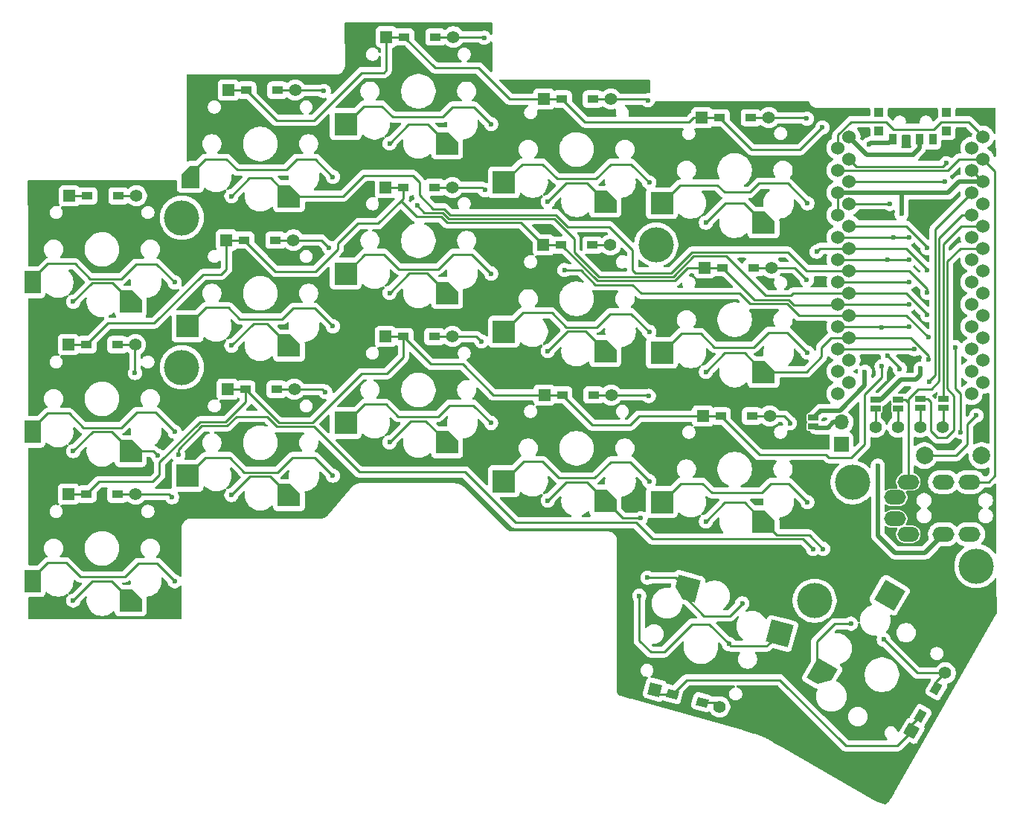
<source format=gbl>
G04 #@! TF.GenerationSoftware,KiCad,Pcbnew,9.0.2*
G04 #@! TF.CreationDate,2025-05-13T18:54:25-04:00*
G04 #@! TF.ProjectId,chocofi,63686f63-6f66-4692-9e6b-696361645f70,2.1*
G04 #@! TF.SameCoordinates,Original*
G04 #@! TF.FileFunction,Copper,L2,Bot*
G04 #@! TF.FilePolarity,Positive*
%FSLAX46Y46*%
G04 Gerber Fmt 4.6, Leading zero omitted, Abs format (unit mm)*
G04 Created by KiCad (PCBNEW 9.0.2) date 2025-05-13 18:54:25*
%MOMM*%
%LPD*%
G01*
G04 APERTURE LIST*
G04 Aperture macros list*
%AMRotRect*
0 Rectangle, with rotation*
0 The origin of the aperture is its center*
0 $1 length*
0 $2 width*
0 $3 Rotation angle, in degrees counterclockwise*
0 Add horizontal line*
21,1,$1,$2,0,0,$3*%
%AMOutline5P*
0 Free polygon, 5 corners , with rotation*
0 The origin of the aperture is its center*
0 number of corners: always 5*
0 $1 to $10 corner X, Y*
0 $11 Rotation angle, in degrees counterclockwise*
0 create outline with 5 corners*
4,1,5,$1,$2,$3,$4,$5,$6,$7,$8,$9,$10,$1,$2,$11*%
%AMOutline6P*
0 Free polygon, 6 corners , with rotation*
0 The origin of the aperture is its center*
0 number of corners: always 6*
0 $1 to $12 corner X, Y*
0 $13 Rotation angle, in degrees counterclockwise*
0 create outline with 6 corners*
4,1,6,$1,$2,$3,$4,$5,$6,$7,$8,$9,$10,$11,$12,$1,$2,$13*%
%AMOutline7P*
0 Free polygon, 7 corners , with rotation*
0 The origin of the aperture is its center*
0 number of corners: always 7*
0 $1 to $14 corner X, Y*
0 $15 Rotation angle, in degrees counterclockwise*
0 create outline with 7 corners*
4,1,7,$1,$2,$3,$4,$5,$6,$7,$8,$9,$10,$11,$12,$13,$14,$1,$2,$15*%
%AMOutline8P*
0 Free polygon, 8 corners , with rotation*
0 The origin of the aperture is its center*
0 number of corners: always 8*
0 $1 to $16 corner X, Y*
0 $17 Rotation angle, in degrees counterclockwise*
0 create outline with 8 corners*
4,1,8,$1,$2,$3,$4,$5,$6,$7,$8,$9,$10,$11,$12,$13,$14,$15,$16,$1,$2,$17*%
G04 Aperture macros list end*
G04 #@! TA.AperFunction,ComponentPad*
%ADD10R,1.397000X1.397000*%
G04 #@! TD*
G04 #@! TA.AperFunction,SMDPad,CuDef*
%ADD11R,1.300000X0.950000*%
G04 #@! TD*
G04 #@! TA.AperFunction,ComponentPad*
%ADD12C,1.397000*%
G04 #@! TD*
G04 #@! TA.AperFunction,ComponentPad*
%ADD13RotRect,1.397000X1.397000X345.000000*%
G04 #@! TD*
G04 #@! TA.AperFunction,SMDPad,CuDef*
%ADD14RotRect,1.300000X0.950000X345.000000*%
G04 #@! TD*
G04 #@! TA.AperFunction,ComponentPad*
%ADD15RotRect,1.397000X1.397000X60.000000*%
G04 #@! TD*
G04 #@! TA.AperFunction,SMDPad,CuDef*
%ADD16RotRect,1.300000X0.950000X60.000000*%
G04 #@! TD*
G04 #@! TA.AperFunction,ComponentPad*
%ADD17O,2.500000X1.700000*%
G04 #@! TD*
G04 #@! TA.AperFunction,SMDPad,CuDef*
%ADD18Outline5P,-1.300000X1.300000X0.130000X1.300000X1.300000X0.130000X1.300000X-1.300000X-1.300000X-1.300000X0.000000*%
G04 #@! TD*
G04 #@! TA.AperFunction,SMDPad,CuDef*
%ADD19R,1.850000X2.600000*%
G04 #@! TD*
G04 #@! TA.AperFunction,SMDPad,CuDef*
%ADD20Outline5P,-1.025000X0.275000X0.000000X1.300000X1.025000X1.300000X1.025000X-1.300000X-1.025000X-1.300000X0.000000*%
G04 #@! TD*
G04 #@! TA.AperFunction,SMDPad,CuDef*
%ADD21R,2.600000X2.600000*%
G04 #@! TD*
G04 #@! TA.AperFunction,SMDPad,CuDef*
%ADD22R,1.875000X2.600000*%
G04 #@! TD*
G04 #@! TA.AperFunction,SMDPad,CuDef*
%ADD23Outline5P,-1.300000X1.300000X0.130000X1.300000X1.300000X0.130000X1.300000X-1.300000X-1.300000X-1.300000X165.000000*%
G04 #@! TD*
G04 #@! TA.AperFunction,SMDPad,CuDef*
%ADD24RotRect,2.600000X2.600000X165.000000*%
G04 #@! TD*
G04 #@! TA.AperFunction,SMDPad,CuDef*
%ADD25Outline5P,-1.300000X1.300000X0.130000X1.300000X1.300000X0.130000X1.300000X-1.300000X-1.300000X-1.300000X240.000000*%
G04 #@! TD*
G04 #@! TA.AperFunction,SMDPad,CuDef*
%ADD26RotRect,2.600000X2.600000X240.000000*%
G04 #@! TD*
G04 #@! TA.AperFunction,ComponentPad*
%ADD27C,1.524000*%
G04 #@! TD*
G04 #@! TA.AperFunction,ComponentPad*
%ADD28C,2.000000*%
G04 #@! TD*
G04 #@! TA.AperFunction,ComponentPad*
%ADD29C,4.000000*%
G04 #@! TD*
G04 #@! TA.AperFunction,ComponentPad*
%ADD30R,1.700000X1.700000*%
G04 #@! TD*
G04 #@! TA.AperFunction,ComponentPad*
%ADD31O,1.700000X1.700000*%
G04 #@! TD*
G04 #@! TA.AperFunction,SMDPad,CuDef*
%ADD32R,1.143000X0.635000*%
G04 #@! TD*
G04 #@! TA.AperFunction,SMDPad,CuDef*
%ADD33R,0.900000X1.300000*%
G04 #@! TD*
G04 #@! TA.AperFunction,SMDPad,CuDef*
%ADD34R,1.000000X1.000000*%
G04 #@! TD*
G04 #@! TA.AperFunction,ViaPad*
%ADD35C,0.600000*%
G04 #@! TD*
G04 #@! TA.AperFunction,Conductor*
%ADD36C,0.250000*%
G04 #@! TD*
G04 #@! TA.AperFunction,Conductor*
%ADD37C,0.500000*%
G04 #@! TD*
G04 APERTURE END LIST*
D10*
X82194400Y-64312800D03*
D11*
X84229400Y-64312800D03*
X87779400Y-64312800D03*
D12*
X89814400Y-64312800D03*
D10*
X100279200Y-52273200D03*
D11*
X102314200Y-52273200D03*
X105864200Y-52273200D03*
D12*
X107899200Y-52273200D03*
D10*
X118262400Y-46228000D03*
D11*
X120297400Y-46228000D03*
X123847400Y-46228000D03*
D12*
X125882400Y-46228000D03*
D10*
X136194800Y-53289200D03*
D11*
X138229800Y-53289200D03*
X141779800Y-53289200D03*
D12*
X143814800Y-53289200D03*
D10*
X154178000Y-55422800D03*
D11*
X156213000Y-55422800D03*
X159763000Y-55422800D03*
D12*
X161798000Y-55422800D03*
D10*
X82092800Y-81229200D03*
D11*
X84127800Y-81229200D03*
X87677800Y-81229200D03*
D12*
X89712800Y-81229200D03*
D10*
X100076000Y-69342000D03*
D11*
X102111000Y-69342000D03*
X105661000Y-69342000D03*
D12*
X107696000Y-69342000D03*
D10*
X118160800Y-63347600D03*
D11*
X120195800Y-63347600D03*
X123745800Y-63347600D03*
D12*
X125780800Y-63347600D03*
D10*
X136144000Y-69900800D03*
D11*
X138179000Y-69900800D03*
X141729000Y-69900800D03*
D12*
X143764000Y-69900800D03*
D10*
X154482800Y-72491600D03*
D11*
X156517800Y-72491600D03*
X160067800Y-72491600D03*
D12*
X162102800Y-72491600D03*
D10*
X82092800Y-98247200D03*
D11*
X84127800Y-98247200D03*
X87677800Y-98247200D03*
D12*
X89712800Y-98247200D03*
D10*
X100177600Y-86309200D03*
D11*
X102212600Y-86309200D03*
X105762600Y-86309200D03*
D12*
X107797600Y-86309200D03*
D10*
X118160800Y-80314800D03*
D11*
X120195800Y-80314800D03*
X123745800Y-80314800D03*
D12*
X125780800Y-80314800D03*
D10*
X136245600Y-86969600D03*
D11*
X138280600Y-86969600D03*
X141830600Y-86969600D03*
D12*
X143865600Y-86969600D03*
D10*
X154279600Y-89357200D03*
D11*
X156314600Y-89357200D03*
X159864600Y-89357200D03*
D12*
X161899600Y-89357200D03*
D13*
X148834105Y-120474494D03*
D14*
X150799764Y-121001192D03*
X154228800Y-121920000D03*
D12*
X156194459Y-122446698D03*
D15*
X178053166Y-125194992D03*
D16*
X179070666Y-123432630D03*
X180845666Y-120358240D03*
D12*
X181863166Y-118595878D03*
D17*
X176160000Y-98611000D03*
X176160000Y-101061000D03*
X184660000Y-96861000D03*
X184660000Y-102811000D03*
X181660000Y-96861000D03*
X181660000Y-102811000D03*
X177660000Y-96861000D03*
X177660000Y-102811000D03*
D18*
X89185000Y-76350000D03*
D19*
X78010000Y-74150000D03*
D18*
X107185000Y-64350000D03*
D20*
X95960000Y-62150000D03*
D18*
X125185000Y-58350000D03*
D21*
X113635000Y-56150000D03*
D18*
X143185000Y-64970000D03*
D21*
X131635000Y-62770000D03*
D18*
X161185000Y-67350000D03*
D21*
X149635000Y-65150000D03*
D18*
X89185000Y-93350000D03*
D22*
X78010000Y-91150000D03*
D18*
X107185000Y-81350000D03*
D21*
X95635000Y-79150000D03*
D18*
X125185000Y-75350000D03*
D21*
X113635000Y-73150000D03*
D18*
X143185000Y-81970000D03*
D21*
X131635000Y-79770000D03*
D18*
X161185000Y-84350000D03*
D21*
X149635000Y-82150000D03*
D18*
X89185000Y-110350000D03*
D22*
X78010000Y-108150000D03*
D18*
X107185000Y-98350000D03*
D21*
X95635000Y-96150000D03*
D18*
X125185000Y-92350000D03*
D21*
X113635000Y-90150000D03*
D18*
X143185000Y-98975000D03*
D21*
X131635000Y-96775000D03*
D18*
X161185000Y-101350000D03*
D21*
X149635000Y-99150000D03*
D23*
X152436566Y-108985109D03*
D24*
X163023608Y-114099506D03*
D25*
X167869649Y-118651233D03*
D26*
X175549905Y-109748640D03*
D27*
X169620000Y-58870400D03*
X186166400Y-57600400D03*
X169620000Y-61410400D03*
X186166400Y-60140400D03*
X169620000Y-63950400D03*
X186166400Y-62680400D03*
X169620000Y-66490400D03*
X186166400Y-65220400D03*
X169620000Y-69030400D03*
X186166400Y-67760400D03*
X169620000Y-71570400D03*
X186166400Y-70300400D03*
X169620000Y-74110400D03*
X186166400Y-72840400D03*
X169620000Y-76650400D03*
X186166400Y-75380400D03*
X169620000Y-79190400D03*
X186166400Y-77920400D03*
X169620000Y-81730400D03*
X186166400Y-80460400D03*
X169620000Y-84270400D03*
X186166400Y-83000400D03*
X169620000Y-86810400D03*
X186166400Y-85540400D03*
X170946400Y-85540400D03*
X184860000Y-86810400D03*
X170946400Y-83000400D03*
X184860000Y-84270400D03*
X170946400Y-80460400D03*
X184860000Y-81730400D03*
X170946400Y-77920400D03*
X184860000Y-79190400D03*
X170946400Y-75380400D03*
X184860000Y-76650400D03*
X170946400Y-72840400D03*
X184860000Y-74110400D03*
X170946400Y-70300400D03*
X184860000Y-71570400D03*
X170946400Y-67760400D03*
X184860000Y-69030400D03*
X170946400Y-65220400D03*
X184860000Y-66490400D03*
X170946400Y-62680400D03*
X184860000Y-63950400D03*
X170946400Y-60140400D03*
X184860000Y-61410400D03*
X170946400Y-57600400D03*
X184860000Y-58870400D03*
D12*
X173930000Y-90608400D03*
X176470000Y-90608400D03*
X179010000Y-90608400D03*
X181550000Y-90608400D03*
D28*
X186003000Y-93853000D03*
X179503000Y-93853000D03*
D29*
X171323000Y-96901000D03*
X185420000Y-106426000D03*
X95000000Y-66802000D03*
X148971000Y-69850000D03*
X167005000Y-110363000D03*
X95000000Y-83820000D03*
D30*
X170053000Y-92583000D03*
D31*
X170053000Y-90043000D03*
D32*
X176480000Y-87478020D03*
X176480000Y-88478780D03*
X173930000Y-87507620D03*
X173930000Y-88508380D03*
X181640000Y-87428020D03*
X181640000Y-88428780D03*
X179060000Y-87448020D03*
X179060000Y-88448780D03*
D33*
X175931000Y-57880000D03*
X178931000Y-57880000D03*
X180431000Y-57880000D03*
D34*
X174331000Y-54830000D03*
X174331000Y-56930000D03*
X182031000Y-54830000D03*
X182031000Y-56930000D03*
D32*
X166878000Y-89542620D03*
X166878000Y-90543380D03*
D35*
X182118000Y-56896000D03*
X174371000Y-54864000D03*
X174371000Y-56896000D03*
X182118000Y-54864000D03*
X177800000Y-74110400D03*
X167894000Y-56515000D03*
X177800000Y-76650400D03*
X94185000Y-74150000D03*
X174625000Y-79248000D03*
X177800000Y-79190400D03*
X174625000Y-83693000D03*
X112185000Y-62150000D03*
X111150400Y-52374800D03*
X183032400Y-81534000D03*
X178373611Y-81756789D03*
X183642000Y-91186000D03*
X129387600Y-46329600D03*
X130185000Y-56150000D03*
X148031200Y-53441600D03*
X148185000Y-62770000D03*
X166116000Y-55524400D03*
X166185000Y-65150000D03*
X94185000Y-91150000D03*
X89662000Y-84455000D03*
X112185000Y-79150000D03*
X111760000Y-70205600D03*
X130185000Y-73150000D03*
X129489200Y-63652400D03*
X148185000Y-79770000D03*
X166185000Y-82150000D03*
X166116000Y-73863200D03*
X94185000Y-108150000D03*
X93878400Y-98602800D03*
X112185000Y-96150000D03*
X111302800Y-86614000D03*
X130185000Y-90150000D03*
X129082800Y-80873600D03*
X148185000Y-96775000D03*
X148132800Y-87071200D03*
X164211000Y-90170000D03*
X166185000Y-99150000D03*
X147037535Y-109816051D03*
X157251400Y-115290600D03*
X174866300Y-114795300D03*
X175549905Y-109748640D03*
X181991000Y-60579000D03*
X174200000Y-95000000D03*
X179070000Y-83947000D03*
X176900000Y-66351600D03*
X175583400Y-65220400D03*
X179832000Y-70256400D03*
X94589600Y-93776800D03*
X179832000Y-72796400D03*
X167233600Y-70662800D03*
X166830000Y-104495600D03*
X82635000Y-110350000D03*
X92252800Y-93878400D03*
X82635000Y-93350000D03*
X82635000Y-76350000D03*
X100635000Y-64350000D03*
X179832000Y-75336400D03*
X100635000Y-81350000D03*
X100635000Y-98350000D03*
X179832000Y-77876400D03*
X118635000Y-58350000D03*
X118635000Y-92350000D03*
X118635000Y-75350000D03*
X121767600Y-65430400D03*
X158763380Y-110680374D03*
X136635000Y-98975000D03*
X136635000Y-64970000D03*
X147980400Y-107746800D03*
X179959000Y-80416400D03*
X136635000Y-81970000D03*
X147218400Y-100990400D03*
X138531600Y-72745600D03*
X171144649Y-112978767D03*
X154635000Y-101350000D03*
X154635000Y-67350000D03*
X154635000Y-84350000D03*
X179959000Y-82956400D03*
X167970000Y-104480000D03*
X185420000Y-89281000D03*
X181794600Y-62680400D03*
X180086000Y-85471000D03*
X175317600Y-82480600D03*
X176700000Y-84000000D03*
X175317600Y-71570400D03*
X177800000Y-71570400D03*
X177800000Y-69030400D03*
X175952600Y-69030400D03*
X178200000Y-59600000D03*
X173229802Y-58427625D03*
X172720000Y-84328000D03*
D36*
X102314200Y-52273200D02*
X100279200Y-52273200D01*
X128727200Y-49733200D02*
X132283200Y-53289200D01*
X140871400Y-55930800D02*
X138229800Y-53289200D01*
X152721500Y-55930800D02*
X140871400Y-55930800D01*
X159845200Y-59055000D02*
X156213000Y-55422800D01*
X120297400Y-46228000D02*
X118262400Y-46228000D01*
X153229500Y-55422800D02*
X152721500Y-55930800D01*
X165354000Y-59055000D02*
X159845200Y-59055000D01*
X118262400Y-46228000D02*
X118262400Y-50012600D01*
X123802600Y-49733200D02*
X128727200Y-49733200D01*
X154178000Y-55422800D02*
X153229500Y-55422800D01*
X84229400Y-64312800D02*
X82194400Y-64312800D01*
X118262400Y-50012600D02*
X117983000Y-50292000D01*
X132283200Y-53289200D02*
X136194800Y-53289200D01*
X105768600Y-55727600D02*
X102314200Y-52273200D01*
X169620000Y-74110400D02*
X177800000Y-74110400D01*
X138229800Y-53289200D02*
X136194800Y-53289200D01*
X117983000Y-50292000D02*
X115443000Y-50292000D01*
X110007400Y-55727600D02*
X105768600Y-55727600D01*
X115443000Y-50292000D02*
X110007400Y-55727600D01*
X156213000Y-55422800D02*
X154178000Y-55422800D01*
X120297400Y-46228000D02*
X123802600Y-49733200D01*
X167894000Y-56515000D02*
X165354000Y-59055000D01*
X164071887Y-76110969D02*
X164668918Y-76708000D01*
X138179000Y-69900800D02*
X136144000Y-69900800D01*
X115062000Y-67462400D02*
X112776000Y-69748400D01*
X120195800Y-63347600D02*
X120195800Y-64614600D01*
X169620000Y-76650400D02*
X177800000Y-76650400D01*
X86566200Y-78790800D02*
X91846400Y-78790800D01*
X160137169Y-76110969D02*
X164071887Y-76110969D01*
X100076000Y-72644000D02*
X100076000Y-69342000D01*
X102111000Y-69342000D02*
X100076000Y-69342000D01*
X121716800Y-66700400D02*
X119913400Y-64897000D01*
X97383600Y-73253600D02*
X99466400Y-73253600D01*
X112776000Y-69748400D02*
X112776000Y-70358000D01*
X154482800Y-72491600D02*
X152552400Y-72491600D01*
X110236000Y-72898000D02*
X105667000Y-72898000D01*
X133596320Y-67353120D02*
X125163520Y-67353120D01*
X84127800Y-81229200D02*
X86566200Y-78790800D01*
X136144000Y-69900800D02*
X133596320Y-67353120D01*
X119913400Y-64897000D02*
X117348000Y-67462400D01*
X151071520Y-73972480D02*
X142250680Y-73972480D01*
X112776000Y-70358000D02*
X110236000Y-72898000D01*
X120195800Y-64614600D02*
X119913400Y-64897000D01*
X105667000Y-72898000D02*
X102111000Y-69342000D01*
X99466400Y-73253600D02*
X100076000Y-72644000D01*
X91846400Y-78790800D02*
X97383600Y-73253600D01*
X156517800Y-72491600D02*
X154482800Y-72491600D01*
X125163520Y-67353120D02*
X124510800Y-66700400D01*
X142250680Y-73972480D02*
X138179000Y-69900800D01*
X120195800Y-63347600D02*
X118160800Y-63347600D01*
X124510800Y-66700400D02*
X121716800Y-66700400D01*
X152552400Y-72491600D02*
X151071520Y-73972480D01*
X84127800Y-81229200D02*
X82092800Y-81229200D01*
X156517800Y-72491600D02*
X160137169Y-76110969D01*
X117348000Y-67462400D02*
X115062000Y-67462400D01*
X164668918Y-76708000D02*
X169562400Y-76708000D01*
X89763600Y-72085200D02*
X92120200Y-72085200D01*
X77635000Y-74150000D02*
X79750600Y-72034400D01*
X88079520Y-73769280D02*
X89763600Y-72085200D01*
X82845123Y-72034400D02*
X84580003Y-73769280D01*
X84580003Y-73769280D02*
X88079520Y-73769280D01*
X79750600Y-72034400D02*
X82845123Y-72034400D01*
X87779400Y-64312800D02*
X89814400Y-64312800D01*
X92120200Y-72085200D02*
X94185000Y-74150000D01*
X160714911Y-93757511D02*
X168306511Y-93757511D01*
X97078800Y-90017600D02*
X92456000Y-94640400D01*
X102212600Y-87779400D02*
X99974400Y-90017600D01*
X172720000Y-92583000D02*
X172720000Y-86868000D01*
X138280600Y-86969600D02*
X136245600Y-86969600D01*
X92456000Y-94640400D02*
X92456000Y-96062800D01*
X130454400Y-86969600D02*
X126949200Y-83464400D01*
X173482000Y-86106000D02*
X174625000Y-84963000D01*
X168656000Y-94107000D02*
X171196000Y-94107000D01*
X123345400Y-83464400D02*
X120195800Y-80314800D01*
X102212600Y-86309200D02*
X102212600Y-87779400D01*
X145999200Y-90373200D02*
X141684200Y-90373200D01*
X109829600Y-90119200D02*
X106022600Y-90119200D01*
X85550200Y-96824800D02*
X84127800Y-98247200D01*
X172720000Y-86868000D02*
X173482000Y-86106000D01*
X120195800Y-80314800D02*
X118160800Y-80314800D01*
X156314600Y-89357200D02*
X160714911Y-93757511D01*
X141684200Y-90373200D02*
X138280600Y-86969600D01*
X120195800Y-82648600D02*
X118313200Y-84531200D01*
X99974400Y-90017600D02*
X97078800Y-90017600D01*
X92456000Y-96062800D02*
X91694000Y-96824800D01*
X84127800Y-98247200D02*
X82092800Y-98247200D01*
X91694000Y-96824800D02*
X85550200Y-96824800D01*
X115417600Y-84531200D02*
X109829600Y-90119200D01*
X169620000Y-79190400D02*
X177800000Y-79190400D01*
X118313200Y-84531200D02*
X115417600Y-84531200D01*
X156314600Y-89357200D02*
X154279600Y-89357200D01*
X136245600Y-86969600D02*
X130454400Y-86969600D01*
X120195800Y-80314800D02*
X120195800Y-82648600D01*
X171196000Y-94107000D02*
X172720000Y-92583000D01*
X174625000Y-84963000D02*
X174625000Y-83693000D01*
X147015200Y-89357200D02*
X145999200Y-90373200D01*
X154279600Y-89357200D02*
X147015200Y-89357200D01*
X102212600Y-86309200D02*
X100177600Y-86309200D01*
X126949200Y-83464400D02*
X123345400Y-83464400D01*
X168306511Y-93757511D02*
X168656000Y-94107000D01*
X106022600Y-90119200D02*
X102212600Y-86309200D01*
X101266257Y-61366400D02*
X106883200Y-61366400D01*
X106883200Y-61366400D02*
X108102400Y-60147200D01*
X105864200Y-52273200D02*
X107899200Y-52273200D01*
X107899200Y-52273200D02*
X111048800Y-52273200D01*
X97637800Y-60147200D02*
X100047057Y-60147200D01*
X95635000Y-62150000D02*
X97637800Y-60147200D01*
X110182200Y-60147200D02*
X112185000Y-62150000D01*
X100047057Y-60147200D02*
X101266257Y-61366400D01*
X108102400Y-60147200D02*
X110182200Y-60147200D01*
X111048800Y-52273200D02*
X111150400Y-52374800D01*
X178053166Y-124450130D02*
X179070666Y-123432630D01*
X152420956Y-119380000D02*
X163068000Y-119380000D01*
X176403000Y-126873000D02*
X178053166Y-125222834D01*
X183591200Y-91135200D02*
X183642000Y-91186000D01*
X178347222Y-81730400D02*
X178373611Y-81756789D01*
X150799764Y-121001192D02*
X149360802Y-121001192D01*
X183032400Y-86258400D02*
X183591200Y-86817200D01*
X170561000Y-126873000D02*
X176403000Y-126873000D01*
X178053166Y-125194992D02*
X178053166Y-124450130D01*
X150799764Y-121001192D02*
X152420956Y-119380000D01*
X149360802Y-121001192D02*
X148834105Y-120474495D01*
X163068000Y-119380000D02*
X170561000Y-126873000D01*
X183032400Y-81534000D02*
X183032400Y-86258400D01*
X169620000Y-81730400D02*
X178347222Y-81730400D01*
X183591200Y-86817200D02*
X183591200Y-91135200D01*
X113635000Y-56150000D02*
X115683000Y-54102000D01*
X117754400Y-54102000D02*
X118973600Y-55321200D01*
X129387600Y-46329600D02*
X129286000Y-46228000D01*
X115683000Y-54102000D02*
X117754400Y-54102000D01*
X125780800Y-54203600D02*
X128238600Y-54203600D01*
X118973600Y-55321200D02*
X124663200Y-55321200D01*
X124663200Y-55321200D02*
X125780800Y-54203600D01*
X125882400Y-46228000D02*
X123847400Y-46228000D01*
X128238600Y-54203600D02*
X130185000Y-56150000D01*
X129286000Y-46228000D02*
X125882400Y-46228000D01*
X147878800Y-53289200D02*
X148031200Y-53441600D01*
X142138400Y-62382400D02*
X143814800Y-60706000D01*
X143814800Y-60706000D02*
X146121000Y-60706000D01*
X133699000Y-60706000D02*
X136042400Y-60706000D01*
X143814800Y-53289200D02*
X147878800Y-53289200D01*
X137718800Y-62382400D02*
X142138400Y-62382400D01*
X131635000Y-62770000D02*
X133699000Y-60706000D01*
X136042400Y-60706000D02*
X137718800Y-62382400D01*
X146121000Y-60706000D02*
X148185000Y-62770000D01*
X141779800Y-53289200D02*
X143814800Y-53289200D01*
X160629600Y-62890400D02*
X163925400Y-62890400D01*
X151691400Y-63093600D02*
X155956000Y-63093600D01*
X155956000Y-63093600D02*
X156768800Y-63906400D01*
X166014400Y-55422800D02*
X161798000Y-55422800D01*
X166116000Y-55524400D02*
X166014400Y-55422800D01*
X156768800Y-63906400D02*
X159613600Y-63906400D01*
X159613600Y-63906400D02*
X160629600Y-62890400D01*
X163925400Y-62890400D02*
X166185000Y-65150000D01*
X161798000Y-55422800D02*
X159763000Y-55422800D01*
X149635000Y-65150000D02*
X151691400Y-63093600D01*
X79732600Y-89052400D02*
X82143600Y-89052400D01*
X87677800Y-81229200D02*
X89712800Y-81229200D01*
X83769200Y-90678000D02*
X88138000Y-90678000D01*
X89860511Y-88955489D02*
X91990489Y-88955489D01*
X91990489Y-88955489D02*
X94185000Y-91150000D01*
X82143600Y-89052400D02*
X83769200Y-90678000D01*
X77635000Y-91150000D02*
X79732600Y-89052400D01*
X88138000Y-90678000D02*
X89860511Y-88955489D01*
X89662000Y-84455000D02*
X89662000Y-81280000D01*
X110149400Y-77114400D02*
X112185000Y-79150000D01*
X106426000Y-78333600D02*
X107645200Y-77114400D01*
X101600000Y-78333600D02*
X106426000Y-78333600D01*
X100279200Y-77012800D02*
X101600000Y-78333600D01*
X97772200Y-77012800D02*
X100279200Y-77012800D01*
X107645200Y-77114400D02*
X110149400Y-77114400D01*
X110896400Y-69342000D02*
X111760000Y-70205600D01*
X107696000Y-69342000D02*
X105661000Y-69342000D01*
X107696000Y-69342000D02*
X110896400Y-69342000D01*
X95635000Y-79150000D02*
X97772200Y-77012800D01*
X119684800Y-72644000D02*
X124155200Y-72644000D01*
X113635000Y-73150000D02*
X115817400Y-70967600D01*
X125780800Y-63347600D02*
X129184400Y-63347600D01*
X118008400Y-70967600D02*
X119684800Y-72644000D01*
X124155200Y-72644000D02*
X125831600Y-70967600D01*
X128002600Y-70967600D02*
X130185000Y-73150000D01*
X125831600Y-70967600D02*
X128002600Y-70967600D01*
X115817400Y-70967600D02*
X118008400Y-70967600D01*
X123745800Y-63347600D02*
X125780800Y-63347600D01*
X129184400Y-63347600D02*
X129489200Y-63652400D01*
X146139000Y-77724000D02*
X148185000Y-79770000D01*
X142181520Y-79255680D02*
X143713200Y-77724000D01*
X141729000Y-69900800D02*
X143764000Y-69900800D01*
X131635000Y-79770000D02*
X133782600Y-77622400D01*
X133782600Y-77622400D02*
X137080323Y-77622400D01*
X137080323Y-77622400D02*
X138713603Y-79255680D01*
X143713200Y-77724000D02*
X146139000Y-77724000D01*
X138713603Y-79255680D02*
X142181520Y-79255680D01*
X161722518Y-79857600D02*
X163892600Y-79857600D01*
X151825800Y-79959200D02*
X154025600Y-79959200D01*
X163892600Y-79857600D02*
X166185000Y-82150000D01*
X164744400Y-72491600D02*
X162102800Y-72491600D01*
X160067800Y-72491600D02*
X162102800Y-72491600D01*
X154025600Y-79959200D02*
X155600400Y-81534000D01*
X155600400Y-81534000D02*
X160046118Y-81534000D01*
X166116000Y-73863200D02*
X164744400Y-72491600D01*
X149635000Y-82150000D02*
X151825800Y-79959200D01*
X160046118Y-81534000D02*
X161722518Y-79857600D01*
X79714600Y-106070400D02*
X81838800Y-106070400D01*
X88493600Y-107645200D02*
X90017600Y-106121200D01*
X92156200Y-106121200D02*
X94185000Y-108150000D01*
X83413600Y-107645200D02*
X88493600Y-107645200D01*
X93522800Y-98247200D02*
X93878400Y-98602800D01*
X89712800Y-98247200D02*
X93522800Y-98247200D01*
X77635000Y-108150000D02*
X79714600Y-106070400D01*
X90017600Y-106121200D02*
X92156200Y-106121200D01*
X81838800Y-106070400D02*
X83413600Y-107645200D01*
X87677800Y-98247200D02*
X89712800Y-98247200D01*
X107594400Y-94081600D02*
X110116600Y-94081600D01*
X97703400Y-94081600D02*
X100431600Y-94081600D01*
X110998000Y-86309200D02*
X111302800Y-86614000D01*
X105918000Y-95758000D02*
X107594400Y-94081600D01*
X105762600Y-86309200D02*
X107797600Y-86309200D01*
X107797600Y-86309200D02*
X110998000Y-86309200D01*
X110116600Y-94081600D02*
X112185000Y-96150000D01*
X102108000Y-95758000D02*
X105918000Y-95758000D01*
X100431600Y-94081600D02*
X102108000Y-95758000D01*
X95635000Y-96150000D02*
X97703400Y-94081600D01*
X128524000Y-80314800D02*
X129082800Y-80873600D01*
X124155200Y-89408000D02*
X125425200Y-88138000D01*
X119583200Y-89408000D02*
X124155200Y-89408000D01*
X125780800Y-80314800D02*
X128524000Y-80314800D01*
X115748600Y-88036400D02*
X118211600Y-88036400D01*
X125425200Y-88138000D02*
X128173000Y-88138000D01*
X118211600Y-88036400D02*
X119583200Y-89408000D01*
X123745800Y-80314800D02*
X125780800Y-80314800D01*
X128173000Y-88138000D02*
X130185000Y-90150000D01*
X113635000Y-90150000D02*
X115748600Y-88036400D01*
X148031200Y-86969600D02*
X148132800Y-87071200D01*
X145999600Y-94589600D02*
X148185000Y-96775000D01*
X143814800Y-94589600D02*
X145999600Y-94589600D01*
X137922000Y-96418400D02*
X141986000Y-96418400D01*
X133871200Y-94538800D02*
X136042400Y-94538800D01*
X141986000Y-96418400D02*
X143814800Y-94589600D01*
X131635000Y-96775000D02*
X133871200Y-94538800D01*
X141830600Y-86969600D02*
X143865600Y-86969600D01*
X143865600Y-86969600D02*
X148031200Y-86969600D01*
X136042400Y-94538800D02*
X137922000Y-96418400D01*
X161899600Y-89357200D02*
X163525200Y-89357200D01*
X162052000Y-97028000D02*
X164063000Y-97028000D01*
X149635000Y-99150000D02*
X151757000Y-97028000D01*
X164063000Y-97028000D02*
X166185000Y-99150000D01*
X164211000Y-90043000D02*
X164211000Y-90170000D01*
X151757000Y-97028000D02*
X154228800Y-97028000D01*
X160985200Y-98094800D02*
X162052000Y-97028000D01*
X154228800Y-97028000D02*
X155295600Y-98094800D01*
X163525200Y-89357200D02*
X164211000Y-90043000D01*
X159864600Y-89357200D02*
X161899600Y-89357200D01*
X155295600Y-98094800D02*
X160985200Y-98094800D01*
X148343171Y-116195319D02*
X147037535Y-114889683D01*
X161962162Y-115160952D02*
X161902248Y-115160952D01*
X154228800Y-121920000D02*
X155667762Y-121920000D01*
X161544000Y-115519200D02*
X157480000Y-115519200D01*
X157480000Y-115519200D02*
X157251400Y-115290600D01*
X155667762Y-121920000D02*
X156194459Y-122446697D01*
X161902248Y-115160952D02*
X161544000Y-115519200D01*
X163023608Y-114099506D02*
X161962162Y-115160952D01*
X157251400Y-115290600D02*
X154990800Y-113030000D01*
X154990800Y-113030000D02*
X153035000Y-113030000D01*
X147037535Y-114889683D02*
X147037535Y-109816051D01*
X153035000Y-113030000D02*
X149869681Y-116195319D01*
X149869681Y-116195319D02*
X148343171Y-116195319D01*
X178666878Y-118595878D02*
X174866300Y-114795300D01*
X180845666Y-120358240D02*
X180845666Y-119613378D01*
X180845666Y-119613378D02*
X181863166Y-118595878D01*
X181863166Y-118595878D02*
X178666878Y-118595878D01*
X170946400Y-60140400D02*
X171766000Y-60960000D01*
X181610000Y-60960000D02*
X181991000Y-60579000D01*
X171766000Y-60960000D02*
X181610000Y-60960000D01*
D37*
X176851400Y-85217000D02*
X178562000Y-85217000D01*
X176149000Y-104902000D02*
X179578000Y-104902000D01*
X176900000Y-66351600D02*
X176900000Y-64135800D01*
X176714600Y-63950400D02*
X169620000Y-63950400D01*
X176900000Y-64135800D02*
X176714600Y-63950400D01*
X180485480Y-103994520D02*
X180485480Y-103985520D01*
X174200000Y-102953000D02*
X176149000Y-104902000D01*
X174560780Y-87507620D02*
X176851400Y-85217000D01*
X182201000Y-63950400D02*
X176714600Y-63950400D01*
X173930000Y-87507620D02*
X174560780Y-87507620D01*
X186166400Y-62680400D02*
X183471000Y-62680400D01*
X183471000Y-62680400D02*
X182201000Y-63950400D01*
X179578000Y-104902000D02*
X180485480Y-103994520D01*
X179070000Y-84709000D02*
X179070000Y-83947000D01*
X174200000Y-95000000D02*
X174200000Y-102953000D01*
X180485480Y-103985520D02*
X181660000Y-102811000D01*
X178562000Y-85217000D02*
X179070000Y-84709000D01*
D36*
X184896400Y-61410400D02*
X186166400Y-62680400D01*
X169620000Y-63950400D02*
X169620000Y-66490400D01*
X181189990Y-85378410D02*
X181189991Y-69082779D01*
X170946400Y-65220400D02*
X175583400Y-65220400D01*
X176480000Y-87478020D02*
X177301500Y-87478020D01*
X177301500Y-87478020D02*
X177660000Y-87836520D01*
X183782370Y-66490400D02*
X184860000Y-66490400D01*
X180300000Y-86268400D02*
X181189990Y-85378410D01*
X181189991Y-69082779D02*
X183782370Y-66490400D01*
X177660000Y-87836520D02*
X177660000Y-87374018D01*
X177660000Y-87374018D02*
X178765618Y-86268400D01*
X177660000Y-87836520D02*
X177660000Y-96861000D01*
X178765618Y-86268400D02*
X180300000Y-86268400D01*
X170946400Y-67760400D02*
X177455002Y-67760400D01*
X179832000Y-70137398D02*
X179832000Y-70256400D01*
X177455002Y-67760400D02*
X179832000Y-70137398D01*
X101219718Y-89408000D02*
X100160598Y-90467120D01*
X89185000Y-76350000D02*
X87053800Y-74218800D01*
X165674400Y-103340000D02*
X148540000Y-103340000D01*
X166830000Y-104495600D02*
X165674400Y-103340000D01*
X170946400Y-70300400D02*
X167596000Y-70300400D01*
X105836402Y-90568720D02*
X104675682Y-89408000D01*
X115166400Y-95710000D02*
X110025120Y-90568720D01*
X94589600Y-93142518D02*
X94589600Y-93776800D01*
X110025120Y-90568720D02*
X105836402Y-90568720D01*
X97264998Y-90467120D02*
X94589600Y-93142518D01*
X84849800Y-91135200D02*
X82635000Y-93350000D01*
X177455002Y-70300400D02*
X179832000Y-72677398D01*
X167596000Y-70300400D02*
X167233600Y-70662800D01*
X104675682Y-89408000D02*
X101219718Y-89408000D01*
X91724400Y-93350000D02*
X89185000Y-93350000D01*
X170946400Y-70300400D02*
X177455002Y-70300400D01*
X179832000Y-72677398D02*
X179832000Y-72796400D01*
X84831800Y-108153200D02*
X82635000Y-110350000D01*
X87053800Y-74218800D02*
X84766200Y-74218800D01*
X132973000Y-101473000D02*
X127210000Y-95710000D01*
X89185000Y-110350000D02*
X86988200Y-108153200D01*
X86970200Y-91135200D02*
X84849800Y-91135200D01*
X89185000Y-93350000D02*
X86970200Y-91135200D01*
X92252800Y-93878400D02*
X91724400Y-93350000D01*
X86988200Y-108153200D02*
X84831800Y-108153200D01*
X127210000Y-95710000D02*
X115166400Y-95710000D01*
X84766200Y-74218800D02*
X82635000Y-76350000D01*
X148540000Y-103340000D02*
X146673000Y-101473000D01*
X100160598Y-90467120D02*
X97264998Y-90467120D01*
X146673000Y-101473000D02*
X132973000Y-101473000D01*
X138913318Y-67818000D02*
X137549398Y-66454080D01*
X146304000Y-72771000D02*
X146304000Y-70485000D01*
X150699124Y-73073440D02*
X146606440Y-73073440D01*
X115722400Y-61976000D02*
X113348400Y-64350000D01*
X107185000Y-81350000D02*
X104676600Y-78841600D01*
X122021600Y-62738000D02*
X121259600Y-61976000D01*
X170946400Y-72840400D02*
X177760264Y-72840400D01*
X103143400Y-78841600D02*
X100635000Y-81350000D01*
X166109200Y-72840400D02*
X163991058Y-70722258D01*
X125535916Y-66454080D02*
X124883196Y-65801360D01*
X124883196Y-65801360D02*
X123611760Y-65801360D01*
X146304000Y-70485000D02*
X143637000Y-67818000D01*
X163991058Y-70722258D02*
X153050306Y-70722258D01*
X177760264Y-72840400D02*
X179832000Y-74912136D01*
X122021600Y-64211200D02*
X122021600Y-62738000D01*
X105042520Y-96207520D02*
X102777480Y-96207520D01*
X102777480Y-96207520D02*
X100635000Y-98350000D01*
X137549398Y-66454080D02*
X125535916Y-66454080D01*
X143637000Y-67818000D02*
X138913318Y-67818000D01*
X107185000Y-64350000D02*
X105115800Y-62280800D01*
X105115800Y-62280800D02*
X102704200Y-62280800D01*
X102704200Y-62280800D02*
X100635000Y-64350000D01*
X170946400Y-72840400D02*
X166109200Y-72840400D01*
X179832000Y-74912136D02*
X179832000Y-75336400D01*
X113348400Y-64350000D02*
X107185000Y-64350000D01*
X146606440Y-73073440D02*
X146304000Y-72771000D01*
X104676600Y-78841600D02*
X103143400Y-78841600D01*
X153050306Y-70722258D02*
X150699124Y-73073440D01*
X121259600Y-61976000D02*
X115722400Y-61976000D01*
X107185000Y-98350000D02*
X105042520Y-96207520D01*
X123611760Y-65801360D02*
X122021600Y-64211200D01*
X120891480Y-73093520D02*
X118635000Y-75350000D01*
X164539133Y-75380400D02*
X164258084Y-75661449D01*
X122751000Y-89916000D02*
X121069000Y-89916000D01*
X156972000Y-71171778D02*
X153236504Y-71171778D01*
X170946400Y-75380400D02*
X164539133Y-75380400D01*
X164258084Y-75661449D02*
X161461671Y-75661449D01*
X137363200Y-66903600D02*
X125349718Y-66903600D01*
X123019800Y-56184800D02*
X120800200Y-56184800D01*
X153236504Y-71171778D02*
X150885322Y-73522960D01*
X121069000Y-89916000D02*
X118635000Y-92350000D01*
X125185000Y-75350000D02*
X122928520Y-73093520D01*
X142436878Y-73522960D02*
X139649200Y-70735282D01*
X139649200Y-70735282D02*
X139649200Y-69189600D01*
X125185000Y-92350000D02*
X122751000Y-89916000D01*
X122588080Y-66250880D02*
X121767600Y-65430400D01*
X120800200Y-56184800D02*
X118635000Y-58350000D01*
X124696998Y-66250880D02*
X122588080Y-66250880D01*
X139649200Y-69189600D02*
X137363200Y-66903600D01*
X122928520Y-73093520D02*
X120891480Y-73093520D01*
X177455002Y-75380400D02*
X179832000Y-77757398D01*
X125349718Y-66903600D02*
X124696998Y-66250880D01*
X161461671Y-75661449D02*
X156972000Y-71171778D01*
X179832000Y-77757398D02*
X179832000Y-77876400D01*
X150885322Y-73522960D02*
X142436878Y-73522960D01*
X170946400Y-75380400D02*
X177455002Y-75380400D01*
X125185000Y-58350000D02*
X123019800Y-56184800D01*
X152436566Y-110120166D02*
X154432000Y-112115600D01*
X142064482Y-74422000D02*
X140388082Y-72745600D01*
X147269200Y-75387200D02*
X146304000Y-74422000D01*
X151198257Y-107746800D02*
X152436566Y-108985109D01*
X163885689Y-76560489D02*
X159618489Y-76560489D01*
X143185000Y-64970000D02*
X141105400Y-62890400D01*
X140388082Y-72745600D02*
X138531600Y-72745600D01*
X138714600Y-62890400D02*
X136635000Y-64970000D01*
X138734400Y-96875600D02*
X136635000Y-98975000D01*
X138899800Y-79705200D02*
X136635000Y-81970000D01*
X159618489Y-76560489D02*
X158445200Y-75387200D01*
X143185000Y-98975000D02*
X144895600Y-100685600D01*
X146304000Y-74422000D02*
X142064482Y-74422000D01*
X170946400Y-77920400D02*
X165245600Y-77920400D01*
X145200400Y-100990400D02*
X147218400Y-100990400D01*
X158445200Y-75387200D02*
X147269200Y-75387200D01*
X141105400Y-62890400D02*
X138714600Y-62890400D01*
X143185000Y-81970000D02*
X140920200Y-79705200D01*
X140920200Y-79705200D02*
X138899800Y-79705200D01*
X144895600Y-100685600D02*
X145200400Y-100990400D01*
X141085600Y-96875600D02*
X138734400Y-96875600D01*
X143185000Y-98975000D02*
X141085600Y-96875600D01*
X147980400Y-107746800D02*
X151198257Y-107746800D01*
X179951002Y-80416400D02*
X179959000Y-80416400D01*
X157328154Y-112115600D02*
X158763380Y-110680374D01*
X154432000Y-112115600D02*
X157328154Y-112115600D01*
X177455002Y-77920400D02*
X179951002Y-80416400D01*
X170946400Y-77920400D02*
X177455002Y-77920400D01*
X165245600Y-77920400D02*
X163885689Y-76560489D01*
X162725000Y-102890000D02*
X161185000Y-101350000D01*
X156859400Y-65125600D02*
X154635000Y-67350000D01*
X167792400Y-82600800D02*
X167792400Y-81534000D01*
X161185000Y-84350000D02*
X166043200Y-84350000D01*
X161185000Y-67350000D02*
X158960600Y-65125600D01*
X159047400Y-99212400D02*
X156772600Y-99212400D01*
X167792400Y-81534000D02*
X168866000Y-80460400D01*
X156790600Y-82194400D02*
X154635000Y-84350000D01*
X159029400Y-82194400D02*
X156790600Y-82194400D01*
X166043200Y-84350000D02*
X167792400Y-82600800D01*
X167233600Y-115011200D02*
X169266033Y-112978767D01*
X156772600Y-99212400D02*
X154635000Y-101350000D01*
X167970000Y-104480000D02*
X166380000Y-102890000D01*
X161185000Y-84350000D02*
X159029400Y-82194400D01*
X167233600Y-118015184D02*
X167233600Y-115011200D01*
X168866000Y-80460400D02*
X170946400Y-80460400D01*
X179959000Y-82459000D02*
X179959000Y-82956400D01*
X170946400Y-80460400D02*
X177960400Y-80460400D01*
X161185000Y-101350000D02*
X159047400Y-99212400D01*
X177960400Y-80460400D02*
X179959000Y-82459000D01*
X166380000Y-102890000D02*
X162725000Y-102890000D01*
X169266033Y-112978767D02*
X171144649Y-112978767D01*
X158960600Y-65125600D02*
X156859400Y-65125600D01*
X171130240Y-55880000D02*
X175133000Y-55880000D01*
X181431978Y-55880000D02*
X184531000Y-55880000D01*
X175133000Y-55880000D02*
X176007521Y-56754521D01*
X169620000Y-58870400D02*
X169620000Y-57390240D01*
X176007521Y-56754521D02*
X180557457Y-56754521D01*
X184531000Y-55880000D02*
X185674000Y-57023000D01*
X169620000Y-57390240D02*
X171130240Y-55880000D01*
X180557457Y-56754521D02*
X181431978Y-55880000D01*
X169620000Y-61410400D02*
X182158000Y-61410400D01*
X182158000Y-61410400D02*
X183428000Y-60140400D01*
X184660000Y-96861000D02*
X186787400Y-96861000D01*
X183428000Y-60140400D02*
X186166400Y-60140400D01*
X187500000Y-61474000D02*
X186166400Y-60140400D01*
X186787400Y-96861000D02*
X187500000Y-96148400D01*
X187500000Y-96148400D02*
X187500000Y-61474000D01*
X180721000Y-68089400D02*
X180721000Y-84734400D01*
X180721000Y-84734400D02*
X179959000Y-85496400D01*
X170946400Y-62680400D02*
X181794600Y-62680400D01*
X184860000Y-63950400D02*
X180721000Y-68089400D01*
X179959000Y-85496400D02*
X180060600Y-85496400D01*
X183134000Y-93853000D02*
X179503000Y-93853000D01*
X180060600Y-85496400D02*
X180086000Y-85471000D01*
X184404000Y-90297000D02*
X184404000Y-92583000D01*
X184404000Y-92583000D02*
X183134000Y-93853000D01*
X185420000Y-89281000D02*
X184404000Y-90297000D01*
X176700000Y-84000000D02*
X176700000Y-83863000D01*
X180213000Y-87779520D02*
X180213000Y-91081400D01*
X182090010Y-86258410D02*
X182090010Y-71778390D01*
X176700000Y-83863000D02*
X175317600Y-82480600D01*
X182090010Y-71778390D02*
X183568000Y-70300400D01*
X179060000Y-87448020D02*
X179881500Y-87448020D01*
X182880000Y-90988400D02*
X182880000Y-87048400D01*
X183568000Y-70300400D02*
X186166400Y-70300400D01*
X175317600Y-71570400D02*
X177800000Y-71570400D01*
X179881500Y-87448020D02*
X180213000Y-87779520D01*
X169620000Y-71570400D02*
X175317600Y-71570400D01*
X182022000Y-91846400D02*
X182880000Y-90988400D01*
X182880000Y-87048400D02*
X182090010Y-86258410D01*
X180978000Y-91846400D02*
X182022000Y-91846400D01*
X180213000Y-91081400D02*
X180978000Y-91846400D01*
X181640000Y-69828400D02*
X181640000Y-87428020D01*
X183708000Y-67760400D02*
X181640000Y-69828400D01*
X175952600Y-69030400D02*
X177800000Y-69030400D01*
X169620000Y-69030400D02*
X175952600Y-69030400D01*
X186166400Y-67760400D02*
X183708000Y-67760400D01*
X173930000Y-88508380D02*
X173930000Y-90608400D01*
X176480000Y-88478780D02*
X176480000Y-90598400D01*
X181640000Y-88428780D02*
X181640000Y-90518400D01*
X179060000Y-88448780D02*
X179060000Y-90558400D01*
D37*
X172946000Y-59600000D02*
X178200000Y-59600000D01*
X178931000Y-58869000D02*
X178931000Y-57880000D01*
X178200000Y-59600000D02*
X178931000Y-58869000D01*
X170946400Y-57600400D02*
X172946000Y-59600000D01*
X168529000Y-90678000D02*
X167132000Y-90678000D01*
X170053000Y-90043000D02*
X169164000Y-90043000D01*
X169164000Y-90043000D02*
X168529000Y-90678000D01*
X167656511Y-88743489D02*
X169856511Y-88743489D01*
X173229802Y-58427625D02*
X173357427Y-58300000D01*
X175511000Y-58300000D02*
X175931000Y-57880000D01*
X169856511Y-88743489D02*
X172720000Y-85880000D01*
X173357427Y-58300000D02*
X175511000Y-58300000D01*
X166878000Y-89542620D02*
X167600000Y-88820620D01*
X172720000Y-85880000D02*
X172720000Y-84328000D01*
X167600000Y-88820620D02*
X167600000Y-88800000D01*
X167600000Y-88800000D02*
X167656511Y-88743489D01*
G04 #@! TA.AperFunction,NonConductor*
G36*
X148166817Y-51069403D02*
G01*
X148234918Y-51089468D01*
X148281362Y-51143166D01*
X148292700Y-51195403D01*
X148292700Y-52495420D01*
X148292698Y-52503140D01*
X148292697Y-52503148D01*
X148292697Y-52512787D01*
X148292697Y-52515763D01*
X148282706Y-52549770D01*
X148272695Y-52583865D01*
X148272687Y-52583871D01*
X148272685Y-52583880D01*
X148249734Y-52603761D01*
X148219039Y-52630358D01*
X148219028Y-52630359D01*
X148219022Y-52630365D01*
X148187460Y-52634898D01*
X148148765Y-52640462D01*
X148142115Y-52639323D01*
X148110832Y-52633100D01*
X148110830Y-52633100D01*
X147951570Y-52633100D01*
X147951566Y-52633100D01*
X147865053Y-52650309D01*
X147850121Y-52653279D01*
X147825541Y-52655700D01*
X144910669Y-52655700D01*
X144842548Y-52635698D01*
X144808733Y-52603761D01*
X144794278Y-52583865D01*
X144735448Y-52502892D01*
X144735445Y-52502889D01*
X144735443Y-52502886D01*
X144601113Y-52368556D01*
X144601110Y-52368554D01*
X144601108Y-52368552D01*
X144447406Y-52256881D01*
X144278127Y-52170629D01*
X144278124Y-52170628D01*
X144278122Y-52170627D01*
X144097444Y-52111922D01*
X144097442Y-52111921D01*
X144097440Y-52111921D01*
X143909793Y-52082200D01*
X143719807Y-52082200D01*
X143532160Y-52111921D01*
X143532158Y-52111921D01*
X143532155Y-52111922D01*
X143351477Y-52170627D01*
X143351471Y-52170630D01*
X143182190Y-52256883D01*
X143028491Y-52368552D01*
X142957786Y-52439257D01*
X142895473Y-52473282D01*
X142824658Y-52468216D01*
X142793182Y-52451029D01*
X142676007Y-52363312D01*
X142676002Y-52363310D01*
X142539004Y-52312211D01*
X142538996Y-52312209D01*
X142478449Y-52305700D01*
X142478438Y-52305700D01*
X141081162Y-52305700D01*
X141081150Y-52305700D01*
X141020603Y-52312209D01*
X141020595Y-52312211D01*
X140883597Y-52363310D01*
X140883592Y-52363312D01*
X140766538Y-52450938D01*
X140678912Y-52567992D01*
X140678910Y-52567997D01*
X140627811Y-52704995D01*
X140627809Y-52705003D01*
X140621300Y-52765550D01*
X140621300Y-53812849D01*
X140627809Y-53873396D01*
X140627811Y-53873404D01*
X140678910Y-54010402D01*
X140678912Y-54010407D01*
X140766538Y-54127461D01*
X140883592Y-54215087D01*
X140883594Y-54215088D01*
X140883596Y-54215089D01*
X140942675Y-54237124D01*
X141020595Y-54266188D01*
X141020603Y-54266190D01*
X141081150Y-54272699D01*
X141081155Y-54272699D01*
X141081162Y-54272700D01*
X141081168Y-54272700D01*
X142478432Y-54272700D01*
X142478438Y-54272700D01*
X142478445Y-54272699D01*
X142478449Y-54272699D01*
X142538996Y-54266190D01*
X142538999Y-54266189D01*
X142539001Y-54266189D01*
X142542967Y-54264710D01*
X142568337Y-54255247D01*
X142676004Y-54215089D01*
X142793061Y-54127461D01*
X142793062Y-54127458D01*
X142793181Y-54127370D01*
X142859701Y-54102559D01*
X142929076Y-54117650D01*
X142957786Y-54139143D01*
X143028486Y-54209843D01*
X143028489Y-54209845D01*
X143028492Y-54209848D01*
X143182194Y-54321519D01*
X143351473Y-54407771D01*
X143532160Y-54466479D01*
X143719807Y-54496200D01*
X143719810Y-54496200D01*
X143909790Y-54496200D01*
X143909793Y-54496200D01*
X144097440Y-54466479D01*
X144267059Y-54411366D01*
X144338025Y-54409339D01*
X144398823Y-54446002D01*
X144430149Y-54509714D01*
X144422403Y-54579417D01*
X144412863Y-54602447D01*
X144412860Y-54602459D01*
X144384200Y-54746539D01*
X144384200Y-54893460D01*
X144404671Y-54996374D01*
X144412860Y-55037542D01*
X144412861Y-55037546D01*
X144412862Y-55037547D01*
X144448292Y-55123082D01*
X144455881Y-55193671D01*
X144424102Y-55257158D01*
X144363044Y-55293386D01*
X144331883Y-55297300D01*
X141185995Y-55297300D01*
X141117874Y-55277298D01*
X141096900Y-55260395D01*
X139425205Y-53588700D01*
X139391179Y-53526388D01*
X139388300Y-53499605D01*
X139388300Y-52765567D01*
X139388299Y-52765550D01*
X139381790Y-52705003D01*
X139381788Y-52704995D01*
X139330689Y-52567997D01*
X139330687Y-52567992D01*
X139243061Y-52450938D01*
X139126007Y-52363312D01*
X139126002Y-52363310D01*
X138989004Y-52312211D01*
X138988996Y-52312209D01*
X138928449Y-52305700D01*
X138928438Y-52305700D01*
X137531162Y-52305700D01*
X137531150Y-52305700D01*
X137470604Y-52312209D01*
X137470601Y-52312210D01*
X137441259Y-52323154D01*
X137370443Y-52328217D01*
X137308131Y-52294190D01*
X137296364Y-52280610D01*
X137256561Y-52227439D01*
X137256560Y-52227438D01*
X137139507Y-52139812D01*
X137139502Y-52139810D01*
X137002504Y-52088711D01*
X137002496Y-52088709D01*
X136941949Y-52082200D01*
X136941938Y-52082200D01*
X135447662Y-52082200D01*
X135447650Y-52082200D01*
X135387103Y-52088709D01*
X135387095Y-52088711D01*
X135250097Y-52139810D01*
X135250092Y-52139812D01*
X135133038Y-52227438D01*
X135045412Y-52344492D01*
X135045410Y-52344497D01*
X134994311Y-52481495D01*
X134994309Y-52481503D01*
X134987681Y-52543167D01*
X134960513Y-52608760D01*
X134902195Y-52649252D01*
X134862403Y-52655700D01*
X132597794Y-52655700D01*
X132529673Y-52635698D01*
X132508699Y-52618795D01*
X131158899Y-51268995D01*
X131148116Y-51249248D01*
X131133380Y-51232242D01*
X131131432Y-51218694D01*
X131124873Y-51206683D01*
X131126478Y-51184239D01*
X131123276Y-51161968D01*
X131128961Y-51149518D01*
X131129938Y-51135868D01*
X131143422Y-51117854D01*
X131152770Y-51097388D01*
X131164282Y-51089989D01*
X131172485Y-51079032D01*
X131193568Y-51071168D01*
X131212496Y-51059004D01*
X131234766Y-51055801D01*
X131239005Y-51054221D01*
X131247994Y-51053900D01*
X131309973Y-51053900D01*
X148166817Y-51069403D01*
G37*
G04 #@! TD.AperFunction*
G04 #@! TA.AperFunction,NonConductor*
G36*
X180964568Y-54328787D02*
G01*
X181011088Y-54382420D01*
X181022500Y-54434819D01*
X181022500Y-55341383D01*
X181002498Y-55409504D01*
X180985599Y-55430473D01*
X180785328Y-55630745D01*
X180585277Y-55830796D01*
X180522965Y-55864821D01*
X180452149Y-55859756D01*
X180395314Y-55817209D01*
X180372603Y-55766281D01*
X180371400Y-55760231D01*
X180354580Y-55675672D01*
X180301775Y-55548189D01*
X180225114Y-55433458D01*
X180225109Y-55433452D01*
X180127547Y-55335890D01*
X180127541Y-55335885D01*
X180066988Y-55295425D01*
X180012811Y-55259225D01*
X179926906Y-55223642D01*
X179885331Y-55206421D01*
X179885328Y-55206420D01*
X179749995Y-55179500D01*
X179749993Y-55179500D01*
X179612007Y-55179500D01*
X179612004Y-55179500D01*
X179476671Y-55206420D01*
X179476668Y-55206421D01*
X179349189Y-55259225D01*
X179234458Y-55335885D01*
X179234452Y-55335890D01*
X179136890Y-55433452D01*
X179136885Y-55433458D01*
X179060225Y-55548189D01*
X179007421Y-55675668D01*
X179007420Y-55675671D01*
X178980500Y-55811004D01*
X178980500Y-55948993D01*
X178984766Y-55970438D01*
X178978438Y-56041152D01*
X178934885Y-56097220D01*
X178867933Y-56120840D01*
X178861187Y-56121021D01*
X177500813Y-56121021D01*
X177432692Y-56101019D01*
X177386199Y-56047363D01*
X177376095Y-55977089D01*
X177377234Y-55970438D01*
X177381500Y-55948993D01*
X177381500Y-55811007D01*
X177354580Y-55675672D01*
X177301775Y-55548189D01*
X177225114Y-55433458D01*
X177225109Y-55433452D01*
X177127547Y-55335890D01*
X177127541Y-55335885D01*
X177066988Y-55295425D01*
X177012811Y-55259225D01*
X176926906Y-55223642D01*
X176885331Y-55206421D01*
X176885328Y-55206420D01*
X176749995Y-55179500D01*
X176749993Y-55179500D01*
X176612007Y-55179500D01*
X176612004Y-55179500D01*
X176476671Y-55206420D01*
X176476668Y-55206421D01*
X176349189Y-55259225D01*
X176234458Y-55335885D01*
X176234452Y-55335890D01*
X176136890Y-55433452D01*
X176136885Y-55433458D01*
X176060224Y-55548189D01*
X176060222Y-55548193D01*
X176026028Y-55630745D01*
X175981480Y-55686026D01*
X175914116Y-55708446D01*
X175845325Y-55690887D01*
X175820525Y-55671621D01*
X175536835Y-55387931D01*
X175536833Y-55387929D01*
X175433075Y-55318600D01*
X175433073Y-55318599D01*
X175433072Y-55318598D01*
X175417282Y-55312058D01*
X175362001Y-55267510D01*
X175339580Y-55200146D01*
X175339500Y-55195649D01*
X175339500Y-54437501D01*
X175359502Y-54369380D01*
X175413158Y-54322887D01*
X175465434Y-54311501D01*
X180896438Y-54308819D01*
X180964568Y-54328787D01*
G37*
G04 #@! TD.AperFunction*
G04 #@! TA.AperFunction,NonConductor*
G36*
X125105456Y-55876177D02*
G01*
X125152902Y-55928991D01*
X125164263Y-55999073D01*
X125164166Y-55999822D01*
X125159500Y-56035261D01*
X125159500Y-56264735D01*
X125177184Y-56399054D01*
X125166245Y-56469202D01*
X125119117Y-56522301D01*
X125052262Y-56541500D01*
X124324594Y-56541500D01*
X124256473Y-56521498D01*
X124235499Y-56504595D01*
X123900699Y-56169795D01*
X123866673Y-56107483D01*
X123871738Y-56036668D01*
X123914285Y-55979832D01*
X123980805Y-55955021D01*
X123989794Y-55954700D01*
X124725593Y-55954700D01*
X124725594Y-55954700D01*
X124847985Y-55930355D01*
X124963275Y-55882600D01*
X124969237Y-55878615D01*
X125036988Y-55857397D01*
X125105456Y-55876177D01*
G37*
G04 #@! TD.AperFunction*
G04 #@! TA.AperFunction,NonConductor*
G36*
X187561771Y-54325530D02*
G01*
X187608291Y-54379163D01*
X187619703Y-54431357D01*
X187624180Y-57179825D01*
X187604289Y-57247978D01*
X187550709Y-57294558D01*
X187480452Y-57304777D01*
X187415823Y-57275389D01*
X187378348Y-57218967D01*
X187343819Y-57112697D01*
X187253029Y-56934513D01*
X187253027Y-56934509D01*
X187174045Y-56825801D01*
X187135483Y-56772725D01*
X187135480Y-56772722D01*
X187135478Y-56772719D01*
X186994080Y-56631321D01*
X186994077Y-56631319D01*
X186994075Y-56631317D01*
X186942828Y-56594083D01*
X186832290Y-56513772D01*
X186715373Y-56454200D01*
X186654103Y-56422981D01*
X186654100Y-56422980D01*
X186654098Y-56422979D01*
X186463913Y-56361185D01*
X186463917Y-56361185D01*
X186421425Y-56354455D01*
X186266391Y-56329900D01*
X186066409Y-56329900D01*
X186019631Y-56337308D01*
X185966136Y-56345781D01*
X185895725Y-56336681D01*
X185857331Y-56310427D01*
X184934835Y-55387931D01*
X184934833Y-55387929D01*
X184831075Y-55318600D01*
X184715785Y-55270845D01*
X184642086Y-55256185D01*
X184593396Y-55246500D01*
X184593394Y-55246500D01*
X183165500Y-55246500D01*
X183097379Y-55226498D01*
X183050886Y-55172842D01*
X183039500Y-55120500D01*
X183039500Y-54433698D01*
X183059502Y-54365577D01*
X183113158Y-54319084D01*
X183165434Y-54307698D01*
X187493641Y-54305562D01*
X187561771Y-54325530D01*
G37*
G04 #@! TD.AperFunction*
G04 #@! TA.AperFunction,NonConductor*
G36*
X118811033Y-55934774D02*
G01*
X118911206Y-55954700D01*
X119830206Y-55954700D01*
X119898327Y-55974702D01*
X119944820Y-56028358D01*
X119954924Y-56098632D01*
X119925430Y-56163212D01*
X119919316Y-56169779D01*
X118909270Y-57179825D01*
X118572692Y-57516403D01*
X118510380Y-57550428D01*
X118508179Y-57550886D01*
X118399169Y-57572570D01*
X118252027Y-57633519D01*
X118249316Y-57634968D01*
X118247734Y-57635297D01*
X118246313Y-57635886D01*
X118246201Y-57635616D01*
X118179809Y-57649434D01*
X118113515Y-57624025D01*
X118071482Y-57566809D01*
X118067055Y-57495950D01*
X118100832Y-57434747D01*
X118228919Y-57306661D01*
X118235105Y-57298600D01*
X118301648Y-57211879D01*
X118368611Y-57124612D01*
X118483344Y-56925888D01*
X118571158Y-56713887D01*
X118630548Y-56492238D01*
X118660500Y-56264734D01*
X118660500Y-56058362D01*
X118680502Y-55990241D01*
X118734158Y-55943748D01*
X118804432Y-55933644D01*
X118811033Y-55934774D01*
G37*
G04 #@! TD.AperFunction*
G04 #@! TA.AperFunction,NonConductor*
G36*
X173264621Y-56533502D02*
G01*
X173311114Y-56587158D01*
X173322500Y-56639500D01*
X173322500Y-57430182D01*
X173302498Y-57498303D01*
X173248842Y-57544796D01*
X173221082Y-57553761D01*
X173136179Y-57570649D01*
X173136174Y-57570651D01*
X172998142Y-57627826D01*
X172927181Y-57675240D01*
X172905403Y-57686880D01*
X172882901Y-57696202D01*
X172846831Y-57711143D01*
X172714411Y-57799623D01*
X172714405Y-57799628D01*
X172601803Y-57912230D01*
X172601799Y-57912236D01*
X172578594Y-57946964D01*
X172562168Y-57960691D01*
X172549340Y-57977828D01*
X172535474Y-57982999D01*
X172524118Y-57992490D01*
X172502878Y-57995157D01*
X172482820Y-58002639D01*
X172468357Y-57999492D01*
X172453675Y-58001337D01*
X172434365Y-57992098D01*
X172413446Y-57987548D01*
X172393245Y-57972425D01*
X172389631Y-57970696D01*
X172384736Y-57966055D01*
X172248920Y-57830239D01*
X172214894Y-57767927D01*
X172213567Y-57721433D01*
X172216900Y-57700391D01*
X172216900Y-57500409D01*
X172185616Y-57302890D01*
X172123819Y-57112697D01*
X172033029Y-56934513D01*
X172033027Y-56934509D01*
X171954045Y-56825801D01*
X171915483Y-56772725D01*
X171915480Y-56772722D01*
X171915478Y-56772719D01*
X171871354Y-56728595D01*
X171837328Y-56666283D01*
X171842393Y-56595468D01*
X171884940Y-56538632D01*
X171951460Y-56513821D01*
X171960449Y-56513500D01*
X173196500Y-56513500D01*
X173264621Y-56533502D01*
G37*
G04 #@! TD.AperFunction*
G04 #@! TA.AperFunction,NonConductor*
G36*
X177914621Y-57408023D02*
G01*
X177961114Y-57461679D01*
X177972500Y-57514021D01*
X177972500Y-58578649D01*
X177979009Y-58639195D01*
X177979010Y-58639199D01*
X177980353Y-58642798D01*
X177980566Y-58645780D01*
X177980823Y-58646867D01*
X177980646Y-58646908D01*
X177981645Y-58660865D01*
X177987976Y-58677839D01*
X177984124Y-58695544D01*
X177985417Y-58713614D01*
X177976736Y-58729511D01*
X177972886Y-58747213D01*
X177951394Y-58775924D01*
X177922725Y-58804594D01*
X177860413Y-58838620D01*
X177833628Y-58841500D01*
X176989010Y-58841500D01*
X176920889Y-58821498D01*
X176874396Y-58767842D01*
X176864292Y-58697568D01*
X176870954Y-58671468D01*
X176880114Y-58646908D01*
X176882989Y-58639201D01*
X176883352Y-58635832D01*
X176889499Y-58578649D01*
X176889500Y-58578632D01*
X176889500Y-57514021D01*
X176909502Y-57445900D01*
X176963158Y-57399407D01*
X177015500Y-57388021D01*
X177846500Y-57388021D01*
X177914621Y-57408023D01*
G37*
G04 #@! TD.AperFunction*
G04 #@! TA.AperFunction,NonConductor*
G36*
X187555136Y-57903503D02*
G01*
X187607443Y-57951508D01*
X187625543Y-58016370D01*
X187628339Y-59732623D01*
X187608448Y-59800776D01*
X187554868Y-59847356D01*
X187484611Y-59857575D01*
X187419982Y-59828187D01*
X187382506Y-59771764D01*
X187371378Y-59737516D01*
X187343819Y-59652697D01*
X187253029Y-59474513D01*
X187253027Y-59474509D01*
X187176927Y-59369768D01*
X187135483Y-59312725D01*
X187135480Y-59312722D01*
X187135478Y-59312719D01*
X186994080Y-59171321D01*
X186994077Y-59171319D01*
X186994075Y-59171317D01*
X186832287Y-59053771D01*
X186692735Y-58982665D01*
X186641122Y-58933919D01*
X186624056Y-58865004D01*
X186646957Y-58797802D01*
X186692734Y-58758135D01*
X186832287Y-58687029D01*
X186994075Y-58569483D01*
X187135483Y-58428075D01*
X187249449Y-58271214D01*
X187253027Y-58266290D01*
X187253029Y-58266287D01*
X187343819Y-58088103D01*
X187379711Y-57977637D01*
X187419783Y-57919034D01*
X187485179Y-57891396D01*
X187555136Y-57903503D01*
G37*
G04 #@! TD.AperFunction*
G04 #@! TA.AperFunction,NonConductor*
G36*
X184284527Y-56533502D02*
G01*
X184305501Y-56550405D01*
X184904663Y-57149567D01*
X184908059Y-57155786D01*
X184913871Y-57159843D01*
X184924852Y-57186540D01*
X184938689Y-57211879D01*
X184938832Y-57220527D01*
X184940879Y-57225502D01*
X184939183Y-57241628D01*
X184939511Y-57261339D01*
X184937998Y-57269605D01*
X184927184Y-57302890D01*
X184896738Y-57495115D01*
X184896471Y-57496577D01*
X184881149Y-57526996D01*
X184866564Y-57557764D01*
X184865237Y-57558589D01*
X184864535Y-57559985D01*
X184835218Y-57577281D01*
X184806296Y-57595291D01*
X184804212Y-57595575D01*
X184803388Y-57596062D01*
X184801246Y-57595980D01*
X184772528Y-57599900D01*
X184760009Y-57599900D01*
X184583692Y-57627826D01*
X184562484Y-57631185D01*
X184372301Y-57692979D01*
X184372295Y-57692982D01*
X184194109Y-57783772D01*
X184032322Y-57901319D01*
X184032319Y-57901321D01*
X183890921Y-58042719D01*
X183890919Y-58042722D01*
X183773372Y-58204509D01*
X183682582Y-58382695D01*
X183682579Y-58382701D01*
X183620785Y-58572884D01*
X183620784Y-58572889D01*
X183620784Y-58572890D01*
X183589500Y-58770409D01*
X183589500Y-58970391D01*
X183619294Y-59158500D01*
X183620785Y-59167915D01*
X183677337Y-59341964D01*
X183679364Y-59412932D01*
X183642702Y-59473730D01*
X183578990Y-59505055D01*
X183557504Y-59506900D01*
X183365603Y-59506900D01*
X183292568Y-59521428D01*
X183243215Y-59531245D01*
X183243213Y-59531245D01*
X183243212Y-59531246D01*
X183127923Y-59579001D01*
X183024171Y-59648326D01*
X183024169Y-59648327D01*
X182703039Y-59969457D01*
X182640727Y-60003482D01*
X182569911Y-59998417D01*
X182524849Y-59969456D01*
X182506396Y-59951003D01*
X182506390Y-59950998D01*
X182506389Y-59950997D01*
X182373968Y-59862517D01*
X182226831Y-59801570D01*
X182148730Y-59786035D01*
X182070632Y-59770500D01*
X182070630Y-59770500D01*
X181911370Y-59770500D01*
X181911367Y-59770500D01*
X181794219Y-59793802D01*
X181755169Y-59801570D01*
X181663640Y-59839483D01*
X181608032Y-59862517D01*
X181475609Y-59950998D01*
X181475603Y-59951003D01*
X181363003Y-60063603D01*
X181362998Y-60063609D01*
X181274517Y-60196031D01*
X181252694Y-60248718D01*
X181208146Y-60303999D01*
X181140782Y-60326420D01*
X181136285Y-60326500D01*
X178921083Y-60326500D01*
X178852962Y-60306498D01*
X178806469Y-60252842D01*
X178796365Y-60182568D01*
X178814544Y-60133228D01*
X178822047Y-60121344D01*
X178828003Y-60115389D01*
X178916483Y-59982968D01*
X178929943Y-59950469D01*
X178935691Y-59941368D01*
X178942644Y-59935244D01*
X178953132Y-59919547D01*
X179520166Y-59352515D01*
X179603174Y-59228285D01*
X179660351Y-59090247D01*
X179660350Y-59090247D01*
X179662720Y-59084528D01*
X179665252Y-59085576D01*
X179697625Y-59036095D01*
X179762444Y-59007129D01*
X179823391Y-59013934D01*
X179871795Y-59031988D01*
X179871803Y-59031990D01*
X179932350Y-59038499D01*
X179932355Y-59038499D01*
X179932362Y-59038500D01*
X179932368Y-59038500D01*
X180929632Y-59038500D01*
X180929638Y-59038500D01*
X180929645Y-59038499D01*
X180929649Y-59038499D01*
X180990196Y-59031990D01*
X180990199Y-59031989D01*
X180990201Y-59031989D01*
X181127204Y-58980889D01*
X181131060Y-58978003D01*
X181244261Y-58893261D01*
X181331887Y-58776207D01*
X181331887Y-58776206D01*
X181331889Y-58776204D01*
X181382989Y-58639201D01*
X181383352Y-58635832D01*
X181389499Y-58578649D01*
X181389500Y-58578632D01*
X181389500Y-58064500D01*
X181409502Y-57996379D01*
X181463158Y-57949886D01*
X181515500Y-57938500D01*
X182579632Y-57938500D01*
X182579638Y-57938500D01*
X182579645Y-57938499D01*
X182579649Y-57938499D01*
X182640196Y-57931990D01*
X182640199Y-57931989D01*
X182640201Y-57931989D01*
X182777204Y-57880889D01*
X182782401Y-57876999D01*
X182894261Y-57793261D01*
X182981887Y-57676207D01*
X182981887Y-57676206D01*
X182981889Y-57676204D01*
X183032891Y-57539465D01*
X183032988Y-57539204D01*
X183032990Y-57539196D01*
X183039499Y-57478649D01*
X183039500Y-57478632D01*
X183039500Y-56639500D01*
X183059502Y-56571379D01*
X183113158Y-56524886D01*
X183165500Y-56513500D01*
X184216406Y-56513500D01*
X184284527Y-56533502D01*
G37*
G04 #@! TD.AperFunction*
G04 #@! TA.AperFunction,NonConductor*
G36*
X183530397Y-61038072D02*
G01*
X183587233Y-61080619D01*
X183612044Y-61147139D01*
X183610814Y-61175837D01*
X183589500Y-61310409D01*
X183589500Y-61510391D01*
X183609173Y-61634603D01*
X183620785Y-61707917D01*
X183620786Y-61707918D01*
X183636722Y-61756965D01*
X183637424Y-61781561D01*
X183642512Y-61805641D01*
X183638420Y-61816414D01*
X183638749Y-61827932D01*
X183626041Y-61849005D01*
X183617303Y-61872012D01*
X183608037Y-61878861D01*
X183602087Y-61888730D01*
X183580001Y-61899588D01*
X183560214Y-61914217D01*
X183544625Y-61916981D01*
X183538374Y-61920055D01*
X183525125Y-61921631D01*
X183521018Y-61921900D01*
X183396294Y-61921900D01*
X183343161Y-61932469D01*
X183335057Y-61934080D01*
X183335056Y-61934081D01*
X183249753Y-61951049D01*
X183213362Y-61966123D01*
X183111715Y-62008226D01*
X182987485Y-62091234D01*
X182987483Y-62091235D01*
X182723564Y-62355154D01*
X182661252Y-62389179D01*
X182590436Y-62384114D01*
X182533601Y-62341567D01*
X182528101Y-62333600D01*
X182522243Y-62324375D01*
X182511083Y-62297432D01*
X182422603Y-62165011D01*
X182418346Y-62160754D01*
X182411632Y-62150180D01*
X182403848Y-62123125D01*
X182392847Y-62097220D01*
X182394170Y-62089489D01*
X182392002Y-62081951D01*
X182400080Y-62054984D01*
X182404831Y-62027242D01*
X182410123Y-62021454D01*
X182412375Y-62013940D01*
X182433749Y-61995622D01*
X182452745Y-61974852D01*
X182457896Y-61971919D01*
X182458072Y-61971800D01*
X182458075Y-61971800D01*
X182561833Y-61902471D01*
X183397273Y-61067030D01*
X183459582Y-61033008D01*
X183530397Y-61038072D01*
G37*
G04 #@! TD.AperFunction*
G04 #@! TA.AperFunction,NonConductor*
G36*
X107079632Y-61993632D02*
G01*
X107135700Y-62037186D01*
X107159319Y-62104138D01*
X107159500Y-62110883D01*
X107159500Y-62264735D01*
X107163805Y-62297432D01*
X107177088Y-62398329D01*
X107177184Y-62399054D01*
X107166245Y-62469202D01*
X107119117Y-62522301D01*
X107052262Y-62541500D01*
X106324594Y-62541500D01*
X106256473Y-62521498D01*
X106235499Y-62504595D01*
X105945899Y-62214995D01*
X105911873Y-62152683D01*
X105916938Y-62081868D01*
X105959485Y-62025032D01*
X106026005Y-62000221D01*
X106034994Y-61999900D01*
X106945593Y-61999900D01*
X106945594Y-61999900D01*
X107008918Y-61987304D01*
X107079632Y-61993632D01*
G37*
G04 #@! TD.AperFunction*
G04 #@! TA.AperFunction,NonConductor*
G36*
X143050077Y-62427465D02*
G01*
X143080536Y-62427103D01*
X143085118Y-62429971D01*
X143090512Y-62430357D01*
X143114900Y-62448613D01*
X143140715Y-62464773D01*
X143143019Y-62469663D01*
X143147348Y-62472904D01*
X143157993Y-62501446D01*
X143170975Y-62528998D01*
X143171064Y-62536488D01*
X143172159Y-62539424D01*
X143171402Y-62564858D01*
X143159500Y-62655261D01*
X143159500Y-62655263D01*
X143159500Y-62655266D01*
X143159500Y-62884734D01*
X143177004Y-63017691D01*
X143177184Y-63019054D01*
X143166245Y-63089202D01*
X143119117Y-63142301D01*
X143052262Y-63161500D01*
X142528030Y-63161500D01*
X142459909Y-63141498D01*
X142413416Y-63087842D01*
X142403312Y-63017568D01*
X142432806Y-62952988D01*
X142458028Y-62930735D01*
X142465264Y-62925900D01*
X142542233Y-62874471D01*
X142957388Y-62459315D01*
X142984115Y-62444721D01*
X143009545Y-62427948D01*
X143014952Y-62427883D01*
X143019697Y-62425293D01*
X143050077Y-62427465D01*
G37*
G04 #@! TD.AperFunction*
G04 #@! TA.AperFunction,NonConductor*
G36*
X100845829Y-61845509D02*
G01*
X100857350Y-61854907D01*
X100857645Y-61854548D01*
X100862416Y-61858463D01*
X100862424Y-61858471D01*
X100966182Y-61927800D01*
X101081472Y-61975555D01*
X101203863Y-61999900D01*
X101328651Y-61999900D01*
X101785005Y-61999900D01*
X101853126Y-62019902D01*
X101899619Y-62073558D01*
X101909723Y-62143832D01*
X101880229Y-62208412D01*
X101874100Y-62214995D01*
X100572692Y-63516402D01*
X100510380Y-63550428D01*
X100508179Y-63550886D01*
X100399169Y-63572570D01*
X100252027Y-63633519D01*
X100249316Y-63634968D01*
X100247734Y-63635297D01*
X100246313Y-63635886D01*
X100246201Y-63635616D01*
X100179809Y-63649434D01*
X100113515Y-63624025D01*
X100071482Y-63566809D01*
X100067055Y-63495950D01*
X100100832Y-63434747D01*
X100228919Y-63306661D01*
X100368611Y-63124612D01*
X100483344Y-62925888D01*
X100571158Y-62713887D01*
X100630548Y-62492238D01*
X100631038Y-62488520D01*
X100637495Y-62439471D01*
X100660500Y-62264734D01*
X100660500Y-62035266D01*
X100651530Y-61967134D01*
X100662469Y-61896987D01*
X100709597Y-61843888D01*
X100777951Y-61824698D01*
X100845829Y-61845509D01*
G37*
G04 #@! TD.AperFunction*
G04 #@! TA.AperFunction,NonConductor*
G36*
X136837256Y-62400395D02*
G01*
X136856974Y-62416480D01*
X137307567Y-62867073D01*
X137307569Y-62867074D01*
X137314967Y-62874472D01*
X137418725Y-62943801D01*
X137497148Y-62976284D01*
X137504246Y-62980373D01*
X137523336Y-63000355D01*
X137544849Y-63017691D01*
X137547496Y-63025644D01*
X137553289Y-63031708D01*
X137558544Y-63058837D01*
X137567271Y-63085054D01*
X137565197Y-63093178D01*
X137566792Y-63101409D01*
X137556547Y-63127069D01*
X137549714Y-63153846D01*
X137541781Y-63164056D01*
X137540469Y-63167345D01*
X137537682Y-63169333D01*
X137530446Y-63178648D01*
X136572692Y-64136402D01*
X136510380Y-64170428D01*
X136508179Y-64170886D01*
X136399169Y-64192570D01*
X136252027Y-64253519D01*
X136249316Y-64254968D01*
X136247734Y-64255297D01*
X136246313Y-64255886D01*
X136246201Y-64255616D01*
X136179809Y-64269434D01*
X136113515Y-64244025D01*
X136071482Y-64186809D01*
X136067055Y-64115950D01*
X136100832Y-64054747D01*
X136228919Y-63926661D01*
X136368611Y-63744612D01*
X136483344Y-63545888D01*
X136571158Y-63333887D01*
X136630548Y-63112238D01*
X136660500Y-62884734D01*
X136660500Y-62655266D01*
X136642957Y-62522019D01*
X136653896Y-62451873D01*
X136701024Y-62398774D01*
X136769378Y-62379584D01*
X136837256Y-62400395D01*
G37*
G04 #@! TD.AperFunction*
G04 #@! TA.AperFunction,NonConductor*
G36*
X121325522Y-64190688D02*
G01*
X121375724Y-64240890D01*
X121388716Y-64276694D01*
X121398244Y-64324590D01*
X121412445Y-64395985D01*
X121460200Y-64511275D01*
X121464570Y-64517816D01*
X121485786Y-64585567D01*
X121467004Y-64654034D01*
X121414188Y-64701478D01*
X121408027Y-64704226D01*
X121384631Y-64713917D01*
X121252209Y-64802398D01*
X121252203Y-64802403D01*
X121139603Y-64915003D01*
X121139595Y-64915012D01*
X121099810Y-64974555D01*
X121083384Y-64988282D01*
X121070555Y-65005420D01*
X121056688Y-65010591D01*
X121045333Y-65020082D01*
X121024093Y-65022749D01*
X121004035Y-65030231D01*
X120989572Y-65027084D01*
X120974890Y-65028929D01*
X120955581Y-65019690D01*
X120934661Y-65015140D01*
X120914456Y-65000014D01*
X120910846Y-64998287D01*
X120905951Y-64993647D01*
X120836649Y-64924345D01*
X120802623Y-64862033D01*
X120804892Y-64805683D01*
X120803747Y-64805456D01*
X120805155Y-64798379D01*
X120829300Y-64676994D01*
X120829300Y-64552206D01*
X120829300Y-64451283D01*
X120849302Y-64383162D01*
X120902958Y-64336669D01*
X120941834Y-64326005D01*
X120954995Y-64324590D01*
X120954998Y-64324589D01*
X120955001Y-64324589D01*
X121092004Y-64273489D01*
X121189630Y-64200406D01*
X121256147Y-64175597D01*
X121325522Y-64190688D01*
G37*
G04 #@! TD.AperFunction*
G04 #@! TA.AperFunction,NonConductor*
G36*
X161811710Y-63532482D02*
G01*
X161841546Y-63538602D01*
X161845413Y-63542378D01*
X161850602Y-63543902D01*
X161870551Y-63566925D01*
X161892342Y-63588203D01*
X161893553Y-63593471D01*
X161897095Y-63597558D01*
X161901430Y-63627713D01*
X161908258Y-63657393D01*
X161906429Y-63662479D01*
X161907199Y-63667832D01*
X161894545Y-63695537D01*
X161884241Y-63724203D01*
X161879005Y-63729564D01*
X161877705Y-63732412D01*
X161859190Y-63749857D01*
X161836813Y-63767029D01*
X161753338Y-63831081D01*
X161753326Y-63831092D01*
X161591092Y-63993326D01*
X161591073Y-63993347D01*
X161451391Y-64175384D01*
X161451386Y-64175391D01*
X161336662Y-64374099D01*
X161336657Y-64374110D01*
X161336656Y-64374112D01*
X161254693Y-64571988D01*
X161248842Y-64586113D01*
X161189450Y-64807768D01*
X161159500Y-65035263D01*
X161159500Y-65264735D01*
X161177184Y-65399054D01*
X161166245Y-65469202D01*
X161119117Y-65522301D01*
X161052262Y-65541500D01*
X160324594Y-65541500D01*
X160256473Y-65521498D01*
X160235499Y-65504595D01*
X159485899Y-64754995D01*
X159451873Y-64692683D01*
X159456938Y-64621868D01*
X159499485Y-64565032D01*
X159566005Y-64540221D01*
X159574994Y-64539900D01*
X159675993Y-64539900D01*
X159675994Y-64539900D01*
X159798385Y-64515555D01*
X159913675Y-64467800D01*
X160017433Y-64398471D01*
X160855099Y-63560805D01*
X160917411Y-63526779D01*
X160944194Y-63523900D01*
X161782481Y-63523900D01*
X161811710Y-63532482D01*
G37*
G04 #@! TD.AperFunction*
G04 #@! TA.AperFunction,NonConductor*
G36*
X133652012Y-63988047D02*
G01*
X133658595Y-63994176D01*
X133753326Y-64088907D01*
X133753347Y-64088926D01*
X133935384Y-64228608D01*
X133935391Y-64228613D01*
X134134099Y-64343337D01*
X134134103Y-64343338D01*
X134134112Y-64343344D01*
X134346113Y-64431158D01*
X134567762Y-64490548D01*
X134567766Y-64490548D01*
X134567768Y-64490549D01*
X134616685Y-64496989D01*
X134795266Y-64520500D01*
X134795273Y-64520500D01*
X135024727Y-64520500D01*
X135024734Y-64520500D01*
X135230345Y-64493430D01*
X135252231Y-64490549D01*
X135252231Y-64490548D01*
X135252238Y-64490548D01*
X135473887Y-64431158D01*
X135685888Y-64343344D01*
X135880057Y-64231240D01*
X135949051Y-64214503D01*
X136016143Y-64237723D01*
X136060030Y-64293530D01*
X136066779Y-64364205D01*
X136034247Y-64427310D01*
X136032153Y-64429454D01*
X136006999Y-64454607D01*
X136006998Y-64454609D01*
X135924218Y-64578500D01*
X135918517Y-64587032D01*
X135857570Y-64734169D01*
X135851084Y-64766779D01*
X135826500Y-64890367D01*
X135826500Y-65049632D01*
X135841669Y-65125889D01*
X135857570Y-65205831D01*
X135918517Y-65352968D01*
X136005309Y-65482862D01*
X136006998Y-65485390D01*
X136007003Y-65485396D01*
X136123988Y-65602381D01*
X136122893Y-65603475D01*
X136158575Y-65655846D01*
X136160482Y-65726817D01*
X136123717Y-65787553D01*
X136059952Y-65818771D01*
X136038676Y-65820580D01*
X127848038Y-65820580D01*
X127779917Y-65800578D01*
X127733424Y-65746922D01*
X127723320Y-65676648D01*
X127743273Y-65624578D01*
X127758104Y-65602381D01*
X127790920Y-65553269D01*
X127847140Y-65417542D01*
X127875800Y-65273455D01*
X127875800Y-65126545D01*
X127875669Y-65125888D01*
X127871817Y-65106521D01*
X127847140Y-64982458D01*
X127790920Y-64846731D01*
X127709301Y-64724580D01*
X127709296Y-64724574D01*
X127605425Y-64620703D01*
X127605419Y-64620698D01*
X127555034Y-64587032D01*
X127483269Y-64539080D01*
X127347542Y-64482860D01*
X127306374Y-64474671D01*
X127203460Y-64454200D01*
X127203455Y-64454200D01*
X127056545Y-64454200D01*
X127056539Y-64454200D01*
X126933041Y-64478765D01*
X126912458Y-64482860D01*
X126912455Y-64482860D01*
X126912452Y-64482862D01*
X126776731Y-64539080D01*
X126654580Y-64620698D01*
X126654574Y-64620703D01*
X126550703Y-64724574D01*
X126550698Y-64724580D01*
X126469080Y-64846731D01*
X126416134Y-64974555D01*
X126412860Y-64982458D01*
X126409368Y-65000014D01*
X126384200Y-65126539D01*
X126384200Y-65273460D01*
X126400016Y-65352968D01*
X126412860Y-65417542D01*
X126412861Y-65417546D01*
X126412862Y-65417547D01*
X126469080Y-65553269D01*
X126516727Y-65624578D01*
X126537942Y-65692331D01*
X126519159Y-65760798D01*
X126466341Y-65808241D01*
X126411962Y-65820580D01*
X125850510Y-65820580D01*
X125782389Y-65800578D01*
X125761415Y-65783675D01*
X125287031Y-65309291D01*
X125287029Y-65309289D01*
X125183271Y-65239960D01*
X125067981Y-65192205D01*
X124994282Y-65177545D01*
X124945592Y-65167860D01*
X124945590Y-65167860D01*
X123926354Y-65167860D01*
X123858233Y-65147858D01*
X123837259Y-65130955D01*
X123252499Y-64546195D01*
X123218473Y-64483883D01*
X123223538Y-64413068D01*
X123266085Y-64356232D01*
X123332605Y-64331421D01*
X123341594Y-64331100D01*
X124444432Y-64331100D01*
X124444438Y-64331100D01*
X124444445Y-64331099D01*
X124444449Y-64331099D01*
X124504996Y-64324590D01*
X124504999Y-64324589D01*
X124505001Y-64324589D01*
X124642004Y-64273489D01*
X124759061Y-64185861D01*
X124759062Y-64185858D01*
X124759181Y-64185770D01*
X124825701Y-64160959D01*
X124895076Y-64176050D01*
X124923786Y-64197543D01*
X124994486Y-64268243D01*
X124994489Y-64268245D01*
X124994492Y-64268248D01*
X125148194Y-64379919D01*
X125317473Y-64466171D01*
X125498160Y-64524879D01*
X125685807Y-64554600D01*
X125685810Y-64554600D01*
X125875790Y-64554600D01*
X125875793Y-64554600D01*
X126063440Y-64524879D01*
X126244127Y-64466171D01*
X126413406Y-64379919D01*
X126567108Y-64268248D01*
X126701448Y-64133908D01*
X126774733Y-64033038D01*
X126830955Y-63989685D01*
X126876669Y-63981100D01*
X128669108Y-63981100D01*
X128737229Y-64001102D01*
X128773872Y-64037097D01*
X128858284Y-64163430D01*
X128861198Y-64167790D01*
X128861203Y-64167796D01*
X128973803Y-64280396D01*
X128973809Y-64280401D01*
X128973811Y-64280403D01*
X129106232Y-64368883D01*
X129253369Y-64429830D01*
X129409570Y-64460900D01*
X129409571Y-64460900D01*
X129568829Y-64460900D01*
X129568830Y-64460900D01*
X129725031Y-64429830D01*
X129820959Y-64390094D01*
X129891546Y-64382506D01*
X129955033Y-64414285D01*
X129970041Y-64430993D01*
X129971739Y-64433261D01*
X129979852Y-64439334D01*
X130088792Y-64520887D01*
X130088794Y-64520888D01*
X130088796Y-64520889D01*
X130139763Y-64539899D01*
X130225795Y-64571988D01*
X130225803Y-64571990D01*
X130286350Y-64578499D01*
X130286355Y-64578499D01*
X130286362Y-64578500D01*
X130286368Y-64578500D01*
X132983632Y-64578500D01*
X132983638Y-64578500D01*
X132983645Y-64578499D01*
X132983649Y-64578499D01*
X133044196Y-64571990D01*
X133044199Y-64571989D01*
X133044201Y-64571989D01*
X133181204Y-64520889D01*
X133188330Y-64515555D01*
X133298261Y-64433261D01*
X133385887Y-64316207D01*
X133385887Y-64316206D01*
X133385889Y-64316204D01*
X133436989Y-64179201D01*
X133437377Y-64175597D01*
X133443499Y-64118649D01*
X133443500Y-64118632D01*
X133443500Y-64083271D01*
X133463502Y-64015150D01*
X133517158Y-63968657D01*
X133587432Y-63958553D01*
X133652012Y-63988047D01*
G37*
G04 #@! TD.AperFunction*
G04 #@! TA.AperFunction,NonConductor*
G36*
X155709526Y-63747102D02*
G01*
X155730500Y-63764004D01*
X156364967Y-64398472D01*
X156426121Y-64439334D01*
X156432527Y-64443614D01*
X156478055Y-64498090D01*
X156486903Y-64568534D01*
X156456262Y-64632578D01*
X156451620Y-64637474D01*
X154572692Y-66516402D01*
X154510380Y-66550428D01*
X154508179Y-66550886D01*
X154399169Y-66572570D01*
X154252027Y-66633519D01*
X154249316Y-66634968D01*
X154247734Y-66635297D01*
X154246313Y-66635886D01*
X154246201Y-66635616D01*
X154179809Y-66649434D01*
X154113515Y-66624025D01*
X154071482Y-66566809D01*
X154067055Y-66495950D01*
X154100832Y-66434747D01*
X154228919Y-66306661D01*
X154368611Y-66124612D01*
X154483344Y-65925888D01*
X154571158Y-65713887D01*
X154630548Y-65492238D01*
X154630723Y-65490913D01*
X154644777Y-65384160D01*
X154660500Y-65264734D01*
X154660500Y-65035266D01*
X154636802Y-64855263D01*
X154630549Y-64807768D01*
X154630548Y-64807766D01*
X154630548Y-64807762D01*
X154571158Y-64586113D01*
X154483344Y-64374112D01*
X154483338Y-64374103D01*
X154483337Y-64374099D01*
X154368613Y-64175391D01*
X154368608Y-64175384D01*
X154228926Y-63993347D01*
X154228907Y-63993326D01*
X154177776Y-63942195D01*
X154143750Y-63879883D01*
X154148815Y-63809068D01*
X154191362Y-63752232D01*
X154257882Y-63727421D01*
X154266871Y-63727100D01*
X155641405Y-63727100D01*
X155709526Y-63747102D01*
G37*
G04 #@! TD.AperFunction*
G04 #@! TA.AperFunction,NonConductor*
G36*
X175056455Y-65859313D02*
G01*
X175075669Y-65859657D01*
X175104336Y-65873372D01*
X175106139Y-65873902D01*
X175107952Y-65875090D01*
X175200432Y-65936883D01*
X175347569Y-65997830D01*
X175503770Y-66028900D01*
X175503771Y-66028900D01*
X175663029Y-66028900D01*
X175663030Y-66028900D01*
X175819231Y-65997830D01*
X175963329Y-65938141D01*
X176033916Y-65930553D01*
X176097403Y-65962332D01*
X176133631Y-66023390D01*
X176131097Y-66094341D01*
X176127955Y-66102766D01*
X176122573Y-66115759D01*
X176122570Y-66115768D01*
X176091500Y-66271967D01*
X176091500Y-66431232D01*
X176104373Y-66495950D01*
X176122570Y-66587431D01*
X176183517Y-66734568D01*
X176267942Y-66860920D01*
X176271998Y-66866990D01*
X176272003Y-66866996D01*
X176316812Y-66911805D01*
X176350838Y-66974117D01*
X176345773Y-67044932D01*
X176303226Y-67101768D01*
X176236706Y-67126579D01*
X176227717Y-67126900D01*
X172120760Y-67126900D01*
X172052639Y-67106898D01*
X172018824Y-67074961D01*
X171915481Y-66932722D01*
X171774080Y-66791321D01*
X171774077Y-66791319D01*
X171774075Y-66791317D01*
X171646500Y-66698628D01*
X171612290Y-66673773D01*
X171612289Y-66673772D01*
X171612287Y-66673771D01*
X171472735Y-66602665D01*
X171421122Y-66553919D01*
X171404056Y-66485004D01*
X171426957Y-66417802D01*
X171472734Y-66378135D01*
X171612287Y-66307029D01*
X171774075Y-66189483D01*
X171915483Y-66048075D01*
X172003138Y-65927429D01*
X172018824Y-65905839D01*
X172075047Y-65862485D01*
X172120760Y-65853900D01*
X175038018Y-65853900D01*
X175056455Y-65859313D01*
G37*
G04 #@! TD.AperFunction*
G04 #@! TA.AperFunction,NonConductor*
G36*
X137116727Y-67557102D02*
G01*
X137137701Y-67574005D01*
X138265901Y-68702205D01*
X138299927Y-68764517D01*
X138294862Y-68835332D01*
X138252315Y-68892168D01*
X138185795Y-68916979D01*
X138176806Y-68917300D01*
X137480350Y-68917300D01*
X137419804Y-68923809D01*
X137419801Y-68923810D01*
X137390459Y-68934754D01*
X137319643Y-68939817D01*
X137257331Y-68905790D01*
X137245564Y-68892210D01*
X137205761Y-68839039D01*
X137200809Y-68835332D01*
X137088707Y-68751412D01*
X137088702Y-68751410D01*
X136951704Y-68700311D01*
X136951696Y-68700309D01*
X136891149Y-68693800D01*
X136891138Y-68693800D01*
X135885095Y-68693800D01*
X135816974Y-68673798D01*
X135796004Y-68656900D01*
X134891297Y-67752193D01*
X134857274Y-67689883D01*
X134862338Y-67619068D01*
X134904885Y-67562232D01*
X134971405Y-67537421D01*
X134980394Y-67537100D01*
X137048606Y-67537100D01*
X137116727Y-67557102D01*
G37*
G04 #@! TD.AperFunction*
G04 #@! TA.AperFunction,NonConductor*
G36*
X183507532Y-63820715D02*
G01*
X183564368Y-63863262D01*
X183589179Y-63929782D01*
X183589500Y-63938771D01*
X183589500Y-64050391D01*
X183599602Y-64114170D01*
X183617003Y-64224040D01*
X183607903Y-64294451D01*
X183581649Y-64332845D01*
X180317167Y-67597329D01*
X180228931Y-67685564D01*
X180228926Y-67685571D01*
X180177418Y-67762659D01*
X180159600Y-67789325D01*
X180111845Y-67904615D01*
X180104056Y-67943771D01*
X180087500Y-68027003D01*
X180087500Y-69192803D01*
X180067498Y-69260924D01*
X180013842Y-69307417D01*
X179943568Y-69317521D01*
X179878988Y-69288027D01*
X179872405Y-69281898D01*
X177858837Y-67268331D01*
X177858835Y-67268329D01*
X177755077Y-67199000D01*
X177639787Y-67151245D01*
X177540653Y-67131526D01*
X177477743Y-67098618D01*
X177442612Y-67036923D01*
X177446412Y-66966028D01*
X177476138Y-66918853D01*
X177528003Y-66866989D01*
X177616483Y-66734568D01*
X177677430Y-66587431D01*
X177708500Y-66431230D01*
X177708500Y-66271970D01*
X177677430Y-66115769D01*
X177672044Y-66102766D01*
X177668091Y-66093222D01*
X177658500Y-66045004D01*
X177658500Y-64834900D01*
X177678502Y-64766779D01*
X177732158Y-64720286D01*
X177784500Y-64708900D01*
X182275701Y-64708900D01*
X182275705Y-64708900D01*
X182275706Y-64708900D01*
X182348976Y-64694325D01*
X182422247Y-64679751D01*
X182560284Y-64622574D01*
X182684515Y-64539566D01*
X183155277Y-64068804D01*
X183374405Y-63849676D01*
X183436717Y-63815650D01*
X183507532Y-63820715D01*
G37*
G04 #@! TD.AperFunction*
G04 #@! TA.AperFunction,NonConductor*
G36*
X183507532Y-68960938D02*
G01*
X183564368Y-69003485D01*
X183589179Y-69070005D01*
X183589500Y-69078994D01*
X183589500Y-69130391D01*
X183620784Y-69327910D01*
X183620785Y-69327915D01*
X183677337Y-69501964D01*
X183679364Y-69572932D01*
X183642702Y-69633730D01*
X183578990Y-69665055D01*
X183578149Y-69665197D01*
X183567895Y-69666900D01*
X183505606Y-69666900D01*
X183383215Y-69691245D01*
X183371043Y-69696287D01*
X183357710Y-69701809D01*
X183357707Y-69701810D01*
X183267923Y-69739000D01*
X183164171Y-69808325D01*
X183164164Y-69808330D01*
X182488595Y-70483900D01*
X182468848Y-70494682D01*
X182451842Y-70509419D01*
X182438294Y-70511366D01*
X182426283Y-70517926D01*
X182403839Y-70516320D01*
X182381568Y-70519523D01*
X182369118Y-70513837D01*
X182355468Y-70512861D01*
X182337454Y-70499376D01*
X182316988Y-70490029D01*
X182309589Y-70478516D01*
X182298632Y-70470314D01*
X182290768Y-70449230D01*
X182278604Y-70430303D01*
X182275401Y-70408032D01*
X182273821Y-70403794D01*
X182273500Y-70394805D01*
X182273500Y-70142994D01*
X182293502Y-70074873D01*
X182310405Y-70053899D01*
X183374405Y-68989899D01*
X183436717Y-68955873D01*
X183507532Y-68960938D01*
G37*
G04 #@! TD.AperFunction*
G04 #@! TA.AperFunction,NonConductor*
G36*
X143352321Y-68460283D02*
G01*
X143382791Y-68466912D01*
X143387886Y-68470726D01*
X143390527Y-68471502D01*
X143411501Y-68488405D01*
X143460699Y-68537603D01*
X143494725Y-68599915D01*
X143489660Y-68670730D01*
X143447113Y-68727566D01*
X143410540Y-68746531D01*
X143300677Y-68782227D01*
X143300671Y-68782230D01*
X143131390Y-68868483D01*
X142977691Y-68980152D01*
X142906986Y-69050857D01*
X142844673Y-69084882D01*
X142773858Y-69079816D01*
X142742382Y-69062629D01*
X142625207Y-68974912D01*
X142625202Y-68974910D01*
X142488204Y-68923811D01*
X142488196Y-68923809D01*
X142427649Y-68917300D01*
X142427638Y-68917300D01*
X141030362Y-68917300D01*
X141030350Y-68917300D01*
X140969803Y-68923809D01*
X140969795Y-68923811D01*
X140832797Y-68974910D01*
X140832792Y-68974912D01*
X140715738Y-69062538D01*
X140628112Y-69179592D01*
X140628110Y-69179597D01*
X140577011Y-69316595D01*
X140577009Y-69316603D01*
X140570500Y-69377150D01*
X140570500Y-70424441D01*
X140572825Y-70446070D01*
X140560216Y-70515938D01*
X140511836Y-70567898D01*
X140443044Y-70585454D01*
X140375681Y-70563030D01*
X140358451Y-70548629D01*
X140319605Y-70509783D01*
X140285579Y-70447471D01*
X140282700Y-70420688D01*
X140282700Y-69127207D01*
X140282699Y-69127203D01*
X140281903Y-69123199D01*
X140258355Y-69004815D01*
X140210600Y-68889525D01*
X140141271Y-68785767D01*
X140053033Y-68697529D01*
X140022099Y-68666595D01*
X139988073Y-68604283D01*
X139993138Y-68533468D01*
X140035685Y-68476632D01*
X140102205Y-68451821D01*
X140111194Y-68451500D01*
X143322406Y-68451500D01*
X143352321Y-68460283D01*
G37*
G04 #@! TD.AperFunction*
G04 #@! TA.AperFunction,NonConductor*
G36*
X116131989Y-68115902D02*
G01*
X116178482Y-68169558D01*
X116188586Y-68239832D01*
X116159092Y-68304412D01*
X116102804Y-68341733D01*
X115987213Y-68379290D01*
X115987207Y-68379293D01*
X115832736Y-68458000D01*
X115692483Y-68559900D01*
X115569900Y-68682483D01*
X115468000Y-68822736D01*
X115389293Y-68977207D01*
X115389290Y-68977213D01*
X115335721Y-69142082D01*
X115335720Y-69142087D01*
X115335720Y-69142088D01*
X115308600Y-69313318D01*
X115308600Y-69486682D01*
X115335720Y-69657912D01*
X115335721Y-69657917D01*
X115384593Y-69808329D01*
X115389292Y-69822791D01*
X115467998Y-69977260D01*
X115468000Y-69977263D01*
X115569900Y-70117516D01*
X115625290Y-70172906D01*
X115659316Y-70235218D01*
X115654251Y-70306033D01*
X115611704Y-70362869D01*
X115584414Y-70378409D01*
X115517325Y-70406198D01*
X115413571Y-70475525D01*
X115413564Y-70475530D01*
X114584500Y-71304595D01*
X114522188Y-71338621D01*
X114495405Y-71341500D01*
X112992594Y-71341500D01*
X112924473Y-71321498D01*
X112877980Y-71267842D01*
X112867876Y-71197568D01*
X112897370Y-71132988D01*
X112903499Y-71126405D01*
X113079919Y-70949985D01*
X113268071Y-70761833D01*
X113337400Y-70658075D01*
X113345149Y-70639368D01*
X113385155Y-70542785D01*
X113409500Y-70420394D01*
X113409500Y-70062994D01*
X113429502Y-69994873D01*
X113446405Y-69973899D01*
X115287499Y-68132805D01*
X115349811Y-68098779D01*
X115376594Y-68095900D01*
X116063868Y-68095900D01*
X116131989Y-68115902D01*
G37*
G04 #@! TD.AperFunction*
G04 #@! TA.AperFunction,NonConductor*
G36*
X178450579Y-69656658D02*
G01*
X178473456Y-69674759D01*
X178986595Y-70187897D01*
X179020620Y-70250210D01*
X179023500Y-70276993D01*
X179023500Y-70336032D01*
X179035191Y-70394805D01*
X179054570Y-70492231D01*
X179115517Y-70639367D01*
X179115516Y-70639367D01*
X179154967Y-70698409D01*
X179198857Y-70764097D01*
X179203998Y-70771790D01*
X179204003Y-70771796D01*
X179316603Y-70884396D01*
X179316609Y-70884401D01*
X179316611Y-70884403D01*
X179449032Y-70972883D01*
X179596169Y-71033830D01*
X179752370Y-71064900D01*
X179752371Y-71064900D01*
X179911629Y-71064900D01*
X179911630Y-71064900D01*
X179936918Y-71059870D01*
X180007632Y-71066198D01*
X180063700Y-71109752D01*
X180087319Y-71176705D01*
X180087500Y-71183449D01*
X180087500Y-71732803D01*
X180067498Y-71800924D01*
X180013842Y-71847417D01*
X179943568Y-71857521D01*
X179878988Y-71828027D01*
X179872405Y-71821898D01*
X178043663Y-69993157D01*
X178009638Y-69930845D01*
X178014702Y-69860030D01*
X178057249Y-69803194D01*
X178084534Y-69787655D01*
X178182968Y-69746883D01*
X178314362Y-69659088D01*
X178382112Y-69637875D01*
X178450579Y-69656658D01*
G37*
G04 #@! TD.AperFunction*
G04 #@! TA.AperFunction,NonConductor*
G36*
X163744585Y-71375760D02*
G01*
X163765559Y-71392663D01*
X164015901Y-71643005D01*
X164049927Y-71705317D01*
X164044862Y-71776132D01*
X164002315Y-71832968D01*
X163935795Y-71857779D01*
X163926806Y-71858100D01*
X163198669Y-71858100D01*
X163130548Y-71838098D01*
X163096733Y-71806161D01*
X163092928Y-71800924D01*
X163023448Y-71705292D01*
X163023445Y-71705289D01*
X163023443Y-71705286D01*
X162889010Y-71570853D01*
X162854984Y-71508541D01*
X162860049Y-71437726D01*
X162902596Y-71380890D01*
X162969116Y-71356079D01*
X162978105Y-71355758D01*
X163676464Y-71355758D01*
X163744585Y-71375760D01*
G37*
G04 #@! TD.AperFunction*
G04 #@! TA.AperFunction,NonConductor*
G36*
X159141611Y-71375760D02*
G01*
X159188104Y-71429416D01*
X159198208Y-71499690D01*
X159168714Y-71564270D01*
X159148999Y-71582626D01*
X159054538Y-71653338D01*
X158966912Y-71770392D01*
X158966910Y-71770397D01*
X158915811Y-71907395D01*
X158915810Y-71907402D01*
X158913647Y-71927521D01*
X158886477Y-71993113D01*
X158828159Y-72033603D01*
X158757208Y-72036137D01*
X158699274Y-72003147D01*
X158266980Y-71570854D01*
X158232955Y-71508541D01*
X158238019Y-71437726D01*
X158280566Y-71380890D01*
X158347086Y-71356079D01*
X158356075Y-71355758D01*
X159073490Y-71355758D01*
X159141611Y-71375760D01*
G37*
G04 #@! TD.AperFunction*
G04 #@! TA.AperFunction,NonConductor*
G36*
X130251536Y-44556748D02*
G01*
X130298072Y-44610367D01*
X130309500Y-44662800D01*
X130309500Y-45838694D01*
X130289498Y-45906815D01*
X130235842Y-45953308D01*
X130165568Y-45963412D01*
X130100988Y-45933918D01*
X130078735Y-45908696D01*
X130077478Y-45906815D01*
X130015603Y-45814211D01*
X130015601Y-45814209D01*
X130015596Y-45814203D01*
X129902996Y-45701603D01*
X129902990Y-45701598D01*
X129902989Y-45701597D01*
X129770568Y-45613117D01*
X129623431Y-45552170D01*
X129545330Y-45536635D01*
X129467232Y-45521100D01*
X129467230Y-45521100D01*
X129307970Y-45521100D01*
X129307967Y-45521100D01*
X129200077Y-45542561D01*
X129151769Y-45552170D01*
X129151767Y-45552170D01*
X129151766Y-45552171D01*
X129072731Y-45584909D01*
X129024513Y-45594500D01*
X126978269Y-45594500D01*
X126910148Y-45574498D01*
X126876333Y-45542561D01*
X126850349Y-45506797D01*
X126803048Y-45441692D01*
X126803045Y-45441689D01*
X126803043Y-45441686D01*
X126668713Y-45307356D01*
X126668710Y-45307354D01*
X126668708Y-45307352D01*
X126515006Y-45195681D01*
X126345727Y-45109429D01*
X126345724Y-45109428D01*
X126345722Y-45109427D01*
X126165044Y-45050722D01*
X126165042Y-45050721D01*
X126165040Y-45050721D01*
X125977393Y-45021000D01*
X125787407Y-45021000D01*
X125599760Y-45050721D01*
X125599758Y-45050721D01*
X125599755Y-45050722D01*
X125419077Y-45109427D01*
X125419071Y-45109430D01*
X125249790Y-45195683D01*
X125096091Y-45307352D01*
X125025386Y-45378057D01*
X124963073Y-45412082D01*
X124892258Y-45407016D01*
X124860782Y-45389829D01*
X124743607Y-45302112D01*
X124743602Y-45302110D01*
X124606604Y-45251011D01*
X124606596Y-45251009D01*
X124546049Y-45244500D01*
X124546038Y-45244500D01*
X123148762Y-45244500D01*
X123148750Y-45244500D01*
X123088203Y-45251009D01*
X123088195Y-45251011D01*
X122951197Y-45302110D01*
X122951192Y-45302112D01*
X122834138Y-45389738D01*
X122746512Y-45506792D01*
X122746510Y-45506797D01*
X122695411Y-45643795D01*
X122695409Y-45643803D01*
X122688900Y-45704350D01*
X122688900Y-46751649D01*
X122695409Y-46812196D01*
X122695411Y-46812204D01*
X122746510Y-46949202D01*
X122746512Y-46949207D01*
X122834138Y-47066261D01*
X122951192Y-47153887D01*
X122951194Y-47153888D01*
X122951196Y-47153889D01*
X123010275Y-47175924D01*
X123088195Y-47204988D01*
X123088203Y-47204990D01*
X123148750Y-47211499D01*
X123148755Y-47211499D01*
X123148762Y-47211500D01*
X123148768Y-47211500D01*
X124546032Y-47211500D01*
X124546038Y-47211500D01*
X124546045Y-47211499D01*
X124546049Y-47211499D01*
X124606596Y-47204990D01*
X124606599Y-47204989D01*
X124606601Y-47204989D01*
X124743604Y-47153889D01*
X124860661Y-47066261D01*
X124860662Y-47066258D01*
X124860781Y-47066170D01*
X124927301Y-47041359D01*
X124996676Y-47056450D01*
X125025386Y-47077943D01*
X125096086Y-47148643D01*
X125096089Y-47148645D01*
X125096092Y-47148648D01*
X125249794Y-47260319D01*
X125419073Y-47346571D01*
X125599760Y-47405279D01*
X125787407Y-47435000D01*
X125787410Y-47435000D01*
X125977390Y-47435000D01*
X125977393Y-47435000D01*
X126165040Y-47405279D01*
X126345727Y-47346571D01*
X126515006Y-47260319D01*
X126668708Y-47148648D01*
X126803048Y-47014308D01*
X126876333Y-46913438D01*
X126932555Y-46870085D01*
X126978269Y-46861500D01*
X128723918Y-46861500D01*
X128792039Y-46881502D01*
X128813008Y-46898400D01*
X128872211Y-46957603D01*
X129004632Y-47046083D01*
X129151769Y-47107030D01*
X129307970Y-47138100D01*
X129307971Y-47138100D01*
X129467229Y-47138100D01*
X129467230Y-47138100D01*
X129623431Y-47107030D01*
X129770568Y-47046083D01*
X129902989Y-46957603D01*
X130015603Y-46844989D01*
X130078736Y-46750501D01*
X130133211Y-46704976D01*
X130203654Y-46696127D01*
X130267698Y-46726768D01*
X130305010Y-46787169D01*
X130309500Y-46820505D01*
X130309500Y-50115406D01*
X130289498Y-50183527D01*
X130235842Y-50230020D01*
X130165568Y-50240124D01*
X130100988Y-50210630D01*
X130094405Y-50204501D01*
X129131035Y-49241131D01*
X129131033Y-49241129D01*
X129027275Y-49171800D01*
X128911985Y-49124045D01*
X128838286Y-49109385D01*
X128789596Y-49099700D01*
X128789594Y-49099700D01*
X127539563Y-49099700D01*
X127471442Y-49079698D01*
X127424949Y-49026042D01*
X127414845Y-48955768D01*
X127444339Y-48891188D01*
X127480167Y-48862578D01*
X127483264Y-48860921D01*
X127483269Y-48860920D01*
X127605420Y-48779301D01*
X127709301Y-48675420D01*
X127790920Y-48553269D01*
X127847140Y-48417542D01*
X127875800Y-48273455D01*
X127875800Y-48126545D01*
X127847140Y-47982458D01*
X127790920Y-47846731D01*
X127709301Y-47724580D01*
X127709296Y-47724574D01*
X127605425Y-47620703D01*
X127605419Y-47620698D01*
X127564887Y-47593615D01*
X127483269Y-47539080D01*
X127347542Y-47482860D01*
X127306374Y-47474671D01*
X127203460Y-47454200D01*
X127203455Y-47454200D01*
X127056545Y-47454200D01*
X127056539Y-47454200D01*
X126933041Y-47478765D01*
X126912458Y-47482860D01*
X126912455Y-47482860D01*
X126912452Y-47482862D01*
X126776731Y-47539080D01*
X126654580Y-47620698D01*
X126654574Y-47620703D01*
X126550703Y-47724574D01*
X126550698Y-47724580D01*
X126469080Y-47846731D01*
X126412862Y-47982452D01*
X126412860Y-47982459D01*
X126384200Y-48126539D01*
X126384200Y-48273460D01*
X126404671Y-48376374D01*
X126412860Y-48417542D01*
X126469080Y-48553269D01*
X126523615Y-48634887D01*
X126550698Y-48675419D01*
X126550703Y-48675425D01*
X126654574Y-48779296D01*
X126654580Y-48779301D01*
X126776731Y-48860920D01*
X126779833Y-48862578D01*
X126781152Y-48863874D01*
X126781878Y-48864359D01*
X126781786Y-48864496D01*
X126830481Y-48912331D01*
X126846191Y-48981567D01*
X126821975Y-49048306D01*
X126765521Y-49091358D01*
X126720437Y-49099700D01*
X124117194Y-49099700D01*
X124049073Y-49079698D01*
X124028099Y-49062795D01*
X121492805Y-46527501D01*
X121458779Y-46465189D01*
X121455900Y-46438406D01*
X121455900Y-45704367D01*
X121455899Y-45704350D01*
X121449390Y-45643803D01*
X121449388Y-45643795D01*
X121398289Y-45506797D01*
X121398287Y-45506792D01*
X121310661Y-45389738D01*
X121193607Y-45302112D01*
X121193602Y-45302110D01*
X121056604Y-45251011D01*
X121056596Y-45251009D01*
X120996049Y-45244500D01*
X120996038Y-45244500D01*
X119598762Y-45244500D01*
X119598750Y-45244500D01*
X119538204Y-45251009D01*
X119538201Y-45251010D01*
X119508859Y-45261954D01*
X119438043Y-45267017D01*
X119375731Y-45232990D01*
X119363964Y-45219410D01*
X119324161Y-45166239D01*
X119324160Y-45166238D01*
X119207107Y-45078612D01*
X119207102Y-45078610D01*
X119070104Y-45027511D01*
X119070096Y-45027509D01*
X119009549Y-45021000D01*
X119009538Y-45021000D01*
X117515262Y-45021000D01*
X117515250Y-45021000D01*
X117454703Y-45027509D01*
X117454695Y-45027511D01*
X117317697Y-45078610D01*
X117317692Y-45078612D01*
X117200638Y-45166238D01*
X117113012Y-45283292D01*
X117113010Y-45283297D01*
X117061911Y-45420295D01*
X117061909Y-45420303D01*
X117055400Y-45480850D01*
X117055400Y-46975149D01*
X117061909Y-47035696D01*
X117061911Y-47035704D01*
X117113010Y-47172702D01*
X117113012Y-47172707D01*
X117200638Y-47289761D01*
X117317692Y-47377387D01*
X117317694Y-47377388D01*
X117317696Y-47377389D01*
X117376775Y-47399424D01*
X117454695Y-47428488D01*
X117454703Y-47428490D01*
X117516367Y-47435119D01*
X117581960Y-47462287D01*
X117622452Y-47520605D01*
X117628900Y-47560397D01*
X117628900Y-47884388D01*
X117608898Y-47952509D01*
X117555242Y-47999002D01*
X117484968Y-48009106D01*
X117420388Y-47979612D01*
X117386491Y-47932607D01*
X117350920Y-47846731D01*
X117269301Y-47724580D01*
X117269296Y-47724574D01*
X117165425Y-47620703D01*
X117165419Y-47620698D01*
X117124887Y-47593615D01*
X117043269Y-47539080D01*
X116907542Y-47482860D01*
X116866374Y-47474671D01*
X116763460Y-47454200D01*
X116763455Y-47454200D01*
X116616545Y-47454200D01*
X116616539Y-47454200D01*
X116493041Y-47478765D01*
X116472458Y-47482860D01*
X116472455Y-47482860D01*
X116472452Y-47482862D01*
X116336731Y-47539080D01*
X116214580Y-47620698D01*
X116214574Y-47620703D01*
X116110703Y-47724574D01*
X116110698Y-47724580D01*
X116029080Y-47846731D01*
X115972862Y-47982452D01*
X115972860Y-47982459D01*
X115944200Y-48126539D01*
X115944200Y-48273460D01*
X115964671Y-48376374D01*
X115972860Y-48417542D01*
X116029080Y-48553269D01*
X116083615Y-48634887D01*
X116110698Y-48675419D01*
X116110703Y-48675425D01*
X116214574Y-48779296D01*
X116214580Y-48779301D01*
X116336731Y-48860920D01*
X116472458Y-48917140D01*
X116596521Y-48941817D01*
X116616539Y-48945799D01*
X116616542Y-48945799D01*
X116616545Y-48945800D01*
X116616546Y-48945800D01*
X116763454Y-48945800D01*
X116763455Y-48945800D01*
X116907542Y-48917140D01*
X117043269Y-48860920D01*
X117165420Y-48779301D01*
X117269301Y-48675420D01*
X117350920Y-48553269D01*
X117386491Y-48467392D01*
X117431039Y-48412112D01*
X117498403Y-48389691D01*
X117567194Y-48407249D01*
X117615572Y-48459211D01*
X117628900Y-48515611D01*
X117628900Y-49532500D01*
X117608898Y-49600621D01*
X117555242Y-49647114D01*
X117502900Y-49658500D01*
X115380603Y-49658500D01*
X115307568Y-49673028D01*
X115258215Y-49682845D01*
X115258213Y-49682845D01*
X115258212Y-49682846D01*
X115142923Y-49730601D01*
X115039171Y-49799926D01*
X115039164Y-49799931D01*
X112146888Y-52692207D01*
X112084576Y-52726233D01*
X112013760Y-52721168D01*
X111956925Y-52678621D01*
X111932114Y-52612101D01*
X111934213Y-52578538D01*
X111958900Y-52454430D01*
X111958900Y-52295170D01*
X111927830Y-52138969D01*
X111866883Y-51991832D01*
X111778403Y-51859411D01*
X111778401Y-51859409D01*
X111778396Y-51859403D01*
X111665796Y-51746803D01*
X111665790Y-51746798D01*
X111665789Y-51746797D01*
X111533368Y-51658317D01*
X111386231Y-51597370D01*
X111308130Y-51581835D01*
X111230032Y-51566300D01*
X111230030Y-51566300D01*
X111070770Y-51566300D01*
X111070767Y-51566300D01*
X110962877Y-51587761D01*
X110914569Y-51597370D01*
X110914567Y-51597370D01*
X110914566Y-51597371D01*
X110835531Y-51630109D01*
X110787313Y-51639700D01*
X108995069Y-51639700D01*
X108926948Y-51619698D01*
X108893133Y-51587761D01*
X108867149Y-51551997D01*
X108819848Y-51486892D01*
X108819845Y-51486889D01*
X108819843Y-51486886D01*
X108685513Y-51352556D01*
X108685510Y-51352554D01*
X108685508Y-51352552D01*
X108531806Y-51240881D01*
X108362527Y-51154629D01*
X108362524Y-51154628D01*
X108362522Y-51154627D01*
X108181844Y-51095922D01*
X108181842Y-51095921D01*
X108181840Y-51095921D01*
X107994193Y-51066200D01*
X107804207Y-51066200D01*
X107616560Y-51095921D01*
X107616558Y-51095921D01*
X107616555Y-51095922D01*
X107435877Y-51154627D01*
X107435871Y-51154630D01*
X107266590Y-51240883D01*
X107112891Y-51352552D01*
X107042186Y-51423257D01*
X106979873Y-51457282D01*
X106909058Y-51452216D01*
X106877582Y-51435029D01*
X106760407Y-51347312D01*
X106760402Y-51347310D01*
X106623404Y-51296211D01*
X106623396Y-51296209D01*
X106562849Y-51289700D01*
X106562838Y-51289700D01*
X105165562Y-51289700D01*
X105165550Y-51289700D01*
X105105003Y-51296209D01*
X105104995Y-51296211D01*
X104967997Y-51347310D01*
X104967992Y-51347312D01*
X104850938Y-51434938D01*
X104763312Y-51551992D01*
X104763310Y-51551997D01*
X104712211Y-51688995D01*
X104712209Y-51689003D01*
X104705700Y-51749550D01*
X104705700Y-52796849D01*
X104712209Y-52857396D01*
X104712211Y-52857404D01*
X104763310Y-52994402D01*
X104763312Y-52994407D01*
X104850938Y-53111461D01*
X104967992Y-53199087D01*
X104967994Y-53199088D01*
X104967996Y-53199089D01*
X105027075Y-53221124D01*
X105104995Y-53250188D01*
X105105003Y-53250190D01*
X105165550Y-53256699D01*
X105165555Y-53256699D01*
X105165562Y-53256700D01*
X105165568Y-53256700D01*
X106562832Y-53256700D01*
X106562838Y-53256700D01*
X106562845Y-53256699D01*
X106562849Y-53256699D01*
X106623396Y-53250190D01*
X106623399Y-53250189D01*
X106623401Y-53250189D01*
X106760404Y-53199089D01*
X106877461Y-53111461D01*
X106877462Y-53111458D01*
X106877581Y-53111370D01*
X106944101Y-53086559D01*
X107013476Y-53101650D01*
X107042186Y-53123143D01*
X107112886Y-53193843D01*
X107112889Y-53193845D01*
X107112892Y-53193848D01*
X107266594Y-53305519D01*
X107435873Y-53391771D01*
X107616560Y-53450479D01*
X107804207Y-53480200D01*
X107804210Y-53480200D01*
X107994190Y-53480200D01*
X107994193Y-53480200D01*
X108181840Y-53450479D01*
X108362527Y-53391771D01*
X108531806Y-53305519D01*
X108685508Y-53193848D01*
X108819848Y-53059508D01*
X108893133Y-52958638D01*
X108949355Y-52915285D01*
X108995069Y-52906700D01*
X110486718Y-52906700D01*
X110554839Y-52926702D01*
X110575808Y-52943600D01*
X110635011Y-53002803D01*
X110767432Y-53091283D01*
X110914569Y-53152230D01*
X111070770Y-53183300D01*
X111070771Y-53183300D01*
X111230029Y-53183300D01*
X111230030Y-53183300D01*
X111354134Y-53158614D01*
X111424844Y-53164942D01*
X111480911Y-53208496D01*
X111504531Y-53275448D01*
X111488205Y-53344542D01*
X111467807Y-53371288D01*
X109781901Y-55057195D01*
X109719589Y-55091220D01*
X109692806Y-55094100D01*
X109549657Y-55094100D01*
X109481536Y-55074098D01*
X109435043Y-55020442D01*
X109424939Y-54950168D01*
X109454433Y-54885588D01*
X109479655Y-54863335D01*
X109562593Y-54807917D01*
X109605420Y-54779301D01*
X109709301Y-54675420D01*
X109790920Y-54553269D01*
X109847140Y-54417542D01*
X109875800Y-54273455D01*
X109875800Y-54126545D01*
X109874271Y-54118860D01*
X109871029Y-54102559D01*
X109847140Y-53982458D01*
X109790920Y-53846731D01*
X109709301Y-53724580D01*
X109709296Y-53724574D01*
X109605425Y-53620703D01*
X109605419Y-53620698D01*
X109537814Y-53575526D01*
X109483269Y-53539080D01*
X109347542Y-53482860D01*
X109301430Y-53473688D01*
X109203460Y-53454200D01*
X109203455Y-53454200D01*
X109056545Y-53454200D01*
X109056539Y-53454200D01*
X108933041Y-53478765D01*
X108912458Y-53482860D01*
X108912455Y-53482860D01*
X108912452Y-53482862D01*
X108776731Y-53539080D01*
X108654580Y-53620698D01*
X108654574Y-53620703D01*
X108550703Y-53724574D01*
X108550698Y-53724580D01*
X108469080Y-53846731D01*
X108412862Y-53982452D01*
X108412860Y-53982459D01*
X108384200Y-54126539D01*
X108384200Y-54273460D01*
X108401621Y-54361038D01*
X108412860Y-54417542D01*
X108469080Y-54553269D01*
X108501518Y-54601816D01*
X108550698Y-54675419D01*
X108550703Y-54675425D01*
X108654574Y-54779296D01*
X108654580Y-54779301D01*
X108780345Y-54863335D01*
X108825873Y-54917812D01*
X108834721Y-54988255D01*
X108804079Y-55052299D01*
X108743678Y-55089611D01*
X108710343Y-55094100D01*
X106083194Y-55094100D01*
X106015073Y-55074098D01*
X105994099Y-55057195D01*
X103509605Y-52572701D01*
X103475579Y-52510389D01*
X103472700Y-52483606D01*
X103472700Y-51749567D01*
X103472699Y-51749550D01*
X103466190Y-51689003D01*
X103466188Y-51688995D01*
X103418037Y-51559900D01*
X103415089Y-51551996D01*
X103415088Y-51551994D01*
X103415087Y-51551992D01*
X103327461Y-51434938D01*
X103210407Y-51347312D01*
X103210402Y-51347310D01*
X103073404Y-51296211D01*
X103073396Y-51296209D01*
X103012849Y-51289700D01*
X103012838Y-51289700D01*
X101615562Y-51289700D01*
X101615550Y-51289700D01*
X101555004Y-51296209D01*
X101555001Y-51296210D01*
X101525659Y-51307154D01*
X101454843Y-51312217D01*
X101392531Y-51278190D01*
X101380764Y-51264610D01*
X101340961Y-51211439D01*
X101334608Y-51206683D01*
X101223907Y-51123812D01*
X101223902Y-51123810D01*
X101086904Y-51072711D01*
X101086896Y-51072709D01*
X101026349Y-51066200D01*
X101026338Y-51066200D01*
X99532062Y-51066200D01*
X99532050Y-51066200D01*
X99471503Y-51072709D01*
X99471495Y-51072711D01*
X99334497Y-51123810D01*
X99334492Y-51123812D01*
X99217438Y-51211438D01*
X99129812Y-51328492D01*
X99129810Y-51328497D01*
X99078711Y-51465495D01*
X99078709Y-51465503D01*
X99072200Y-51526050D01*
X99072200Y-53020349D01*
X99078709Y-53080896D01*
X99078711Y-53080904D01*
X99129810Y-53217902D01*
X99129812Y-53217907D01*
X99217438Y-53334961D01*
X99334492Y-53422587D01*
X99334494Y-53422588D01*
X99334496Y-53422589D01*
X99344092Y-53426168D01*
X99471495Y-53473688D01*
X99471503Y-53473690D01*
X99532050Y-53480199D01*
X99532055Y-53480199D01*
X99532062Y-53480200D01*
X99532068Y-53480200D01*
X101026332Y-53480200D01*
X101026338Y-53480200D01*
X101026345Y-53480199D01*
X101026349Y-53480199D01*
X101086896Y-53473690D01*
X101086899Y-53473689D01*
X101086901Y-53473689D01*
X101223904Y-53422589D01*
X101340961Y-53334961D01*
X101380761Y-53281793D01*
X101437595Y-53239247D01*
X101508410Y-53234181D01*
X101525661Y-53239246D01*
X101529848Y-53240808D01*
X101554998Y-53250189D01*
X101555003Y-53250190D01*
X101615550Y-53256699D01*
X101615555Y-53256699D01*
X101615562Y-53256700D01*
X102349606Y-53256700D01*
X102417727Y-53276702D01*
X102438701Y-53293605D01*
X105276529Y-56131433D01*
X105364767Y-56219671D01*
X105468525Y-56289000D01*
X105583815Y-56336755D01*
X105706206Y-56361100D01*
X105706207Y-56361100D01*
X110069793Y-56361100D01*
X110069794Y-56361100D01*
X110192185Y-56336755D01*
X110307475Y-56289000D01*
X110411233Y-56219671D01*
X111611405Y-55019499D01*
X111673717Y-54985473D01*
X111744532Y-54990538D01*
X111801368Y-55033085D01*
X111826179Y-55099605D01*
X111826500Y-55108594D01*
X111826500Y-57498649D01*
X111833009Y-57559196D01*
X111833011Y-57559204D01*
X111884110Y-57696202D01*
X111884112Y-57696207D01*
X111971738Y-57813261D01*
X112088792Y-57900887D01*
X112088794Y-57900888D01*
X112088796Y-57900889D01*
X112132366Y-57917140D01*
X112225795Y-57951988D01*
X112225803Y-57951990D01*
X112286350Y-57958499D01*
X112286355Y-57958499D01*
X112286362Y-57958500D01*
X112286368Y-57958500D01*
X114983632Y-57958500D01*
X114983638Y-57958500D01*
X114983645Y-57958499D01*
X114983649Y-57958499D01*
X115044196Y-57951990D01*
X115044199Y-57951989D01*
X115044201Y-57951989D01*
X115049840Y-57949886D01*
X115080366Y-57938500D01*
X115181204Y-57900889D01*
X115185184Y-57897910D01*
X115298261Y-57813261D01*
X115385887Y-57696207D01*
X115385887Y-57696206D01*
X115385889Y-57696204D01*
X115436989Y-57559201D01*
X115437144Y-57557764D01*
X115443499Y-57498649D01*
X115443500Y-57498632D01*
X115443500Y-57463271D01*
X115463502Y-57395150D01*
X115517158Y-57348657D01*
X115587432Y-57338553D01*
X115652012Y-57368047D01*
X115658595Y-57374176D01*
X115753326Y-57468907D01*
X115753347Y-57468926D01*
X115935384Y-57608608D01*
X115935391Y-57608613D01*
X116134099Y-57723337D01*
X116134103Y-57723338D01*
X116134112Y-57723344D01*
X116346113Y-57811158D01*
X116567762Y-57870548D01*
X116567766Y-57870548D01*
X116567768Y-57870549D01*
X116616761Y-57876999D01*
X116795266Y-57900500D01*
X116795273Y-57900500D01*
X117024727Y-57900500D01*
X117024734Y-57900500D01*
X117230345Y-57873430D01*
X117252231Y-57870549D01*
X117252231Y-57870548D01*
X117252238Y-57870548D01*
X117473887Y-57811158D01*
X117685888Y-57723344D01*
X117880057Y-57611240D01*
X117949051Y-57594503D01*
X118016143Y-57617723D01*
X118060030Y-57673530D01*
X118066779Y-57744205D01*
X118034247Y-57807310D01*
X118032153Y-57809454D01*
X118006999Y-57834607D01*
X118006998Y-57834609D01*
X117924218Y-57958500D01*
X117918517Y-57967032D01*
X117866359Y-58092952D01*
X117857571Y-58114167D01*
X117857570Y-58114170D01*
X117826500Y-58270367D01*
X117826500Y-58429632D01*
X117833483Y-58464736D01*
X117857570Y-58585831D01*
X117918517Y-58732968D01*
X117991035Y-58841500D01*
X118006998Y-58865390D01*
X118007003Y-58865396D01*
X118119603Y-58977996D01*
X118119609Y-58978001D01*
X118119611Y-58978003D01*
X118252032Y-59066483D01*
X118399169Y-59127430D01*
X118555370Y-59158500D01*
X118555371Y-59158500D01*
X118714629Y-59158500D01*
X118714630Y-59158500D01*
X118870831Y-59127430D01*
X119017968Y-59066483D01*
X119150389Y-58978003D01*
X119263003Y-58865389D01*
X119351483Y-58732968D01*
X119374319Y-58677839D01*
X119412428Y-58585837D01*
X119412428Y-58585834D01*
X119412430Y-58585831D01*
X119434113Y-58476819D01*
X119467019Y-58413911D01*
X119468539Y-58412363D01*
X119974944Y-57905958D01*
X120037254Y-57871934D01*
X120108069Y-57876999D01*
X120164905Y-57919546D01*
X120189716Y-57986066D01*
X120188959Y-58011501D01*
X120159500Y-58235263D01*
X120159500Y-58464736D01*
X120189450Y-58692231D01*
X120189452Y-58692238D01*
X120248842Y-58913887D01*
X120336656Y-59125888D01*
X120336657Y-59125889D01*
X120336662Y-59125900D01*
X120451386Y-59324608D01*
X120451391Y-59324615D01*
X120591073Y-59506652D01*
X120591092Y-59506673D01*
X120753326Y-59668907D01*
X120753347Y-59668926D01*
X120935384Y-59808608D01*
X120935391Y-59808613D01*
X121134099Y-59923337D01*
X121134103Y-59923338D01*
X121134112Y-59923344D01*
X121346113Y-60011158D01*
X121567762Y-60070548D01*
X121567766Y-60070548D01*
X121567768Y-60070549D01*
X121626398Y-60078267D01*
X121795266Y-60100500D01*
X121795273Y-60100500D01*
X122024727Y-60100500D01*
X122024734Y-60100500D01*
X122230345Y-60073430D01*
X122252231Y-60070549D01*
X122252231Y-60070548D01*
X122252238Y-60070548D01*
X122473887Y-60011158D01*
X122685888Y-59923344D01*
X122884612Y-59808611D01*
X123066661Y-59668919D01*
X123101716Y-59633864D01*
X123161405Y-59574176D01*
X123223717Y-59540150D01*
X123294532Y-59545215D01*
X123351368Y-59587762D01*
X123376179Y-59654282D01*
X123376500Y-59663271D01*
X123376500Y-59698649D01*
X123383009Y-59759196D01*
X123383011Y-59759204D01*
X123434110Y-59896202D01*
X123434112Y-59896207D01*
X123521738Y-60013261D01*
X123638792Y-60100887D01*
X123638794Y-60100888D01*
X123638796Y-60100889D01*
X123674063Y-60114043D01*
X123775795Y-60151988D01*
X123775803Y-60151990D01*
X123836350Y-60158499D01*
X123836355Y-60158499D01*
X123836362Y-60158500D01*
X123836368Y-60158500D01*
X126533632Y-60158500D01*
X126533638Y-60158500D01*
X126533645Y-60158499D01*
X126533649Y-60158499D01*
X126594196Y-60151990D01*
X126594199Y-60151989D01*
X126594201Y-60151989D01*
X126731204Y-60100889D01*
X126736604Y-60096847D01*
X126848261Y-60013261D01*
X126935887Y-59896207D01*
X126935887Y-59896206D01*
X126935889Y-59896204D01*
X126986989Y-59759201D01*
X126989321Y-59737516D01*
X126993499Y-59698649D01*
X126993500Y-59698632D01*
X126993500Y-58946556D01*
X126993501Y-58178375D01*
X126982771Y-58092952D01*
X126972185Y-58067397D01*
X126964596Y-57996809D01*
X126996374Y-57933322D01*
X127057431Y-57897093D01*
X127072136Y-57894259D01*
X127234499Y-57872883D01*
X127252231Y-57870549D01*
X127252231Y-57870548D01*
X127252238Y-57870548D01*
X127473887Y-57811158D01*
X127685888Y-57723344D01*
X127884612Y-57608611D01*
X128066661Y-57468919D01*
X128228919Y-57306661D01*
X128235105Y-57298600D01*
X128301648Y-57211879D01*
X128368611Y-57124612D01*
X128483344Y-56925888D01*
X128571158Y-56713887D01*
X128630548Y-56492238D01*
X128660500Y-56264734D01*
X128660500Y-56035266D01*
X128631040Y-55811501D01*
X128641979Y-55741354D01*
X128689107Y-55688255D01*
X128757461Y-55669065D01*
X128825339Y-55689876D01*
X128845057Y-55705961D01*
X129351402Y-56212306D01*
X129385428Y-56274618D01*
X129385886Y-56276819D01*
X129386354Y-56279170D01*
X129407570Y-56385831D01*
X129468517Y-56532968D01*
X129556997Y-56665389D01*
X129556998Y-56665390D01*
X129557003Y-56665396D01*
X129669603Y-56777996D01*
X129669609Y-56778001D01*
X129669611Y-56778003D01*
X129802032Y-56866483D01*
X129949169Y-56927430D01*
X130105370Y-56958500D01*
X130105371Y-56958500D01*
X130264629Y-56958500D01*
X130264630Y-56958500D01*
X130420831Y-56927430D01*
X130567968Y-56866483D01*
X130700389Y-56778003D01*
X130813003Y-56665389D01*
X130901483Y-56532968D01*
X130962430Y-56385831D01*
X130993500Y-56229630D01*
X130993500Y-56070370D01*
X130962430Y-55914169D01*
X130901483Y-55767032D01*
X130813003Y-55634611D01*
X130813001Y-55634609D01*
X130812996Y-55634603D01*
X130700396Y-55522003D01*
X130700390Y-55521998D01*
X130638912Y-55480920D01*
X130567968Y-55433517D01*
X130420831Y-55372570D01*
X130368244Y-55362109D01*
X130311819Y-55350886D01*
X130248910Y-55317978D01*
X130247306Y-55316402D01*
X128642435Y-53711531D01*
X128642433Y-53711529D01*
X128538675Y-53642200D01*
X128423385Y-53594445D01*
X128349686Y-53579785D01*
X128300996Y-53570100D01*
X128300994Y-53570100D01*
X128061098Y-53570100D01*
X127992977Y-53550098D01*
X127946484Y-53496442D01*
X127936380Y-53426168D01*
X127965874Y-53361588D01*
X127987037Y-53342164D01*
X128038921Y-53304468D01*
X128127514Y-53240101D01*
X128250101Y-53117514D01*
X128352002Y-52977260D01*
X128430708Y-52822791D01*
X128484280Y-52657912D01*
X128511400Y-52486682D01*
X128511400Y-52313318D01*
X128484280Y-52142088D01*
X128430708Y-51977209D01*
X128352002Y-51822740D01*
X128250101Y-51682486D01*
X128250099Y-51682483D01*
X128127516Y-51559900D01*
X127987263Y-51458000D01*
X127987262Y-51457999D01*
X127987260Y-51457998D01*
X127832791Y-51379292D01*
X127832788Y-51379291D01*
X127832786Y-51379290D01*
X127667915Y-51325721D01*
X127667919Y-51325721D01*
X127636041Y-51320672D01*
X127496682Y-51298600D01*
X127323318Y-51298600D01*
X127152088Y-51325720D01*
X127152082Y-51325721D01*
X126987213Y-51379290D01*
X126987207Y-51379293D01*
X126832736Y-51458000D01*
X126692483Y-51559900D01*
X126569900Y-51682483D01*
X126468000Y-51822736D01*
X126389293Y-51977207D01*
X126389290Y-51977213D01*
X126335721Y-52142082D01*
X126335720Y-52142087D01*
X126335720Y-52142088D01*
X126308600Y-52313318D01*
X126308600Y-52486682D01*
X126334986Y-52653279D01*
X126335721Y-52657917D01*
X126376742Y-52784167D01*
X126389292Y-52822791D01*
X126467998Y-52977260D01*
X126468000Y-52977263D01*
X126569900Y-53117516D01*
X126692483Y-53240099D01*
X126832963Y-53342164D01*
X126876317Y-53398387D01*
X126882392Y-53469123D01*
X126849260Y-53531914D01*
X126787440Y-53566826D01*
X126758902Y-53570100D01*
X125718403Y-53570100D01*
X125645368Y-53584628D01*
X125596015Y-53594445D01*
X125596013Y-53594445D01*
X125596012Y-53594446D01*
X125543315Y-53616274D01*
X125490409Y-53638189D01*
X125480723Y-53642201D01*
X125376971Y-53711526D01*
X125376964Y-53711531D01*
X124437701Y-54650795D01*
X124375389Y-54684821D01*
X124348606Y-54687700D01*
X119288194Y-54687700D01*
X119220073Y-54667698D01*
X119199099Y-54650795D01*
X118158235Y-53609931D01*
X118158233Y-53609929D01*
X118054475Y-53540600D01*
X117939185Y-53492845D01*
X117865486Y-53478185D01*
X117816796Y-53468500D01*
X117816794Y-53468500D01*
X117200938Y-53468500D01*
X117132817Y-53448498D01*
X117086324Y-53394842D01*
X117076220Y-53324568D01*
X117105714Y-53259988D01*
X117123807Y-53243379D01*
X117123752Y-53243314D01*
X117125582Y-53241750D01*
X117126871Y-53240568D01*
X117127514Y-53240101D01*
X117250101Y-53117514D01*
X117352002Y-52977260D01*
X117430708Y-52822791D01*
X117484280Y-52657912D01*
X117511400Y-52486682D01*
X117511400Y-52313318D01*
X117504730Y-52271204D01*
X119945000Y-52271204D01*
X119945000Y-52528795D01*
X119978620Y-52784167D01*
X119978621Y-52784173D01*
X119978622Y-52784175D01*
X120045290Y-53032984D01*
X120143864Y-53270962D01*
X120143865Y-53270963D01*
X120143870Y-53270974D01*
X120272659Y-53494043D01*
X120429460Y-53698388D01*
X120429479Y-53698409D01*
X120611590Y-53880520D01*
X120611600Y-53880529D01*
X120611606Y-53880535D01*
X120611609Y-53880537D01*
X120611611Y-53880539D01*
X120815956Y-54037340D01*
X121039025Y-54166129D01*
X121039029Y-54166130D01*
X121039038Y-54166136D01*
X121277016Y-54264710D01*
X121525825Y-54331378D01*
X121525831Y-54331378D01*
X121525832Y-54331379D01*
X121535031Y-54332590D01*
X121781207Y-54365000D01*
X121781214Y-54365000D01*
X122038786Y-54365000D01*
X122038793Y-54365000D01*
X122294175Y-54331378D01*
X122542984Y-54264710D01*
X122780962Y-54166136D01*
X123004038Y-54037343D01*
X123004038Y-54037342D01*
X123004043Y-54037340D01*
X123142572Y-53931042D01*
X123208394Y-53880535D01*
X123390535Y-53698394D01*
X123474706Y-53588700D01*
X123547340Y-53494043D01*
X123559092Y-53473689D01*
X123676136Y-53270962D01*
X123774710Y-53032984D01*
X123841378Y-52784175D01*
X123875000Y-52528793D01*
X123875000Y-52271207D01*
X123841378Y-52015825D01*
X123774710Y-51767016D01*
X123676136Y-51529038D01*
X123676130Y-51529029D01*
X123676129Y-51529025D01*
X123547340Y-51305956D01*
X123390539Y-51101611D01*
X123390537Y-51101609D01*
X123390535Y-51101606D01*
X123390529Y-51101600D01*
X123390520Y-51101590D01*
X123208409Y-50919479D01*
X123208388Y-50919460D01*
X123004043Y-50762659D01*
X122780974Y-50633870D01*
X122780966Y-50633866D01*
X122780962Y-50633864D01*
X122542984Y-50535290D01*
X122294175Y-50468622D01*
X122294173Y-50468621D01*
X122294167Y-50468620D01*
X122038795Y-50435000D01*
X122038793Y-50435000D01*
X121781207Y-50435000D01*
X121781204Y-50435000D01*
X121525832Y-50468620D01*
X121338938Y-50518698D01*
X121277016Y-50535290D01*
X121040398Y-50633301D01*
X121039036Y-50633865D01*
X121039025Y-50633870D01*
X120815956Y-50762659D01*
X120611611Y-50919460D01*
X120611590Y-50919479D01*
X120429479Y-51101590D01*
X120429460Y-51101611D01*
X120272659Y-51305956D01*
X120143870Y-51529025D01*
X120143865Y-51529036D01*
X120143864Y-51529038D01*
X120077606Y-51688999D01*
X120045290Y-51767016D01*
X119978620Y-52015832D01*
X119945000Y-52271204D01*
X117504730Y-52271204D01*
X117484280Y-52142088D01*
X117430708Y-51977209D01*
X117352002Y-51822740D01*
X117250101Y-51682486D01*
X117250099Y-51682483D01*
X117127516Y-51559900D01*
X116987263Y-51458000D01*
X116987262Y-51457999D01*
X116987260Y-51457998D01*
X116832791Y-51379292D01*
X116832788Y-51379291D01*
X116832786Y-51379290D01*
X116667915Y-51325721D01*
X116667919Y-51325721D01*
X116636041Y-51320672D01*
X116496682Y-51298600D01*
X116323318Y-51298600D01*
X116152088Y-51325720D01*
X116152082Y-51325721D01*
X115987213Y-51379290D01*
X115987207Y-51379293D01*
X115832736Y-51458000D01*
X115692483Y-51559900D01*
X115569900Y-51682483D01*
X115468000Y-51822736D01*
X115389293Y-51977207D01*
X115389290Y-51977213D01*
X115335721Y-52142082D01*
X115335720Y-52142087D01*
X115335720Y-52142088D01*
X115308600Y-52313318D01*
X115308600Y-52486682D01*
X115334986Y-52653279D01*
X115335721Y-52657917D01*
X115376742Y-52784167D01*
X115389292Y-52822791D01*
X115467998Y-52977260D01*
X115468000Y-52977263D01*
X115569900Y-53117516D01*
X115692480Y-53240096D01*
X115692483Y-53240098D01*
X115692486Y-53240101D01*
X115693129Y-53240568D01*
X115693314Y-53240808D01*
X115696248Y-53243314D01*
X115695721Y-53243930D01*
X115736479Y-53296793D01*
X115742551Y-53367529D01*
X115709416Y-53430319D01*
X115647594Y-53465227D01*
X115626735Y-53467619D01*
X115626762Y-53467894D01*
X115620603Y-53468500D01*
X115551188Y-53482308D01*
X115498215Y-53492845D01*
X115498213Y-53492845D01*
X115498212Y-53492846D01*
X115436926Y-53518232D01*
X115386494Y-53539122D01*
X115382923Y-53540601D01*
X115279171Y-53609926D01*
X115279164Y-53609931D01*
X114584501Y-54304595D01*
X114522189Y-54338621D01*
X114495406Y-54341500D01*
X112593594Y-54341500D01*
X112525473Y-54321498D01*
X112478980Y-54267842D01*
X112468876Y-54197568D01*
X112498370Y-54132988D01*
X112504499Y-54126405D01*
X115668499Y-50962405D01*
X115730811Y-50928379D01*
X115757594Y-50925500D01*
X118045393Y-50925500D01*
X118045394Y-50925500D01*
X118167785Y-50901155D01*
X118283075Y-50853400D01*
X118386833Y-50784071D01*
X118754471Y-50416433D01*
X118823800Y-50312675D01*
X118871555Y-50197385D01*
X118895900Y-50074994D01*
X118895900Y-49950207D01*
X118895900Y-47560397D01*
X118915902Y-47492276D01*
X118969558Y-47445783D01*
X119008433Y-47435119D01*
X119070096Y-47428490D01*
X119070099Y-47428489D01*
X119070101Y-47428489D01*
X119207104Y-47377389D01*
X119324161Y-47289761D01*
X119363961Y-47236593D01*
X119420795Y-47194047D01*
X119491610Y-47188981D01*
X119508863Y-47194047D01*
X119538198Y-47204989D01*
X119538203Y-47204990D01*
X119598750Y-47211499D01*
X119598755Y-47211499D01*
X119598762Y-47211500D01*
X120332806Y-47211500D01*
X120400927Y-47231502D01*
X120421901Y-47248405D01*
X123398767Y-50225271D01*
X123502525Y-50294600D01*
X123617815Y-50342355D01*
X123740206Y-50366700D01*
X123864993Y-50366700D01*
X128412606Y-50366700D01*
X128480727Y-50386702D01*
X128501701Y-50403605D01*
X131791129Y-53693033D01*
X131879367Y-53781271D01*
X131983125Y-53850600D01*
X132098415Y-53898355D01*
X132220806Y-53922700D01*
X134275947Y-53922700D01*
X134344068Y-53942702D01*
X134390561Y-53996358D01*
X134400665Y-54066632D01*
X134371171Y-54131212D01*
X134341425Y-54154964D01*
X134341878Y-54155641D01*
X134214580Y-54240698D01*
X134214574Y-54240703D01*
X134110703Y-54344574D01*
X134110698Y-54344580D01*
X134029080Y-54466731D01*
X133972862Y-54602452D01*
X133972860Y-54602459D01*
X133944200Y-54746539D01*
X133944200Y-54893460D01*
X133964671Y-54996374D01*
X133972860Y-55037542D01*
X134029080Y-55173269D01*
X134064647Y-55226498D01*
X134110698Y-55295419D01*
X134110703Y-55295425D01*
X134214574Y-55399296D01*
X134214580Y-55399301D01*
X134336731Y-55480920D01*
X134472458Y-55537140D01*
X134596521Y-55561817D01*
X134616539Y-55565799D01*
X134616542Y-55565799D01*
X134616545Y-55565800D01*
X134616546Y-55565800D01*
X134763454Y-55565800D01*
X134763455Y-55565800D01*
X134907542Y-55537140D01*
X135043269Y-55480920D01*
X135165420Y-55399301D01*
X135269301Y-55295420D01*
X135350920Y-55173269D01*
X135407140Y-55037542D01*
X135435800Y-54893455D01*
X135435800Y-54746545D01*
X135415956Y-54646780D01*
X135422284Y-54576067D01*
X135465838Y-54520000D01*
X135532791Y-54496381D01*
X135539535Y-54496200D01*
X136941932Y-54496200D01*
X136941938Y-54496200D01*
X136941945Y-54496199D01*
X136941949Y-54496199D01*
X137002496Y-54489690D01*
X137002499Y-54489689D01*
X137002501Y-54489689D01*
X137139504Y-54438589D01*
X137140958Y-54437501D01*
X137178577Y-54409339D01*
X137256561Y-54350961D01*
X137296361Y-54297793D01*
X137353195Y-54255247D01*
X137424010Y-54250181D01*
X137441263Y-54255247D01*
X137470598Y-54266189D01*
X137470603Y-54266190D01*
X137531150Y-54272699D01*
X137531155Y-54272699D01*
X137531162Y-54272700D01*
X138265206Y-54272700D01*
X138333327Y-54292702D01*
X138354301Y-54309605D01*
X140467561Y-56422867D01*
X140467567Y-56422872D01*
X140571325Y-56492201D01*
X140652847Y-56525968D01*
X140686615Y-56539955D01*
X140809006Y-56564300D01*
X140809007Y-56564300D01*
X140933794Y-56564300D01*
X151982065Y-56564300D01*
X152050186Y-56584302D01*
X152096679Y-56637958D01*
X152106783Y-56708232D01*
X152086830Y-56760302D01*
X152029080Y-56846731D01*
X151972862Y-56982452D01*
X151972860Y-56982459D01*
X151944200Y-57126539D01*
X151944200Y-57273460D01*
X151957148Y-57338553D01*
X151972860Y-57417542D01*
X152029080Y-57553269D01*
X152066060Y-57608613D01*
X152110698Y-57675419D01*
X152110703Y-57675425D01*
X152214574Y-57779296D01*
X152214580Y-57779301D01*
X152336731Y-57860920D01*
X152472458Y-57917140D01*
X152579840Y-57938499D01*
X152616539Y-57945799D01*
X152616542Y-57945799D01*
X152616545Y-57945800D01*
X152616546Y-57945800D01*
X152763454Y-57945800D01*
X152763455Y-57945800D01*
X152907542Y-57917140D01*
X153043269Y-57860920D01*
X153165420Y-57779301D01*
X153269301Y-57675420D01*
X153350920Y-57553269D01*
X153407140Y-57417542D01*
X153435800Y-57273455D01*
X153435800Y-57126545D01*
X153407140Y-56982458D01*
X153350920Y-56846731D01*
X153336935Y-56825801D01*
X153315721Y-56758048D01*
X153334505Y-56689581D01*
X153387323Y-56642138D01*
X153441701Y-56629800D01*
X154925132Y-56629800D01*
X154925138Y-56629800D01*
X154925145Y-56629799D01*
X154925149Y-56629799D01*
X154985696Y-56623290D01*
X154985699Y-56623289D01*
X154985701Y-56623289D01*
X155122704Y-56572189D01*
X155133243Y-56564300D01*
X155151804Y-56550405D01*
X155239761Y-56484561D01*
X155279561Y-56431393D01*
X155336395Y-56388847D01*
X155407210Y-56383781D01*
X155424463Y-56388847D01*
X155453798Y-56399789D01*
X155453803Y-56399790D01*
X155514350Y-56406299D01*
X155514355Y-56406299D01*
X155514362Y-56406300D01*
X156248406Y-56406300D01*
X156316527Y-56426302D01*
X156337501Y-56443205D01*
X159441361Y-59547067D01*
X159441366Y-59547071D01*
X159441367Y-59547072D01*
X159545125Y-59616401D01*
X159622208Y-59648329D01*
X159622209Y-59648330D01*
X159622210Y-59648330D01*
X159660409Y-59664153D01*
X159660411Y-59664153D01*
X159660415Y-59664155D01*
X159782806Y-59688500D01*
X159782807Y-59688500D01*
X165416393Y-59688500D01*
X165416394Y-59688500D01*
X165538785Y-59664155D01*
X165654075Y-59616400D01*
X165757833Y-59547071D01*
X167956309Y-57348593D01*
X168018618Y-57314571D01*
X168020752Y-57314126D01*
X168129831Y-57292430D01*
X168129834Y-57292428D01*
X168129837Y-57292428D01*
X168276963Y-57231485D01*
X168276962Y-57231485D01*
X168276968Y-57231483D01*
X168409389Y-57143003D01*
X168522003Y-57030389D01*
X168610483Y-56897968D01*
X168671430Y-56750831D01*
X168702500Y-56594630D01*
X168702500Y-56435370D01*
X168671430Y-56279169D01*
X168610483Y-56132032D01*
X168522003Y-55999611D01*
X168522001Y-55999609D01*
X168521996Y-55999603D01*
X168409396Y-55887003D01*
X168409390Y-55886998D01*
X168402805Y-55882598D01*
X168276968Y-55798517D01*
X168129831Y-55737570D01*
X168051730Y-55722035D01*
X167973632Y-55706500D01*
X167973630Y-55706500D01*
X167814370Y-55706500D01*
X167814367Y-55706500D01*
X167697219Y-55729802D01*
X167658169Y-55737570D01*
X167511032Y-55798517D01*
X167378609Y-55886998D01*
X167378603Y-55887003D01*
X167266003Y-55999603D01*
X167265998Y-55999609D01*
X167177517Y-56132032D01*
X167116570Y-56279169D01*
X167094886Y-56388179D01*
X167061978Y-56451089D01*
X167060402Y-56452692D01*
X165128499Y-58384596D01*
X165066189Y-58418620D01*
X165039406Y-58421500D01*
X160159795Y-58421500D01*
X160091674Y-58401498D01*
X160070700Y-58384595D01*
X158812644Y-57126539D01*
X162384200Y-57126539D01*
X162384200Y-57273460D01*
X162397148Y-57338553D01*
X162412860Y-57417542D01*
X162469080Y-57553269D01*
X162506060Y-57608613D01*
X162550698Y-57675419D01*
X162550703Y-57675425D01*
X162654574Y-57779296D01*
X162654580Y-57779301D01*
X162776731Y-57860920D01*
X162912458Y-57917140D01*
X163019840Y-57938499D01*
X163056539Y-57945799D01*
X163056542Y-57945799D01*
X163056545Y-57945800D01*
X163056546Y-57945800D01*
X163203454Y-57945800D01*
X163203455Y-57945800D01*
X163347542Y-57917140D01*
X163483269Y-57860920D01*
X163605420Y-57779301D01*
X163709301Y-57675420D01*
X163790920Y-57553269D01*
X163847140Y-57417542D01*
X163875800Y-57273455D01*
X163875800Y-57126545D01*
X163847140Y-56982458D01*
X163790920Y-56846731D01*
X163709301Y-56724580D01*
X163709296Y-56724574D01*
X163605425Y-56620703D01*
X163605419Y-56620698D01*
X163564887Y-56593615D01*
X163483269Y-56539080D01*
X163347542Y-56482860D01*
X163306374Y-56474671D01*
X163203460Y-56454200D01*
X163203455Y-56454200D01*
X163056545Y-56454200D01*
X163056539Y-56454200D01*
X162933041Y-56478765D01*
X162912458Y-56482860D01*
X162912455Y-56482860D01*
X162912452Y-56482862D01*
X162776731Y-56539080D01*
X162654580Y-56620698D01*
X162654574Y-56620703D01*
X162550703Y-56724574D01*
X162550698Y-56724580D01*
X162469080Y-56846731D01*
X162412862Y-56982452D01*
X162412860Y-56982459D01*
X162384200Y-57126539D01*
X158812644Y-57126539D01*
X157408405Y-55722300D01*
X157374379Y-55659988D01*
X157371500Y-55633205D01*
X157371500Y-54899167D01*
X157371499Y-54899150D01*
X158604500Y-54899150D01*
X158604500Y-55946449D01*
X158611009Y-56006996D01*
X158611011Y-56007004D01*
X158662110Y-56144002D01*
X158662112Y-56144007D01*
X158749738Y-56261061D01*
X158866792Y-56348687D01*
X158866794Y-56348688D01*
X158866796Y-56348689D01*
X158925875Y-56370724D01*
X159003795Y-56399788D01*
X159003803Y-56399790D01*
X159064350Y-56406299D01*
X159064355Y-56406299D01*
X159064362Y-56406300D01*
X159064368Y-56406300D01*
X160461632Y-56406300D01*
X160461638Y-56406300D01*
X160461645Y-56406299D01*
X160461649Y-56406299D01*
X160522196Y-56399790D01*
X160522199Y-56399789D01*
X160522201Y-56399789D01*
X160659204Y-56348689D01*
X160776261Y-56261061D01*
X160776262Y-56261058D01*
X160776381Y-56260970D01*
X160842901Y-56236159D01*
X160912276Y-56251250D01*
X160940986Y-56272743D01*
X161011686Y-56343443D01*
X161011689Y-56343445D01*
X161011692Y-56343448D01*
X161165394Y-56455119D01*
X161334673Y-56541371D01*
X161515360Y-56600079D01*
X161703007Y-56629800D01*
X161703010Y-56629800D01*
X161892990Y-56629800D01*
X161892993Y-56629800D01*
X162080640Y-56600079D01*
X162261327Y-56541371D01*
X162430606Y-56455119D01*
X162584308Y-56343448D01*
X162718648Y-56209108D01*
X162791933Y-56108238D01*
X162848155Y-56064885D01*
X162893869Y-56056300D01*
X165452318Y-56056300D01*
X165520439Y-56076302D01*
X165541408Y-56093200D01*
X165600611Y-56152403D01*
X165733032Y-56240883D01*
X165880169Y-56301830D01*
X166036370Y-56332900D01*
X166036371Y-56332900D01*
X166195629Y-56332900D01*
X166195630Y-56332900D01*
X166351831Y-56301830D01*
X166498968Y-56240883D01*
X166631389Y-56152403D01*
X166744003Y-56039789D01*
X166832483Y-55907368D01*
X166893430Y-55760231D01*
X166924500Y-55604030D01*
X166924500Y-55444770D01*
X166893430Y-55288569D01*
X166832483Y-55141432D01*
X166744003Y-55009011D01*
X166744001Y-55009009D01*
X166743996Y-55009003D01*
X166631396Y-54896403D01*
X166631390Y-54896398D01*
X166626993Y-54893460D01*
X166498968Y-54807917D01*
X166351831Y-54746970D01*
X166273730Y-54731435D01*
X166195632Y-54715900D01*
X166195630Y-54715900D01*
X166036370Y-54715900D01*
X166036367Y-54715900D01*
X165928477Y-54737361D01*
X165880169Y-54746970D01*
X165880167Y-54746970D01*
X165880166Y-54746971D01*
X165801131Y-54779709D01*
X165752913Y-54789300D01*
X162893869Y-54789300D01*
X162825748Y-54769298D01*
X162791933Y-54737361D01*
X162765949Y-54701597D01*
X162718648Y-54636492D01*
X162718645Y-54636489D01*
X162718643Y-54636486D01*
X162584313Y-54502156D01*
X162584310Y-54502154D01*
X162584308Y-54502152D01*
X162430606Y-54390481D01*
X162261327Y-54304229D01*
X162261324Y-54304228D01*
X162261322Y-54304227D01*
X162080644Y-54245522D01*
X162080642Y-54245521D01*
X162080640Y-54245521D01*
X161892993Y-54215800D01*
X161703007Y-54215800D01*
X161515360Y-54245521D01*
X161515358Y-54245521D01*
X161515355Y-54245522D01*
X161334677Y-54304227D01*
X161334671Y-54304230D01*
X161165390Y-54390483D01*
X161011691Y-54502152D01*
X160940986Y-54572857D01*
X160878673Y-54606882D01*
X160807858Y-54601816D01*
X160776382Y-54584629D01*
X160659207Y-54496912D01*
X160659202Y-54496910D01*
X160522204Y-54445811D01*
X160522196Y-54445809D01*
X160461649Y-54439300D01*
X160461638Y-54439300D01*
X159064362Y-54439300D01*
X159064350Y-54439300D01*
X159003803Y-54445809D01*
X159003795Y-54445811D01*
X158866797Y-54496910D01*
X158866792Y-54496912D01*
X158749738Y-54584538D01*
X158662112Y-54701592D01*
X158662110Y-54701597D01*
X158611011Y-54838595D01*
X158611009Y-54838603D01*
X158604500Y-54899150D01*
X157371499Y-54899150D01*
X157364990Y-54838603D01*
X157364988Y-54838595D01*
X157313889Y-54701597D01*
X157313887Y-54701592D01*
X157226261Y-54584538D01*
X157109207Y-54496912D01*
X157109202Y-54496910D01*
X156972204Y-54445811D01*
X156972196Y-54445809D01*
X156911649Y-54439300D01*
X156911638Y-54439300D01*
X155514362Y-54439300D01*
X155514350Y-54439300D01*
X155453804Y-54445809D01*
X155453801Y-54445810D01*
X155424459Y-54456754D01*
X155353643Y-54461817D01*
X155291331Y-54427790D01*
X155279564Y-54414210D01*
X155239761Y-54361039D01*
X155239760Y-54361038D01*
X155122707Y-54273412D01*
X155122702Y-54273410D01*
X154985704Y-54222311D01*
X154985696Y-54222309D01*
X154925149Y-54215800D01*
X154925138Y-54215800D01*
X153430862Y-54215800D01*
X153430850Y-54215800D01*
X153370303Y-54222309D01*
X153370295Y-54222311D01*
X153233297Y-54273410D01*
X153233292Y-54273412D01*
X153116238Y-54361038D01*
X153028612Y-54478092D01*
X153028610Y-54478097D01*
X152977511Y-54615095D01*
X152977509Y-54615103D01*
X152971000Y-54675650D01*
X152971000Y-54766271D01*
X152950998Y-54834392D01*
X152915003Y-54871036D01*
X152825667Y-54930729D01*
X152825664Y-54930731D01*
X152496001Y-55260395D01*
X152433689Y-55294421D01*
X152406906Y-55297300D01*
X145928117Y-55297300D01*
X145859996Y-55277298D01*
X145813503Y-55223642D01*
X145803399Y-55153368D01*
X145811708Y-55123082D01*
X145847140Y-55037542D01*
X145875800Y-54893455D01*
X145875800Y-54746545D01*
X145847140Y-54602458D01*
X145790920Y-54466731D01*
X145709301Y-54344580D01*
X145709296Y-54344574D01*
X145605425Y-54240703D01*
X145605419Y-54240698D01*
X145493826Y-54166134D01*
X145483269Y-54159080D01*
X145483268Y-54159079D01*
X145478122Y-54155641D01*
X145479024Y-54154289D01*
X145434009Y-54110070D01*
X145418299Y-54040833D01*
X145442515Y-53974094D01*
X145498969Y-53931042D01*
X145544053Y-53922700D01*
X147316717Y-53922700D01*
X147384838Y-53942702D01*
X147405812Y-53959605D01*
X147515803Y-54069596D01*
X147515809Y-54069601D01*
X147515811Y-54069603D01*
X147648232Y-54158083D01*
X147795369Y-54219030D01*
X147951570Y-54250100D01*
X147951571Y-54250100D01*
X148110829Y-54250100D01*
X148110830Y-54250100D01*
X148267031Y-54219030D01*
X148414168Y-54158083D01*
X148546589Y-54069603D01*
X148659203Y-53956989D01*
X148747683Y-53824568D01*
X148808630Y-53677431D01*
X148820795Y-53616271D01*
X148853701Y-53553365D01*
X148915396Y-53518232D01*
X148986290Y-53522032D01*
X148987353Y-53522412D01*
X149033264Y-53539122D01*
X149033268Y-53539122D01*
X149033269Y-53539123D01*
X149041652Y-53540601D01*
X149205668Y-53569520D01*
X149227517Y-53569520D01*
X149227719Y-53569574D01*
X149293457Y-53569520D01*
X149359092Y-53569520D01*
X149366955Y-53569520D01*
X149367861Y-53569457D01*
X166263164Y-53555580D01*
X166278533Y-53560079D01*
X166294536Y-53559522D01*
X166311904Y-53569848D01*
X166331301Y-53575526D01*
X166342582Y-53588086D01*
X166355562Y-53595803D01*
X166375988Y-53625279D01*
X166377359Y-53628023D01*
X166385609Y-53649090D01*
X166395698Y-53683738D01*
X166395701Y-53683747D01*
X166478863Y-53848405D01*
X166478866Y-53848409D01*
X166590728Y-53995089D01*
X166590731Y-53995092D01*
X166590733Y-53995094D01*
X166727532Y-54118856D01*
X166727536Y-54118859D01*
X166727538Y-54118860D01*
X166772393Y-54146457D01*
X166884652Y-54215524D01*
X166884653Y-54215524D01*
X166884654Y-54215525D01*
X167056790Y-54281836D01*
X167056791Y-54281836D01*
X167056796Y-54281838D01*
X167238162Y-54315563D01*
X167254202Y-54315555D01*
X167254570Y-54315555D01*
X167254572Y-54315555D01*
X167264749Y-54315550D01*
X167264755Y-54315552D01*
X167315271Y-54315527D01*
X167330351Y-54315520D01*
X167330408Y-54315520D01*
X167404456Y-54315520D01*
X167405008Y-54315481D01*
X173196438Y-54312622D01*
X173264568Y-54332590D01*
X173311088Y-54386223D01*
X173322500Y-54438622D01*
X173322500Y-55120500D01*
X173302498Y-55188621D01*
X173248842Y-55235114D01*
X173196500Y-55246500D01*
X171067843Y-55246500D01*
X171014264Y-55257158D01*
X170945455Y-55270845D01*
X170945453Y-55270845D01*
X170945452Y-55270846D01*
X170886126Y-55295420D01*
X170830168Y-55318599D01*
X170830163Y-55318601D01*
X170726411Y-55387926D01*
X170726404Y-55387931D01*
X169127931Y-56986404D01*
X169127926Y-56986411D01*
X169082097Y-57055000D01*
X169058600Y-57090165D01*
X169010845Y-57205455D01*
X169003650Y-57241628D01*
X168986500Y-57327843D01*
X168986500Y-57696039D01*
X168966498Y-57764160D01*
X168934562Y-57797975D01*
X168792318Y-57901322D01*
X168650921Y-58042719D01*
X168650919Y-58042722D01*
X168533372Y-58204509D01*
X168442582Y-58382695D01*
X168442579Y-58382701D01*
X168380785Y-58572884D01*
X168380784Y-58572889D01*
X168380784Y-58572890D01*
X168349500Y-58770409D01*
X168349500Y-58970391D01*
X168379294Y-59158500D01*
X168380785Y-59167915D01*
X168440765Y-59352514D01*
X168442581Y-59358103D01*
X168470518Y-59412932D01*
X168533372Y-59536290D01*
X168591577Y-59616401D01*
X168650917Y-59698075D01*
X168650919Y-59698077D01*
X168650921Y-59698080D01*
X168792319Y-59839478D01*
X168792322Y-59839480D01*
X168792325Y-59839483D01*
X168907740Y-59923337D01*
X168945810Y-59950997D01*
X168954113Y-59957029D01*
X169093662Y-60028133D01*
X169145277Y-60076882D01*
X169162343Y-60145797D01*
X169139442Y-60212998D01*
X169093662Y-60252666D01*
X169070028Y-60264709D01*
X168954110Y-60323772D01*
X168792322Y-60441319D01*
X168792319Y-60441321D01*
X168650921Y-60582719D01*
X168650919Y-60582722D01*
X168533372Y-60744509D01*
X168442582Y-60922695D01*
X168442579Y-60922701D01*
X168380785Y-61112884D01*
X168380784Y-61112889D01*
X168380784Y-61112890D01*
X168349500Y-61310409D01*
X168349500Y-61510391D01*
X168380784Y-61707910D01*
X168380785Y-61707915D01*
X168442218Y-61896987D01*
X168442581Y-61898103D01*
X168469559Y-61951049D01*
X168533372Y-62076290D01*
X168611907Y-62184382D01*
X168650917Y-62238075D01*
X168650919Y-62238077D01*
X168650921Y-62238080D01*
X168792319Y-62379478D01*
X168792322Y-62379480D01*
X168792325Y-62379483D01*
X168954113Y-62497029D01*
X169093662Y-62568133D01*
X169145277Y-62616882D01*
X169162343Y-62685797D01*
X169139442Y-62752998D01*
X169093662Y-62792666D01*
X169060148Y-62809743D01*
X168954110Y-62863772D01*
X168792322Y-62981319D01*
X168792319Y-62981321D01*
X168650921Y-63122719D01*
X168650919Y-63122722D01*
X168533372Y-63284509D01*
X168442582Y-63462695D01*
X168442579Y-63462701D01*
X168380785Y-63652884D01*
X168380784Y-63652889D01*
X168380784Y-63652890D01*
X168349500Y-63850409D01*
X168349500Y-64050391D01*
X168379171Y-64237723D01*
X168380785Y-64247915D01*
X168441008Y-64433263D01*
X168442581Y-64438103D01*
X168472585Y-64496989D01*
X168533372Y-64616290D01*
X168603602Y-64712952D01*
X168650917Y-64778075D01*
X168650919Y-64778077D01*
X168650921Y-64778080D01*
X168792319Y-64919478D01*
X168792322Y-64919480D01*
X168792325Y-64919483D01*
X168934562Y-65022824D01*
X168937956Y-65027226D01*
X168943012Y-65029535D01*
X168959398Y-65055032D01*
X168977915Y-65079045D01*
X168979188Y-65085826D01*
X168981396Y-65089261D01*
X168986500Y-65124759D01*
X168986500Y-65316039D01*
X168966498Y-65384160D01*
X168934562Y-65417975D01*
X168792318Y-65521322D01*
X168650921Y-65662719D01*
X168650919Y-65662722D01*
X168533372Y-65824509D01*
X168442582Y-66002695D01*
X168442579Y-66002701D01*
X168380785Y-66192884D01*
X168380784Y-66192889D01*
X168380784Y-66192890D01*
X168349500Y-66390409D01*
X168349500Y-66590391D01*
X168380784Y-66787910D01*
X168380785Y-66787915D01*
X168442579Y-66978098D01*
X168442581Y-66978103D01*
X168472552Y-67036923D01*
X168533372Y-67156290D01*
X168613683Y-67266828D01*
X168650917Y-67318075D01*
X168650919Y-67318077D01*
X168650921Y-67318080D01*
X168792319Y-67459478D01*
X168792322Y-67459480D01*
X168792325Y-67459483D01*
X168954113Y-67577029D01*
X169093662Y-67648133D01*
X169145277Y-67696882D01*
X169162343Y-67765797D01*
X169139442Y-67832998D01*
X169093662Y-67872666D01*
X169040152Y-67899931D01*
X168954110Y-67943772D01*
X168792322Y-68061319D01*
X168792319Y-68061321D01*
X168650921Y-68202719D01*
X168650919Y-68202722D01*
X168533372Y-68364509D01*
X168442582Y-68542695D01*
X168442579Y-68542701D01*
X168380785Y-68732884D01*
X168380784Y-68732889D01*
X168380784Y-68732890D01*
X168349500Y-68930409D01*
X168349500Y-69130391D01*
X168380784Y-69327910D01*
X168380785Y-69327915D01*
X168437337Y-69501964D01*
X168439364Y-69572932D01*
X168402702Y-69633730D01*
X168338990Y-69665055D01*
X168317504Y-69666900D01*
X167533603Y-69666900D01*
X167460568Y-69681428D01*
X167411215Y-69691245D01*
X167411213Y-69691245D01*
X167411212Y-69691246D01*
X167368047Y-69709126D01*
X167295928Y-69738999D01*
X167295923Y-69739001D01*
X167253996Y-69767016D01*
X167192169Y-69808328D01*
X167192166Y-69808330D01*
X167192162Y-69808332D01*
X167171288Y-69829206D01*
X167108974Y-69863229D01*
X167106779Y-69863686D01*
X166997768Y-69885370D01*
X166850632Y-69946317D01*
X166718209Y-70034798D01*
X166718203Y-70034803D01*
X166605603Y-70147403D01*
X166605598Y-70147409D01*
X166550290Y-70230184D01*
X166517117Y-70279832D01*
X166456170Y-70426969D01*
X166449487Y-70460569D01*
X166425100Y-70583167D01*
X166425100Y-70742432D01*
X166436471Y-70799595D01*
X166456170Y-70898631D01*
X166517117Y-71045768D01*
X166605597Y-71178189D01*
X166605598Y-71178190D01*
X166605603Y-71178196D01*
X166718203Y-71290796D01*
X166718209Y-71290801D01*
X166718211Y-71290803D01*
X166850632Y-71379283D01*
X166997769Y-71440230D01*
X167153970Y-71471300D01*
X167153971Y-71471300D01*
X167313229Y-71471300D01*
X167313230Y-71471300D01*
X167469431Y-71440230D01*
X167616568Y-71379283D01*
X167748989Y-71290803D01*
X167861603Y-71178189D01*
X167950083Y-71045768D01*
X167964203Y-71011679D01*
X167976949Y-70995863D01*
X167985387Y-70977388D01*
X167998768Y-70968788D01*
X168008751Y-70956401D01*
X168028025Y-70949985D01*
X168045113Y-70939004D01*
X168073117Y-70934977D01*
X168076114Y-70933980D01*
X168080611Y-70933900D01*
X168317504Y-70933900D01*
X168385625Y-70953902D01*
X168432118Y-71007558D01*
X168442222Y-71077832D01*
X168437337Y-71098836D01*
X168380785Y-71272884D01*
X168380784Y-71272889D01*
X168380784Y-71272890D01*
X168349500Y-71470409D01*
X168349500Y-71670391D01*
X168379230Y-71858100D01*
X168380785Y-71867915D01*
X168437337Y-72041964D01*
X168439364Y-72112932D01*
X168402702Y-72173730D01*
X168338990Y-72205055D01*
X168317504Y-72206900D01*
X166423794Y-72206900D01*
X166355673Y-72186898D01*
X166334699Y-72169995D01*
X164394893Y-70230189D01*
X164394891Y-70230187D01*
X164291133Y-70160858D01*
X164175843Y-70113103D01*
X164102144Y-70098443D01*
X164053454Y-70088758D01*
X164053452Y-70088758D01*
X152987912Y-70088758D01*
X152987909Y-70088758D01*
X152914874Y-70103286D01*
X152865521Y-70113103D01*
X152865519Y-70113103D01*
X152865518Y-70113104D01*
X152828813Y-70128308D01*
X152795546Y-70142088D01*
X152750229Y-70160859D01*
X152646477Y-70230184D01*
X152646470Y-70230189D01*
X150473625Y-72403035D01*
X150411313Y-72437061D01*
X150384530Y-72439940D01*
X149906054Y-72439940D01*
X149837933Y-72419938D01*
X149791440Y-72366282D01*
X149781336Y-72296008D01*
X149810830Y-72231428D01*
X149864439Y-72195011D01*
X149925255Y-72173730D01*
X149932474Y-72171204D01*
X150186321Y-72048958D01*
X150424884Y-71899058D01*
X150501326Y-71838098D01*
X150645160Y-71723395D01*
X150844395Y-71524160D01*
X150992356Y-71338621D01*
X151020058Y-71303884D01*
X151169958Y-71065321D01*
X151292204Y-70811474D01*
X151385260Y-70545536D01*
X151447955Y-70270852D01*
X151477074Y-70012405D01*
X151479500Y-69990875D01*
X151479500Y-69709124D01*
X151462687Y-69559900D01*
X151447955Y-69429148D01*
X151385260Y-69154464D01*
X151384394Y-69151990D01*
X151292210Y-68888543D01*
X151292209Y-68888542D01*
X151292204Y-68888526D01*
X151169958Y-68634679D01*
X151169957Y-68634678D01*
X151169956Y-68634675D01*
X151020057Y-68396114D01*
X150844395Y-68175839D01*
X150645160Y-67976604D01*
X150424885Y-67800942D01*
X150186324Y-67651043D01*
X149932483Y-67528800D01*
X149932478Y-67528798D01*
X149932474Y-67528796D01*
X149932468Y-67528793D01*
X149932456Y-67528789D01*
X149666542Y-67435741D01*
X149391854Y-67373045D01*
X149391857Y-67373045D01*
X149111876Y-67341500D01*
X149111874Y-67341500D01*
X148830126Y-67341500D01*
X148830124Y-67341500D01*
X148550144Y-67373045D01*
X148275457Y-67435741D01*
X148009543Y-67528789D01*
X148009516Y-67528800D01*
X147755675Y-67651043D01*
X147517114Y-67800942D01*
X147296839Y-67976604D01*
X147097604Y-68175839D01*
X146921942Y-68396114D01*
X146772043Y-68634675D01*
X146649800Y-68888516D01*
X146649789Y-68888543D01*
X146556741Y-69154457D01*
X146494045Y-69429143D01*
X146487898Y-69483703D01*
X146460394Y-69549156D01*
X146401870Y-69589349D01*
X146330906Y-69591520D01*
X146273595Y-69558690D01*
X144040835Y-67325931D01*
X144040833Y-67325929D01*
X143937075Y-67256600D01*
X143821785Y-67208845D01*
X143739457Y-67192469D01*
X143699396Y-67184500D01*
X143699394Y-67184500D01*
X139227912Y-67184500D01*
X139159791Y-67164498D01*
X139138817Y-67147595D01*
X137953233Y-65962011D01*
X137953231Y-65962009D01*
X137849473Y-65892680D01*
X137734183Y-65844925D01*
X137660484Y-65830265D01*
X137611794Y-65820580D01*
X137611792Y-65820580D01*
X137231324Y-65820580D01*
X137163203Y-65800578D01*
X137116710Y-65746922D01*
X137106606Y-65676648D01*
X137136100Y-65612068D01*
X137146030Y-65602399D01*
X137146012Y-65602381D01*
X137262996Y-65485396D01*
X137263003Y-65485389D01*
X137351483Y-65352968D01*
X137374956Y-65296300D01*
X137412428Y-65205837D01*
X137412428Y-65205834D01*
X137412430Y-65205831D01*
X137434113Y-65096819D01*
X137467019Y-65033911D01*
X137468539Y-65032363D01*
X137974944Y-64525958D01*
X138037254Y-64491934D01*
X138108069Y-64496999D01*
X138164905Y-64539546D01*
X138189716Y-64606066D01*
X138188959Y-64631501D01*
X138159500Y-64855263D01*
X138159500Y-65084736D01*
X138189450Y-65312231D01*
X138198262Y-65345119D01*
X138248842Y-65533887D01*
X138336656Y-65745888D01*
X138336657Y-65745889D01*
X138336662Y-65745900D01*
X138451386Y-65944608D01*
X138451391Y-65944615D01*
X138591073Y-66126652D01*
X138591092Y-66126673D01*
X138753326Y-66288907D01*
X138753347Y-66288926D01*
X138935384Y-66428608D01*
X138935391Y-66428613D01*
X139134099Y-66543337D01*
X139134103Y-66543338D01*
X139134112Y-66543344D01*
X139346113Y-66631158D01*
X139567762Y-66690548D01*
X139567766Y-66690548D01*
X139567768Y-66690549D01*
X139626398Y-66698267D01*
X139795266Y-66720500D01*
X139795273Y-66720500D01*
X140024727Y-66720500D01*
X140024734Y-66720500D01*
X140230345Y-66693430D01*
X140252231Y-66690549D01*
X140252231Y-66690548D01*
X140252238Y-66690548D01*
X140473887Y-66631158D01*
X140685888Y-66543344D01*
X140884612Y-66428611D01*
X141066661Y-66288919D01*
X141083613Y-66271967D01*
X141161405Y-66194176D01*
X141223717Y-66160150D01*
X141294532Y-66165215D01*
X141351368Y-66207762D01*
X141376179Y-66274282D01*
X141376500Y-66283271D01*
X141376500Y-66318649D01*
X141383009Y-66379196D01*
X141383011Y-66379204D01*
X141434110Y-66516202D01*
X141434112Y-66516207D01*
X141521738Y-66633261D01*
X141638792Y-66720887D01*
X141638794Y-66720888D01*
X141638796Y-66720889D01*
X141697875Y-66742924D01*
X141775795Y-66771988D01*
X141775803Y-66771990D01*
X141836350Y-66778499D01*
X141836355Y-66778499D01*
X141836362Y-66778500D01*
X141836368Y-66778500D01*
X144533632Y-66778500D01*
X144533638Y-66778500D01*
X144533645Y-66778499D01*
X144533649Y-66778499D01*
X144594196Y-66771990D01*
X144594199Y-66771989D01*
X144594201Y-66771989D01*
X144731204Y-66720889D01*
X144771734Y-66690549D01*
X144848261Y-66633261D01*
X144935887Y-66516207D01*
X144935887Y-66516206D01*
X144935889Y-66516204D01*
X144981040Y-66395150D01*
X144986988Y-66379204D01*
X144986990Y-66379196D01*
X144993499Y-66318649D01*
X144993500Y-66318632D01*
X144993500Y-65574176D01*
X144993501Y-64798375D01*
X144982771Y-64712952D01*
X144972185Y-64687397D01*
X144964596Y-64616809D01*
X144996374Y-64553322D01*
X145057431Y-64517093D01*
X145072136Y-64514259D01*
X145234499Y-64492883D01*
X145252231Y-64490549D01*
X145252231Y-64490548D01*
X145252238Y-64490548D01*
X145473887Y-64431158D01*
X145685888Y-64343344D01*
X145884612Y-64228611D01*
X146066661Y-64088919D01*
X146228919Y-63926661D01*
X146368611Y-63744612D01*
X146483344Y-63545888D01*
X146571158Y-63333887D01*
X146630548Y-63112238D01*
X146660500Y-62884734D01*
X146660500Y-62655266D01*
X146638011Y-62484445D01*
X146631041Y-62431504D01*
X146641980Y-62361355D01*
X146689108Y-62308257D01*
X146757462Y-62289067D01*
X146825340Y-62309878D01*
X146845058Y-62325963D01*
X147351402Y-62832307D01*
X147385428Y-62894619D01*
X147385886Y-62896820D01*
X147391975Y-62927429D01*
X147407570Y-63005831D01*
X147468517Y-63152968D01*
X147553718Y-63280481D01*
X147556998Y-63285390D01*
X147557003Y-63285396D01*
X147669603Y-63397996D01*
X147669609Y-63398001D01*
X147669611Y-63398003D01*
X147775756Y-63468926D01*
X147802032Y-63486483D01*
X147807493Y-63489402D01*
X147806451Y-63491350D01*
X147853978Y-63529646D01*
X147876402Y-63597008D01*
X147868539Y-63645544D01*
X147833010Y-63740799D01*
X147833009Y-63740803D01*
X147826500Y-63801350D01*
X147826500Y-66498649D01*
X147833009Y-66559196D01*
X147833011Y-66559204D01*
X147884110Y-66696202D01*
X147884112Y-66696207D01*
X147971738Y-66813261D01*
X148088792Y-66900887D01*
X148088794Y-66900888D01*
X148088796Y-66900889D01*
X148138817Y-66919546D01*
X148225795Y-66951988D01*
X148225803Y-66951990D01*
X148286350Y-66958499D01*
X148286355Y-66958499D01*
X148286362Y-66958500D01*
X148286368Y-66958500D01*
X150983632Y-66958500D01*
X150983638Y-66958500D01*
X150983645Y-66958499D01*
X150983649Y-66958499D01*
X151044196Y-66951990D01*
X151044199Y-66951989D01*
X151044201Y-66951989D01*
X151181204Y-66900889D01*
X151190064Y-66894257D01*
X151298261Y-66813261D01*
X151385887Y-66696207D01*
X151385887Y-66696206D01*
X151385889Y-66696204D01*
X151436989Y-66559201D01*
X151437933Y-66550428D01*
X151443499Y-66498649D01*
X151443500Y-66498632D01*
X151443500Y-66463271D01*
X151463502Y-66395150D01*
X151517158Y-66348657D01*
X151587432Y-66338553D01*
X151652012Y-66368047D01*
X151658595Y-66374176D01*
X151753326Y-66468907D01*
X151753347Y-66468926D01*
X151935384Y-66608608D01*
X151935391Y-66608613D01*
X152134099Y-66723337D01*
X152134103Y-66723338D01*
X152134112Y-66723344D01*
X152346113Y-66811158D01*
X152567762Y-66870548D01*
X152567766Y-66870548D01*
X152567768Y-66870549D01*
X152616761Y-66876999D01*
X152795266Y-66900500D01*
X152795273Y-66900500D01*
X153024727Y-66900500D01*
X153024734Y-66900500D01*
X153230345Y-66873430D01*
X153252231Y-66870549D01*
X153252231Y-66870548D01*
X153252238Y-66870548D01*
X153473887Y-66811158D01*
X153685888Y-66723344D01*
X153880057Y-66611240D01*
X153949051Y-66594503D01*
X154016143Y-66617723D01*
X154060030Y-66673530D01*
X154066779Y-66744205D01*
X154034247Y-66807310D01*
X154032153Y-66809454D01*
X154006999Y-66834607D01*
X154006998Y-66834609D01*
X153924218Y-66958500D01*
X153918517Y-66967032D01*
X153866359Y-67092952D01*
X153857571Y-67114167D01*
X153857570Y-67114170D01*
X153826500Y-67270367D01*
X153826500Y-67429632D01*
X153833483Y-67464736D01*
X153857570Y-67585831D01*
X153918517Y-67732968D01*
X154006997Y-67865389D01*
X154006998Y-67865390D01*
X154007003Y-67865396D01*
X154119603Y-67977996D01*
X154119609Y-67978001D01*
X154119611Y-67978003D01*
X154252032Y-68066483D01*
X154399169Y-68127430D01*
X154555370Y-68158500D01*
X154555371Y-68158500D01*
X154714629Y-68158500D01*
X154714630Y-68158500D01*
X154870831Y-68127430D01*
X155017968Y-68066483D01*
X155150389Y-67978003D01*
X155263003Y-67865389D01*
X155351483Y-67732968D01*
X155371116Y-67685571D01*
X155412428Y-67585837D01*
X155412428Y-67585834D01*
X155412430Y-67585831D01*
X155434113Y-67476819D01*
X155467019Y-67413911D01*
X155468539Y-67412363D01*
X155974944Y-66905958D01*
X156037254Y-66871934D01*
X156108069Y-66876999D01*
X156164905Y-66919546D01*
X156189716Y-66986066D01*
X156188959Y-67011501D01*
X156159500Y-67235263D01*
X156159500Y-67464736D01*
X156189450Y-67692231D01*
X156206792Y-67756953D01*
X156248842Y-67913887D01*
X156336656Y-68125888D01*
X156336657Y-68125889D01*
X156336662Y-68125900D01*
X156451386Y-68324608D01*
X156451391Y-68324615D01*
X156591073Y-68506652D01*
X156591092Y-68506673D01*
X156753326Y-68668907D01*
X156753347Y-68668926D01*
X156935384Y-68808608D01*
X156935391Y-68808613D01*
X157134099Y-68923337D01*
X157134103Y-68923338D01*
X157134112Y-68923344D01*
X157346113Y-69011158D01*
X157567762Y-69070548D01*
X157567766Y-69070548D01*
X157567768Y-69070549D01*
X157626398Y-69078267D01*
X157795266Y-69100500D01*
X157795273Y-69100500D01*
X158024727Y-69100500D01*
X158024734Y-69100500D01*
X158230345Y-69073430D01*
X158252231Y-69070549D01*
X158252231Y-69070548D01*
X158252238Y-69070548D01*
X158473887Y-69011158D01*
X158685888Y-68923344D01*
X158884612Y-68808611D01*
X159066661Y-68668919D01*
X159101716Y-68633864D01*
X159161405Y-68574176D01*
X159223717Y-68540150D01*
X159294532Y-68545215D01*
X159351368Y-68587762D01*
X159376179Y-68654282D01*
X159376500Y-68663271D01*
X159376500Y-68698649D01*
X159383009Y-68759196D01*
X159383011Y-68759204D01*
X159434110Y-68896202D01*
X159434112Y-68896207D01*
X159521738Y-69013261D01*
X159638792Y-69100887D01*
X159638794Y-69100888D01*
X159638796Y-69100889D01*
X159675267Y-69114492D01*
X159775795Y-69151988D01*
X159775803Y-69151990D01*
X159836350Y-69158499D01*
X159836355Y-69158499D01*
X159836362Y-69158500D01*
X159836368Y-69158500D01*
X162533632Y-69158500D01*
X162533638Y-69158500D01*
X162533645Y-69158499D01*
X162533649Y-69158499D01*
X162594196Y-69151990D01*
X162594199Y-69151989D01*
X162594201Y-69151989D01*
X162731204Y-69100889D01*
X162771734Y-69070549D01*
X162848261Y-69013261D01*
X162935887Y-68896207D01*
X162935887Y-68896206D01*
X162935889Y-68896204D01*
X162986989Y-68759201D01*
X162987140Y-68757803D01*
X162993499Y-68698649D01*
X162993500Y-68698632D01*
X162993500Y-67943771D01*
X162993501Y-67178375D01*
X162982771Y-67092952D01*
X162972185Y-67067397D01*
X162964596Y-66996809D01*
X162996374Y-66933322D01*
X163057431Y-66897093D01*
X163072136Y-66894259D01*
X163234499Y-66872883D01*
X163252231Y-66870549D01*
X163252231Y-66870548D01*
X163252238Y-66870548D01*
X163473887Y-66811158D01*
X163685888Y-66723344D01*
X163884612Y-66608611D01*
X164066661Y-66468919D01*
X164228919Y-66306661D01*
X164368611Y-66124612D01*
X164483344Y-65925888D01*
X164571158Y-65713887D01*
X164630548Y-65492238D01*
X164630723Y-65490913D01*
X164644777Y-65384160D01*
X164660500Y-65264734D01*
X164660500Y-65035266D01*
X164631040Y-64811501D01*
X164641979Y-64741354D01*
X164689107Y-64688255D01*
X164757461Y-64669065D01*
X164825339Y-64689876D01*
X164845057Y-64705961D01*
X165351402Y-65212306D01*
X165385428Y-65274618D01*
X165385886Y-65276819D01*
X165394753Y-65321395D01*
X165407570Y-65385831D01*
X165468517Y-65532968D01*
X165549576Y-65654282D01*
X165556998Y-65665390D01*
X165557003Y-65665396D01*
X165669603Y-65777996D01*
X165669609Y-65778001D01*
X165669611Y-65778003D01*
X165802032Y-65866483D01*
X165949169Y-65927430D01*
X166105370Y-65958500D01*
X166105371Y-65958500D01*
X166264629Y-65958500D01*
X166264630Y-65958500D01*
X166420831Y-65927430D01*
X166567968Y-65866483D01*
X166700389Y-65778003D01*
X166813003Y-65665389D01*
X166901483Y-65532968D01*
X166962430Y-65385831D01*
X166993500Y-65229630D01*
X166993500Y-65070370D01*
X166962430Y-64914169D01*
X166901483Y-64767032D01*
X166813003Y-64634611D01*
X166813001Y-64634609D01*
X166812996Y-64634603D01*
X166700396Y-64522003D01*
X166700390Y-64521998D01*
X166700389Y-64521997D01*
X166567968Y-64433517D01*
X166420831Y-64372570D01*
X166368200Y-64362101D01*
X166311819Y-64350886D01*
X166248910Y-64317978D01*
X166247306Y-64316402D01*
X164329235Y-62398331D01*
X164329228Y-62398325D01*
X164241117Y-62339451D01*
X164195589Y-62284974D01*
X164186742Y-62214530D01*
X164217383Y-62150487D01*
X164222006Y-62145608D01*
X164250101Y-62117514D01*
X164352002Y-61977260D01*
X164430708Y-61822791D01*
X164484280Y-61657912D01*
X164511400Y-61486682D01*
X164511400Y-61313318D01*
X164484280Y-61142088D01*
X164430708Y-60977209D01*
X164352002Y-60822740D01*
X164311516Y-60767016D01*
X164250099Y-60682483D01*
X164127516Y-60559900D01*
X163987263Y-60458000D01*
X163987262Y-60457999D01*
X163987260Y-60457998D01*
X163832791Y-60379292D01*
X163832788Y-60379291D01*
X163832786Y-60379290D01*
X163670066Y-60326420D01*
X163667915Y-60325721D01*
X163667919Y-60325721D01*
X163621619Y-60318388D01*
X163496682Y-60298600D01*
X163323318Y-60298600D01*
X163152088Y-60325720D01*
X163152082Y-60325721D01*
X162987213Y-60379290D01*
X162987207Y-60379293D01*
X162832736Y-60458000D01*
X162692483Y-60559900D01*
X162569900Y-60682483D01*
X162468000Y-60822736D01*
X162389293Y-60977207D01*
X162389290Y-60977213D01*
X162335721Y-61142082D01*
X162335720Y-61142087D01*
X162335720Y-61142088D01*
X162308600Y-61313318D01*
X162308600Y-61486682D01*
X162332029Y-61634609D01*
X162335721Y-61657917D01*
X162385624Y-61811503D01*
X162389292Y-61822791D01*
X162442796Y-61927798D01*
X162467999Y-61977262D01*
X162504073Y-62026913D01*
X162522588Y-62052397D01*
X162525816Y-62056839D01*
X162549674Y-62123706D01*
X162533594Y-62192858D01*
X162482681Y-62242338D01*
X162423880Y-62256900D01*
X160567203Y-62256900D01*
X160496511Y-62270962D01*
X160444815Y-62281245D01*
X160444813Y-62281245D01*
X160444812Y-62281246D01*
X160435812Y-62284974D01*
X160362646Y-62315281D01*
X160329523Y-62329001D01*
X160225771Y-62398326D01*
X160225764Y-62398331D01*
X159388101Y-63235995D01*
X159325789Y-63270021D01*
X159299006Y-63272900D01*
X159066280Y-63272900D01*
X158998159Y-63252898D01*
X158951666Y-63199242D01*
X158941562Y-63128968D01*
X158971056Y-63064388D01*
X159000767Y-63039856D01*
X159000616Y-63039630D01*
X159002841Y-63038143D01*
X159003279Y-63037782D01*
X159004038Y-63037343D01*
X159004042Y-63037340D01*
X159045105Y-63005831D01*
X159208394Y-62880535D01*
X159390535Y-62698394D01*
X159493001Y-62564858D01*
X159547340Y-62494043D01*
X159552882Y-62484445D01*
X159676136Y-62270962D01*
X159774710Y-62032984D01*
X159841378Y-61784175D01*
X159875000Y-61528793D01*
X159875000Y-61271207D01*
X159841811Y-61019111D01*
X159841379Y-61015832D01*
X159841378Y-61015831D01*
X159841378Y-61015825D01*
X159774710Y-60767016D01*
X159676136Y-60529038D01*
X159676130Y-60529029D01*
X159676129Y-60529025D01*
X159547340Y-60305956D01*
X159390539Y-60101611D01*
X159390537Y-60101609D01*
X159390535Y-60101606D01*
X159390529Y-60101600D01*
X159390520Y-60101590D01*
X159208409Y-59919479D01*
X159208388Y-59919460D01*
X159004043Y-59762659D01*
X158780974Y-59633870D01*
X158780966Y-59633866D01*
X158780962Y-59633864D01*
X158542984Y-59535290D01*
X158294175Y-59468622D01*
X158294173Y-59468621D01*
X158294167Y-59468620D01*
X158038795Y-59435000D01*
X158038793Y-59435000D01*
X157781207Y-59435000D01*
X157781204Y-59435000D01*
X157525832Y-59468620D01*
X157389855Y-59505055D01*
X157277016Y-59535290D01*
X157081198Y-59616401D01*
X157039036Y-59633865D01*
X157039025Y-59633870D01*
X156815956Y-59762659D01*
X156611611Y-59919460D01*
X156611590Y-59919479D01*
X156429479Y-60101590D01*
X156429460Y-60101611D01*
X156272659Y-60305956D01*
X156143870Y-60529025D01*
X156143865Y-60529036D01*
X156143864Y-60529038D01*
X156060614Y-60730021D01*
X156045290Y-60767016D01*
X155978620Y-61015832D01*
X155945000Y-61271204D01*
X155945000Y-61528795D01*
X155978620Y-61784167D01*
X155978621Y-61784173D01*
X155978622Y-61784175D01*
X156045290Y-62032984D01*
X156143864Y-62270962D01*
X156143865Y-62270963D01*
X156143868Y-62270969D01*
X156144556Y-62272161D01*
X156144653Y-62272562D01*
X156145693Y-62274671D01*
X156145221Y-62274903D01*
X156161299Y-62341155D01*
X156138082Y-62408248D01*
X156082278Y-62452139D01*
X156023106Y-62460563D01*
X156018399Y-62460100D01*
X156018394Y-62460100D01*
X153211466Y-62460100D01*
X153143345Y-62440098D01*
X153096852Y-62386442D01*
X153086748Y-62316168D01*
X153116242Y-62251588D01*
X153124149Y-62243737D01*
X153124014Y-62243602D01*
X153250096Y-62117519D01*
X153250099Y-62117516D01*
X153250101Y-62117514D01*
X153352002Y-61977260D01*
X153430708Y-61822791D01*
X153484280Y-61657912D01*
X153511400Y-61486682D01*
X153511400Y-61313318D01*
X153484280Y-61142088D01*
X153430708Y-60977209D01*
X153352002Y-60822740D01*
X153311516Y-60767016D01*
X153250099Y-60682483D01*
X153127516Y-60559900D01*
X152987263Y-60458000D01*
X152987262Y-60457999D01*
X152987260Y-60457998D01*
X152832791Y-60379292D01*
X152832788Y-60379291D01*
X152832786Y-60379290D01*
X152670066Y-60326420D01*
X152667915Y-60325721D01*
X152667919Y-60325721D01*
X152621619Y-60318388D01*
X152496682Y-60298600D01*
X152323318Y-60298600D01*
X152152088Y-60325720D01*
X152152082Y-60325721D01*
X151987213Y-60379290D01*
X151987207Y-60379293D01*
X151832736Y-60458000D01*
X151692483Y-60559900D01*
X151569900Y-60682483D01*
X151468000Y-60822736D01*
X151389293Y-60977207D01*
X151389290Y-60977213D01*
X151335721Y-61142082D01*
X151335720Y-61142087D01*
X151335720Y-61142088D01*
X151308600Y-61313318D01*
X151308600Y-61486682D01*
X151332029Y-61634609D01*
X151335721Y-61657917D01*
X151385624Y-61811503D01*
X151389292Y-61822791D01*
X151467998Y-61977260D01*
X151468000Y-61977263D01*
X151569900Y-62117516D01*
X151695986Y-62243602D01*
X151695090Y-62244497D01*
X151730694Y-62299036D01*
X151731204Y-62370031D01*
X151693249Y-62430030D01*
X151634638Y-62458979D01*
X151506614Y-62484445D01*
X151506609Y-62484447D01*
X151391324Y-62532199D01*
X151287571Y-62601525D01*
X151287564Y-62601530D01*
X150584500Y-63304595D01*
X150522188Y-63338621D01*
X150495405Y-63341500D01*
X149010929Y-63341500D01*
X148942808Y-63321498D01*
X148896315Y-63267842D01*
X148886211Y-63197568D01*
X148899806Y-63156105D01*
X148901477Y-63152975D01*
X148901483Y-63152968D01*
X148962430Y-63005831D01*
X148993500Y-62849630D01*
X148993500Y-62690370D01*
X148962430Y-62534169D01*
X148901483Y-62387032D01*
X148813003Y-62254611D01*
X148813001Y-62254609D01*
X148812996Y-62254603D01*
X148700396Y-62142003D01*
X148700390Y-62141998D01*
X148700389Y-62141997D01*
X148567968Y-62053517D01*
X148420831Y-61992570D01*
X148374022Y-61983259D01*
X148311820Y-61970886D01*
X148248910Y-61937978D01*
X148247307Y-61936402D01*
X146524835Y-60213931D01*
X146524834Y-60213930D01*
X146524833Y-60213929D01*
X146421075Y-60144600D01*
X146317279Y-60101606D01*
X146305788Y-60096846D01*
X146305786Y-60096845D01*
X146305785Y-60096845D01*
X146270588Y-60089843D01*
X146190824Y-60073977D01*
X146127915Y-60041068D01*
X146092784Y-59979373D01*
X146096585Y-59908478D01*
X146126312Y-59861302D01*
X146127510Y-59860103D01*
X146127514Y-59860101D01*
X146250101Y-59737514D01*
X146352002Y-59597260D01*
X146430708Y-59442791D01*
X146484280Y-59277912D01*
X146511400Y-59106682D01*
X146511400Y-58933318D01*
X146484280Y-58762088D01*
X146430708Y-58597209D01*
X146352002Y-58442740D01*
X146250101Y-58302486D01*
X146250099Y-58302483D01*
X146127516Y-58179900D01*
X145987263Y-58078000D01*
X145987262Y-58077999D01*
X145987260Y-58077998D01*
X145832791Y-57999292D01*
X145832788Y-57999291D01*
X145832786Y-57999290D01*
X145667915Y-57945721D01*
X145667919Y-57945721D01*
X145622320Y-57938499D01*
X145496682Y-57918600D01*
X145323318Y-57918600D01*
X145152088Y-57945720D01*
X145152082Y-57945721D01*
X144987213Y-57999290D01*
X144987207Y-57999293D01*
X144832736Y-58078000D01*
X144692483Y-58179900D01*
X144569900Y-58302483D01*
X144468000Y-58442736D01*
X144389293Y-58597207D01*
X144389290Y-58597213D01*
X144335721Y-58762082D01*
X144335720Y-58762087D01*
X144335720Y-58762088D01*
X144308600Y-58933318D01*
X144308600Y-59106682D01*
X144334621Y-59270974D01*
X144335721Y-59277917D01*
X144389290Y-59442786D01*
X144389292Y-59442791D01*
X144463159Y-59587762D01*
X144468000Y-59597263D01*
X144569900Y-59737516D01*
X144689789Y-59857405D01*
X144723815Y-59919717D01*
X144718750Y-59990532D01*
X144676203Y-60047368D01*
X144609683Y-60072179D01*
X144600694Y-60072500D01*
X143752403Y-60072500D01*
X143630014Y-60096845D01*
X143630009Y-60096847D01*
X143599183Y-60109616D01*
X143524863Y-60140400D01*
X143514723Y-60144600D01*
X143410967Y-60213927D01*
X143152416Y-60472479D01*
X141912899Y-61711996D01*
X141850589Y-61746020D01*
X141823806Y-61748900D01*
X138033395Y-61748900D01*
X137965274Y-61728898D01*
X137944300Y-61711995D01*
X136446235Y-60213931D01*
X136446234Y-60213930D01*
X136446233Y-60213929D01*
X136342475Y-60144600D01*
X136227185Y-60096845D01*
X136153486Y-60082185D01*
X136104796Y-60072500D01*
X136104794Y-60072500D01*
X135219306Y-60072500D01*
X135151185Y-60052498D01*
X135104692Y-59998842D01*
X135094588Y-59928568D01*
X135124082Y-59863988D01*
X135130211Y-59857405D01*
X135250096Y-59737519D01*
X135250099Y-59737516D01*
X135250101Y-59737514D01*
X135352002Y-59597260D01*
X135430708Y-59442791D01*
X135484280Y-59277912D01*
X135511400Y-59106682D01*
X135511400Y-58933318D01*
X135504730Y-58891204D01*
X137945000Y-58891204D01*
X137945000Y-59148795D01*
X137978620Y-59404167D01*
X137978621Y-59404173D01*
X137978622Y-59404175D01*
X138045290Y-59652984D01*
X138143864Y-59890962D01*
X138143865Y-59890963D01*
X138143870Y-59890974D01*
X138272659Y-60114043D01*
X138429460Y-60318388D01*
X138429479Y-60318409D01*
X138611590Y-60500520D01*
X138611600Y-60500529D01*
X138611606Y-60500535D01*
X138611609Y-60500537D01*
X138611611Y-60500539D01*
X138815956Y-60657340D01*
X139039025Y-60786129D01*
X139039029Y-60786130D01*
X139039038Y-60786136D01*
X139277016Y-60884710D01*
X139525825Y-60951378D01*
X139525831Y-60951378D01*
X139525832Y-60951379D01*
X139555134Y-60955236D01*
X139781207Y-60985000D01*
X139781214Y-60985000D01*
X140038786Y-60985000D01*
X140038793Y-60985000D01*
X140294175Y-60951378D01*
X140542984Y-60884710D01*
X140780962Y-60786136D01*
X141004038Y-60657343D01*
X141004038Y-60657342D01*
X141004043Y-60657340D01*
X141171248Y-60529038D01*
X141208394Y-60500535D01*
X141390535Y-60318394D01*
X141470695Y-60213928D01*
X141547340Y-60114043D01*
X141554935Y-60100889D01*
X141676136Y-59890962D01*
X141774710Y-59652984D01*
X141841378Y-59404175D01*
X141875000Y-59148793D01*
X141875000Y-58891207D01*
X141844675Y-58660865D01*
X141841379Y-58635832D01*
X141841378Y-58635831D01*
X141841378Y-58635825D01*
X141774710Y-58387016D01*
X141676136Y-58149038D01*
X141676130Y-58149029D01*
X141676129Y-58149025D01*
X141547340Y-57925956D01*
X141390539Y-57721611D01*
X141390537Y-57721609D01*
X141390535Y-57721606D01*
X141390529Y-57721600D01*
X141390520Y-57721590D01*
X141208409Y-57539479D01*
X141208388Y-57539460D01*
X141004043Y-57382659D01*
X140780974Y-57253870D01*
X140780966Y-57253866D01*
X140780962Y-57253864D01*
X140542984Y-57155290D01*
X140294175Y-57088622D01*
X140294173Y-57088621D01*
X140294167Y-57088620D01*
X140038795Y-57055000D01*
X140038793Y-57055000D01*
X139781207Y-57055000D01*
X139781204Y-57055000D01*
X139525832Y-57088620D01*
X139391523Y-57124608D01*
X139277016Y-57155290D01*
X139068579Y-57241628D01*
X139039036Y-57253865D01*
X139039025Y-57253870D01*
X138815956Y-57382659D01*
X138611611Y-57539460D01*
X138611590Y-57539479D01*
X138429479Y-57721590D01*
X138429460Y-57721611D01*
X138272659Y-57925956D01*
X138143870Y-58149025D01*
X138143865Y-58149036D01*
X138143864Y-58149038D01*
X138080305Y-58302483D01*
X138045290Y-58387016D01*
X137978620Y-58635832D01*
X137945000Y-58891204D01*
X135504730Y-58891204D01*
X135484280Y-58762088D01*
X135430708Y-58597209D01*
X135352002Y-58442740D01*
X135250101Y-58302486D01*
X135250099Y-58302483D01*
X135127516Y-58179900D01*
X134987263Y-58078000D01*
X134987262Y-58077999D01*
X134987260Y-58077998D01*
X134832791Y-57999292D01*
X134832788Y-57999291D01*
X134832786Y-57999290D01*
X134667915Y-57945721D01*
X134667919Y-57945721D01*
X134622320Y-57938499D01*
X134496682Y-57918600D01*
X134323318Y-57918600D01*
X134152088Y-57945720D01*
X134152082Y-57945721D01*
X133987213Y-57999290D01*
X133987207Y-57999293D01*
X133832736Y-58078000D01*
X133692483Y-58179900D01*
X133569900Y-58302483D01*
X133468000Y-58442736D01*
X133389293Y-58597207D01*
X133389290Y-58597213D01*
X133335721Y-58762082D01*
X133335720Y-58762087D01*
X133335720Y-58762088D01*
X133308600Y-58933318D01*
X133308600Y-59106682D01*
X133334621Y-59270974D01*
X133335721Y-59277917D01*
X133389290Y-59442786D01*
X133389292Y-59442791D01*
X133463159Y-59587762D01*
X133468000Y-59597263D01*
X133569900Y-59737516D01*
X133693687Y-59861303D01*
X133727713Y-59923615D01*
X133722648Y-59994430D01*
X133680101Y-60051266D01*
X133629175Y-60073977D01*
X133554581Y-60088815D01*
X133514215Y-60096845D01*
X133514213Y-60096846D01*
X133514209Y-60096847D01*
X133398924Y-60144599D01*
X133295171Y-60213925D01*
X133295164Y-60213930D01*
X132584500Y-60924595D01*
X132522188Y-60958621D01*
X132495405Y-60961500D01*
X130286350Y-60961500D01*
X130225803Y-60968009D01*
X130225795Y-60968011D01*
X130088797Y-61019110D01*
X130088792Y-61019112D01*
X129971738Y-61106738D01*
X129884112Y-61223792D01*
X129884110Y-61223797D01*
X129833011Y-61360795D01*
X129833009Y-61360803D01*
X129826500Y-61421350D01*
X129826500Y-62741622D01*
X129820468Y-62762162D01*
X129819323Y-62783541D01*
X129810666Y-62795544D01*
X129806498Y-62809743D01*
X129790319Y-62823762D01*
X129777797Y-62841127D01*
X129764025Y-62846545D01*
X129752842Y-62856236D01*
X129731652Y-62859282D01*
X129711730Y-62867121D01*
X129686532Y-62865770D01*
X129682568Y-62866340D01*
X129675922Y-62865201D01*
X129646162Y-62859282D01*
X129596256Y-62849355D01*
X129550836Y-62830541D01*
X129498459Y-62795544D01*
X129484475Y-62786200D01*
X129369185Y-62738445D01*
X129295486Y-62723785D01*
X129246796Y-62714100D01*
X129246794Y-62714100D01*
X126876669Y-62714100D01*
X126808548Y-62694098D01*
X126774733Y-62662161D01*
X126769729Y-62655273D01*
X126701448Y-62561292D01*
X126701445Y-62561289D01*
X126701443Y-62561286D01*
X126567113Y-62426956D01*
X126567110Y-62426954D01*
X126567108Y-62426952D01*
X126413406Y-62315281D01*
X126244127Y-62229029D01*
X126244124Y-62229028D01*
X126244122Y-62229027D01*
X126063444Y-62170322D01*
X126063442Y-62170321D01*
X126063440Y-62170321D01*
X125875793Y-62140600D01*
X125685807Y-62140600D01*
X125498160Y-62170321D01*
X125498158Y-62170321D01*
X125498155Y-62170322D01*
X125317477Y-62229027D01*
X125317471Y-62229030D01*
X125148190Y-62315283D01*
X124994491Y-62426952D01*
X124923786Y-62497657D01*
X124861473Y-62531682D01*
X124790658Y-62526616D01*
X124759182Y-62509429D01*
X124642007Y-62421712D01*
X124642002Y-62421710D01*
X124505004Y-62370611D01*
X124504996Y-62370609D01*
X124444449Y-62364100D01*
X124444438Y-62364100D01*
X123047162Y-62364100D01*
X123047150Y-62364100D01*
X122986603Y-62370609D01*
X122986595Y-62370611D01*
X122849597Y-62421710D01*
X122849593Y-62421712D01*
X122770460Y-62480950D01*
X122703940Y-62505760D01*
X122634566Y-62490668D01*
X122586757Y-62442859D01*
X122586440Y-62443072D01*
X122585372Y-62441474D01*
X122584364Y-62440466D01*
X122583827Y-62439471D01*
X122583000Y-62437923D01*
X122513672Y-62334167D01*
X122302630Y-62123125D01*
X121663433Y-61483929D01*
X121559675Y-61414600D01*
X121444385Y-61366845D01*
X121370686Y-61352185D01*
X121321996Y-61342500D01*
X121321994Y-61342500D01*
X115784794Y-61342500D01*
X115660006Y-61342500D01*
X115660003Y-61342500D01*
X115586968Y-61357028D01*
X115537615Y-61366845D01*
X115537613Y-61366845D01*
X115537612Y-61366846D01*
X115422323Y-61414601D01*
X115318571Y-61483926D01*
X115318564Y-61483931D01*
X113122901Y-63679595D01*
X113060589Y-63713621D01*
X113033806Y-63716500D01*
X110115191Y-63716500D01*
X110047070Y-63696498D01*
X110000577Y-63642842D01*
X109990473Y-63572568D01*
X110019967Y-63507988D01*
X110038482Y-63490541D01*
X110066661Y-63468919D01*
X110228919Y-63306661D01*
X110368611Y-63124612D01*
X110483344Y-62925888D01*
X110571158Y-62713887D01*
X110630548Y-62492238D01*
X110631038Y-62488520D01*
X110637495Y-62439471D01*
X110660500Y-62264734D01*
X110660500Y-62035266D01*
X110631040Y-61811501D01*
X110641979Y-61741354D01*
X110689107Y-61688255D01*
X110757461Y-61669065D01*
X110825339Y-61689876D01*
X110845057Y-61705961D01*
X111351402Y-62212306D01*
X111385428Y-62274618D01*
X111385886Y-62276819D01*
X111386767Y-62281246D01*
X111407570Y-62385831D01*
X111468517Y-62532968D01*
X111546458Y-62649616D01*
X111556998Y-62665390D01*
X111557003Y-62665396D01*
X111669603Y-62777996D01*
X111669609Y-62778001D01*
X111669611Y-62778003D01*
X111802032Y-62866483D01*
X111949169Y-62927430D01*
X112105370Y-62958500D01*
X112105371Y-62958500D01*
X112264629Y-62958500D01*
X112264630Y-62958500D01*
X112420831Y-62927430D01*
X112567968Y-62866483D01*
X112700389Y-62778003D01*
X112813003Y-62665389D01*
X112901483Y-62532968D01*
X112962430Y-62385831D01*
X112993500Y-62229630D01*
X112993500Y-62070370D01*
X112962430Y-61914169D01*
X112901483Y-61767032D01*
X112813003Y-61634611D01*
X112813001Y-61634609D01*
X112812996Y-61634603D01*
X112700396Y-61522003D01*
X112700390Y-61521998D01*
X112683013Y-61510387D01*
X112567968Y-61433517D01*
X112420831Y-61372570D01*
X112361634Y-61360795D01*
X112311819Y-61350886D01*
X112248910Y-61317978D01*
X112247306Y-61316402D01*
X110586035Y-59655131D01*
X110586033Y-59655129D01*
X110482275Y-59585800D01*
X110366985Y-59538045D01*
X110293286Y-59523385D01*
X110244596Y-59513700D01*
X110244594Y-59513700D01*
X110138726Y-59513700D01*
X110070605Y-59493698D01*
X110024112Y-59440042D01*
X110014008Y-59369768D01*
X110043502Y-59305188D01*
X110064661Y-59285766D01*
X110127514Y-59240101D01*
X110250101Y-59117514D01*
X110352002Y-58977260D01*
X110430708Y-58822791D01*
X110484280Y-58657912D01*
X110511400Y-58486682D01*
X110511400Y-58313318D01*
X110484280Y-58142088D01*
X110430708Y-57977209D01*
X110352002Y-57822740D01*
X110278527Y-57721611D01*
X110250099Y-57682483D01*
X110127516Y-57559900D01*
X109987263Y-57458000D01*
X109987262Y-57457999D01*
X109987260Y-57457998D01*
X109832791Y-57379292D01*
X109832788Y-57379291D01*
X109832786Y-57379290D01*
X109667915Y-57325721D01*
X109667919Y-57325721D01*
X109636041Y-57320672D01*
X109496682Y-57298600D01*
X109323318Y-57298600D01*
X109178297Y-57321569D01*
X109152082Y-57325721D01*
X108987213Y-57379290D01*
X108987207Y-57379293D01*
X108832736Y-57458000D01*
X108692483Y-57559900D01*
X108569900Y-57682483D01*
X108468000Y-57822736D01*
X108389293Y-57977207D01*
X108389290Y-57977213D01*
X108335721Y-58142082D01*
X108335720Y-58142087D01*
X108335720Y-58142088D01*
X108308600Y-58313318D01*
X108308600Y-58486682D01*
X108333971Y-58646867D01*
X108335721Y-58657917D01*
X108383379Y-58804594D01*
X108389292Y-58822791D01*
X108467998Y-58977260D01*
X108468000Y-58977263D01*
X108569900Y-59117516D01*
X108692479Y-59240095D01*
X108692482Y-59240097D01*
X108692486Y-59240101D01*
X108755336Y-59285764D01*
X108798689Y-59341987D01*
X108804764Y-59412723D01*
X108771632Y-59475515D01*
X108709812Y-59510426D01*
X108681274Y-59513700D01*
X108040003Y-59513700D01*
X107966968Y-59528228D01*
X107917615Y-59538045D01*
X107917613Y-59538045D01*
X107917612Y-59538046D01*
X107802323Y-59585801D01*
X107698571Y-59655126D01*
X107698564Y-59655131D01*
X106657701Y-60695995D01*
X106595389Y-60730021D01*
X106568606Y-60732900D01*
X101580851Y-60732900D01*
X101512730Y-60712898D01*
X101491756Y-60695995D01*
X100450892Y-59655131D01*
X100450890Y-59655129D01*
X100347132Y-59585800D01*
X100231842Y-59538045D01*
X100158143Y-59523385D01*
X100109453Y-59513700D01*
X100109451Y-59513700D01*
X99138726Y-59513700D01*
X99070605Y-59493698D01*
X99024112Y-59440042D01*
X99014008Y-59369768D01*
X99043502Y-59305188D01*
X99064661Y-59285766D01*
X99127514Y-59240101D01*
X99250101Y-59117514D01*
X99352002Y-58977260D01*
X99430708Y-58822791D01*
X99484280Y-58657912D01*
X99511400Y-58486682D01*
X99511400Y-58313318D01*
X99504730Y-58271204D01*
X101945000Y-58271204D01*
X101945000Y-58528795D01*
X101978620Y-58784167D01*
X101978621Y-58784173D01*
X101978622Y-58784175D01*
X102045290Y-59032984D01*
X102143864Y-59270962D01*
X102143865Y-59270963D01*
X102143870Y-59270974D01*
X102272659Y-59494043D01*
X102429460Y-59698388D01*
X102429479Y-59698409D01*
X102611590Y-59880520D01*
X102611600Y-59880529D01*
X102611606Y-59880535D01*
X102611609Y-59880537D01*
X102611611Y-59880539D01*
X102815956Y-60037340D01*
X103039025Y-60166129D01*
X103039029Y-60166130D01*
X103039038Y-60166136D01*
X103277016Y-60264710D01*
X103525825Y-60331378D01*
X103525831Y-60331378D01*
X103525832Y-60331379D01*
X103555134Y-60335236D01*
X103781207Y-60365000D01*
X103781214Y-60365000D01*
X104038786Y-60365000D01*
X104038793Y-60365000D01*
X104294175Y-60331378D01*
X104542984Y-60264710D01*
X104780962Y-60166136D01*
X105004038Y-60037343D01*
X105004038Y-60037342D01*
X105004043Y-60037340D01*
X105145796Y-59928568D01*
X105208394Y-59880535D01*
X105390535Y-59698394D01*
X105476931Y-59585801D01*
X105547340Y-59494043D01*
X105594170Y-59412932D01*
X105676136Y-59270962D01*
X105774710Y-59032984D01*
X105841378Y-58784175D01*
X105875000Y-58528793D01*
X105875000Y-58271207D01*
X105841378Y-58015825D01*
X105774710Y-57767016D01*
X105676136Y-57529038D01*
X105676130Y-57529029D01*
X105676129Y-57529025D01*
X105547340Y-57305956D01*
X105390539Y-57101611D01*
X105390537Y-57101609D01*
X105390535Y-57101606D01*
X105390529Y-57101600D01*
X105390520Y-57101590D01*
X105208409Y-56919479D01*
X105208388Y-56919460D01*
X105004043Y-56762659D01*
X104780974Y-56633870D01*
X104780966Y-56633866D01*
X104780962Y-56633864D01*
X104542984Y-56535290D01*
X104294175Y-56468622D01*
X104294173Y-56468621D01*
X104294167Y-56468620D01*
X104038795Y-56435000D01*
X104038793Y-56435000D01*
X103781207Y-56435000D01*
X103781204Y-56435000D01*
X103525832Y-56468620D01*
X103325492Y-56522301D01*
X103277016Y-56535290D01*
X103045178Y-56631321D01*
X103039036Y-56633865D01*
X103039025Y-56633870D01*
X102815956Y-56762659D01*
X102611611Y-56919460D01*
X102611590Y-56919479D01*
X102429479Y-57101590D01*
X102429460Y-57101611D01*
X102272659Y-57305956D01*
X102143870Y-57529025D01*
X102143865Y-57529036D01*
X102143864Y-57529038D01*
X102063380Y-57723342D01*
X102045290Y-57767016D01*
X101978620Y-58015832D01*
X101945000Y-58271204D01*
X99504730Y-58271204D01*
X99484280Y-58142088D01*
X99430708Y-57977209D01*
X99352002Y-57822740D01*
X99278527Y-57721611D01*
X99250099Y-57682483D01*
X99127516Y-57559900D01*
X98987263Y-57458000D01*
X98987262Y-57457999D01*
X98987260Y-57457998D01*
X98832791Y-57379292D01*
X98832788Y-57379291D01*
X98832786Y-57379290D01*
X98667915Y-57325721D01*
X98667919Y-57325721D01*
X98636041Y-57320672D01*
X98496682Y-57298600D01*
X98323318Y-57298600D01*
X98178297Y-57321569D01*
X98152082Y-57325721D01*
X97987213Y-57379290D01*
X97987207Y-57379293D01*
X97832736Y-57458000D01*
X97692483Y-57559900D01*
X97569900Y-57682483D01*
X97468000Y-57822736D01*
X97389293Y-57977207D01*
X97389290Y-57977213D01*
X97335721Y-58142082D01*
X97335720Y-58142087D01*
X97335720Y-58142088D01*
X97308600Y-58313318D01*
X97308600Y-58486682D01*
X97333971Y-58646867D01*
X97335721Y-58657917D01*
X97383379Y-58804594D01*
X97389292Y-58822791D01*
X97467998Y-58977260D01*
X97468000Y-58977263D01*
X97569900Y-59117516D01*
X97692479Y-59240095D01*
X97692482Y-59240097D01*
X97692486Y-59240101D01*
X97755336Y-59285764D01*
X97798689Y-59341987D01*
X97804764Y-59412723D01*
X97771632Y-59475515D01*
X97709812Y-59510426D01*
X97681274Y-59513700D01*
X97575403Y-59513700D01*
X97502368Y-59528228D01*
X97453015Y-59538045D01*
X97453013Y-59538045D01*
X97453012Y-59538046D01*
X97337723Y-59585801D01*
X97233971Y-59655126D01*
X97233969Y-59655127D01*
X96584500Y-60304595D01*
X96522188Y-60338620D01*
X96495405Y-60341499D01*
X95918375Y-60341499D01*
X95847189Y-60350440D01*
X95832951Y-60352229D01*
X95767621Y-60379290D01*
X95697860Y-60408186D01*
X95697859Y-60408186D01*
X95690350Y-60411297D01*
X95619760Y-60418886D01*
X95556273Y-60387107D01*
X95520046Y-60326049D01*
X95516132Y-60294873D01*
X95517069Y-54126539D01*
X97944200Y-54126539D01*
X97944200Y-54273460D01*
X97961621Y-54361038D01*
X97972860Y-54417542D01*
X98029080Y-54553269D01*
X98061518Y-54601816D01*
X98110698Y-54675419D01*
X98110703Y-54675425D01*
X98214574Y-54779296D01*
X98214580Y-54779301D01*
X98336731Y-54860920D01*
X98472458Y-54917140D01*
X98596521Y-54941817D01*
X98616539Y-54945799D01*
X98616542Y-54945799D01*
X98616545Y-54945800D01*
X98616546Y-54945800D01*
X98763454Y-54945800D01*
X98763455Y-54945800D01*
X98907542Y-54917140D01*
X99043269Y-54860920D01*
X99165420Y-54779301D01*
X99269301Y-54675420D01*
X99350920Y-54553269D01*
X99407140Y-54417542D01*
X99435800Y-54273455D01*
X99435800Y-54126545D01*
X99434271Y-54118860D01*
X99431029Y-54102559D01*
X99407140Y-53982458D01*
X99350920Y-53846731D01*
X99269301Y-53724580D01*
X99269296Y-53724574D01*
X99165425Y-53620703D01*
X99165419Y-53620698D01*
X99097814Y-53575526D01*
X99043269Y-53539080D01*
X98907542Y-53482860D01*
X98861430Y-53473688D01*
X98763460Y-53454200D01*
X98763455Y-53454200D01*
X98616545Y-53454200D01*
X98616539Y-53454200D01*
X98493041Y-53478765D01*
X98472458Y-53482860D01*
X98472455Y-53482860D01*
X98472452Y-53482862D01*
X98336731Y-53539080D01*
X98214580Y-53620698D01*
X98214574Y-53620703D01*
X98110703Y-53724574D01*
X98110698Y-53724580D01*
X98029080Y-53846731D01*
X97972862Y-53982452D01*
X97972860Y-53982459D01*
X97944200Y-54126539D01*
X95517069Y-54126539D01*
X95517390Y-52015825D01*
X95517600Y-50633301D01*
X95537612Y-50565183D01*
X95591275Y-50518698D01*
X95643600Y-50507320D01*
X112481237Y-50507320D01*
X112481248Y-50507323D01*
X112547140Y-50507320D01*
X112613012Y-50507320D01*
X112624327Y-50507320D01*
X112624361Y-50507317D01*
X112634668Y-50507317D01*
X112634670Y-50507317D01*
X112634673Y-50507316D01*
X112634677Y-50507316D01*
X112715987Y-50492976D01*
X112807069Y-50476913D01*
X112922215Y-50435000D01*
X112971562Y-50417038D01*
X112971564Y-50417036D01*
X112971569Y-50417035D01*
X113123174Y-50329504D01*
X113257277Y-50216977D01*
X113369804Y-50082874D01*
X113457335Y-49931269D01*
X113457520Y-49930763D01*
X113505142Y-49799931D01*
X113517213Y-49766769D01*
X113547617Y-49594370D01*
X113547617Y-49571843D01*
X113547845Y-49570984D01*
X113547620Y-49505849D01*
X113547623Y-49440948D01*
X113547621Y-49440943D01*
X113547622Y-49434992D01*
X113547361Y-49431123D01*
X113530940Y-44676384D01*
X113550706Y-44608197D01*
X113604201Y-44561519D01*
X113656836Y-44549951D01*
X130183401Y-44536800D01*
X130251536Y-44556748D01*
G37*
G04 #@! TD.AperFunction*
G04 #@! TA.AperFunction,NonConductor*
G36*
X147067883Y-71545475D02*
G01*
X147081432Y-71543528D01*
X147101898Y-71552875D01*
X147123885Y-71557658D01*
X147141898Y-71571143D01*
X147146012Y-71573022D01*
X147152595Y-71579151D01*
X147296839Y-71723395D01*
X147517114Y-71899057D01*
X147755675Y-72048956D01*
X147755678Y-72048957D01*
X147755679Y-72048958D01*
X148009526Y-72171204D01*
X148009542Y-72171209D01*
X148009543Y-72171210D01*
X148077561Y-72195011D01*
X148135253Y-72236389D01*
X148161415Y-72302389D01*
X148147742Y-72372057D01*
X148098575Y-72423273D01*
X148035946Y-72439940D01*
X147063500Y-72439940D01*
X146995379Y-72419938D01*
X146948886Y-72366282D01*
X146937500Y-72313940D01*
X146937500Y-71668246D01*
X146943838Y-71646658D01*
X146945444Y-71624214D01*
X146953645Y-71613257D01*
X146957502Y-71600125D01*
X146974507Y-71585389D01*
X146987991Y-71567378D01*
X147000813Y-71562595D01*
X147011158Y-71553632D01*
X147033430Y-71550429D01*
X147054511Y-71542567D01*
X147067883Y-71545475D01*
G37*
G04 #@! TD.AperFunction*
G04 #@! TA.AperFunction,NonConductor*
G36*
X145093694Y-70180124D02*
G01*
X145127196Y-70204101D01*
X145633595Y-70710500D01*
X145648539Y-70737868D01*
X145665396Y-70764097D01*
X145666301Y-70770395D01*
X145667621Y-70772812D01*
X145670500Y-70799595D01*
X145670500Y-71048938D01*
X145650498Y-71117059D01*
X145596842Y-71163552D01*
X145526568Y-71173656D01*
X145489029Y-71161348D01*
X145488988Y-71161449D01*
X145487672Y-71160904D01*
X145485113Y-71160065D01*
X145483273Y-71159082D01*
X145483270Y-71159080D01*
X145483269Y-71159080D01*
X145355596Y-71106196D01*
X145347547Y-71102862D01*
X145347546Y-71102861D01*
X145347542Y-71102860D01*
X145306374Y-71094671D01*
X145203460Y-71074200D01*
X145203455Y-71074200D01*
X145056545Y-71074200D01*
X145056539Y-71074200D01*
X144933041Y-71098765D01*
X144912458Y-71102860D01*
X144912455Y-71102860D01*
X144912452Y-71102862D01*
X144776731Y-71159080D01*
X144654580Y-71240698D01*
X144654574Y-71240703D01*
X144550703Y-71344574D01*
X144550698Y-71344580D01*
X144469080Y-71466731D01*
X144412862Y-71602452D01*
X144412860Y-71602459D01*
X144384200Y-71746539D01*
X144384200Y-71893460D01*
X144403503Y-71990498D01*
X144412860Y-72037542D01*
X144469080Y-72173269D01*
X144511256Y-72236389D01*
X144550698Y-72295419D01*
X144550703Y-72295425D01*
X144654574Y-72399296D01*
X144654580Y-72399301D01*
X144776731Y-72480920D01*
X144912458Y-72537140D01*
X145036521Y-72561817D01*
X145056539Y-72565799D01*
X145056542Y-72565799D01*
X145056545Y-72565800D01*
X145056546Y-72565800D01*
X145203454Y-72565800D01*
X145203455Y-72565800D01*
X145347542Y-72537140D01*
X145483269Y-72480920D01*
X145483272Y-72480918D01*
X145485101Y-72479941D01*
X145486169Y-72479718D01*
X145488988Y-72478551D01*
X145489209Y-72479085D01*
X145554606Y-72465467D01*
X145620903Y-72490868D01*
X145662943Y-72548080D01*
X145670500Y-72591061D01*
X145670500Y-72763460D01*
X145650498Y-72831581D01*
X145596842Y-72878074D01*
X145544500Y-72889460D01*
X142751472Y-72889460D01*
X142683351Y-72869458D01*
X142662377Y-72852555D01*
X140906170Y-71096348D01*
X140872144Y-71034036D01*
X140877209Y-70963221D01*
X140919756Y-70906385D01*
X140986276Y-70881574D01*
X141008733Y-70881975D01*
X141030350Y-70884299D01*
X141030355Y-70884299D01*
X141030362Y-70884300D01*
X141030368Y-70884300D01*
X142427632Y-70884300D01*
X142427638Y-70884300D01*
X142427645Y-70884299D01*
X142427649Y-70884299D01*
X142488196Y-70877790D01*
X142488199Y-70877789D01*
X142488201Y-70877789D01*
X142625204Y-70826689D01*
X142742261Y-70739061D01*
X142742262Y-70739058D01*
X142742381Y-70738970D01*
X142808901Y-70714159D01*
X142878276Y-70729250D01*
X142906986Y-70750743D01*
X142977686Y-70821443D01*
X142977689Y-70821445D01*
X142977692Y-70821448D01*
X143131394Y-70933119D01*
X143300673Y-71019371D01*
X143481360Y-71078079D01*
X143669007Y-71107800D01*
X143669010Y-71107800D01*
X143858990Y-71107800D01*
X143858993Y-71107800D01*
X144046640Y-71078079D01*
X144227327Y-71019371D01*
X144396606Y-70933119D01*
X144550308Y-70821448D01*
X144684648Y-70687108D01*
X144796319Y-70533406D01*
X144882571Y-70364127D01*
X144918268Y-70254258D01*
X144958341Y-70195655D01*
X145023737Y-70168017D01*
X145093694Y-70180124D01*
G37*
G04 #@! TD.AperFunction*
G04 #@! TA.AperFunction,NonConductor*
G36*
X178450579Y-72196658D02*
G01*
X178473456Y-72214759D01*
X178986595Y-72727897D01*
X179000333Y-72753058D01*
X179016819Y-72776510D01*
X179018412Y-72786167D01*
X179020620Y-72790210D01*
X179023392Y-72811766D01*
X179023500Y-72814367D01*
X179023500Y-72876030D01*
X179026735Y-72892296D01*
X179027141Y-72902063D01*
X179020827Y-72927413D01*
X179018499Y-72953424D01*
X179012389Y-72961288D01*
X179009982Y-72970955D01*
X178990968Y-72988864D01*
X178974945Y-73009491D01*
X178965551Y-73012804D01*
X178958301Y-73019634D01*
X178932622Y-73024420D01*
X178907992Y-73033109D01*
X178898299Y-73030818D01*
X178888506Y-73032644D01*
X178864315Y-73022787D01*
X178838898Y-73016781D01*
X178826651Y-73007441D01*
X178822758Y-73005855D01*
X178820662Y-73002873D01*
X178812154Y-72996385D01*
X178243385Y-72427616D01*
X178209359Y-72365304D01*
X178214424Y-72294489D01*
X178256971Y-72237653D01*
X178262461Y-72233767D01*
X178314362Y-72199088D01*
X178382112Y-72177875D01*
X178450579Y-72196658D01*
G37*
G04 #@! TD.AperFunction*
G04 #@! TA.AperFunction,NonConductor*
G36*
X125105916Y-72693354D02*
G01*
X125162752Y-72735901D01*
X125187563Y-72802421D01*
X125186806Y-72827856D01*
X125159500Y-73035263D01*
X125159500Y-73264735D01*
X125164640Y-73303779D01*
X125176001Y-73390073D01*
X125177184Y-73399054D01*
X125166245Y-73469202D01*
X125119117Y-73522301D01*
X125052262Y-73541500D01*
X124324594Y-73541500D01*
X124294678Y-73532716D01*
X124264209Y-73526088D01*
X124259113Y-73522273D01*
X124256473Y-73521498D01*
X124235499Y-73504595D01*
X124209796Y-73478892D01*
X124175770Y-73416580D01*
X124180835Y-73345765D01*
X124223382Y-73288929D01*
X124274307Y-73266218D01*
X124339985Y-73253155D01*
X124455275Y-73205400D01*
X124559033Y-73136071D01*
X124972789Y-72722314D01*
X125035101Y-72688290D01*
X125105916Y-72693354D01*
G37*
G04 #@! TD.AperFunction*
G04 #@! TA.AperFunction,NonConductor*
G36*
X89057961Y-73747581D02*
G01*
X89088421Y-73747219D01*
X89093003Y-73750087D01*
X89098396Y-73750473D01*
X89122779Y-73768725D01*
X89148600Y-73784889D01*
X89150904Y-73789780D01*
X89155232Y-73793020D01*
X89165876Y-73821558D01*
X89178859Y-73849114D01*
X89178948Y-73856604D01*
X89180043Y-73859540D01*
X89179286Y-73884975D01*
X89162772Y-74010412D01*
X89159500Y-74035266D01*
X89159500Y-74264734D01*
X89174490Y-74378596D01*
X89177184Y-74399054D01*
X89166245Y-74469202D01*
X89119117Y-74522301D01*
X89052262Y-74541500D01*
X88479447Y-74541500D01*
X88411326Y-74521498D01*
X88364833Y-74467842D01*
X88354729Y-74397568D01*
X88384223Y-74332988D01*
X88409445Y-74310735D01*
X88434833Y-74293771D01*
X88483353Y-74261351D01*
X88965272Y-73779431D01*
X88991999Y-73764837D01*
X89017429Y-73748064D01*
X89022836Y-73747999D01*
X89027581Y-73745409D01*
X89057961Y-73747581D01*
G37*
G04 #@! TD.AperFunction*
G04 #@! TA.AperFunction,NonConductor*
G36*
X94300832Y-62520785D02*
G01*
X94368899Y-62540966D01*
X94415251Y-62594744D01*
X94426500Y-62646785D01*
X94426500Y-63498649D01*
X94433009Y-63559196D01*
X94433011Y-63559204D01*
X94484110Y-63696202D01*
X94484112Y-63696207D01*
X94571738Y-63813261D01*
X94688792Y-63900887D01*
X94688794Y-63900888D01*
X94688796Y-63900889D01*
X94738817Y-63919546D01*
X94825795Y-63951988D01*
X94825803Y-63951990D01*
X94886350Y-63958499D01*
X94886355Y-63958499D01*
X94886362Y-63958500D01*
X94886368Y-63958500D01*
X97033632Y-63958500D01*
X97033638Y-63958500D01*
X97033645Y-63958499D01*
X97033649Y-63958499D01*
X97094196Y-63951990D01*
X97094199Y-63951989D01*
X97094201Y-63951989D01*
X97231204Y-63900889D01*
X97271734Y-63870549D01*
X97348261Y-63813261D01*
X97435887Y-63696207D01*
X97435887Y-63696206D01*
X97435889Y-63696204D01*
X97486989Y-63559201D01*
X97487933Y-63550428D01*
X97493457Y-63499039D01*
X97520625Y-63433446D01*
X97578943Y-63392954D01*
X97649894Y-63390420D01*
X97707830Y-63423411D01*
X97753326Y-63468907D01*
X97753347Y-63468926D01*
X97935384Y-63608608D01*
X97935391Y-63608613D01*
X98134099Y-63723337D01*
X98134103Y-63723338D01*
X98134112Y-63723344D01*
X98346113Y-63811158D01*
X98567762Y-63870548D01*
X98567766Y-63870548D01*
X98567768Y-63870549D01*
X98616761Y-63876999D01*
X98795266Y-63900500D01*
X98795273Y-63900500D01*
X99024727Y-63900500D01*
X99024734Y-63900500D01*
X99230345Y-63873430D01*
X99252231Y-63870549D01*
X99252231Y-63870548D01*
X99252238Y-63870548D01*
X99473887Y-63811158D01*
X99685888Y-63723344D01*
X99880057Y-63611240D01*
X99949051Y-63594503D01*
X100016143Y-63617723D01*
X100060030Y-63673530D01*
X100066779Y-63744205D01*
X100034247Y-63807310D01*
X100032153Y-63809454D01*
X100006999Y-63834607D01*
X100006998Y-63834609D01*
X99924218Y-63958500D01*
X99918517Y-63967032D01*
X99887058Y-64042981D01*
X99857571Y-64114167D01*
X99857570Y-64114170D01*
X99826500Y-64270367D01*
X99826500Y-64429632D01*
X99835887Y-64476821D01*
X99857570Y-64585831D01*
X99918517Y-64732968D01*
X100000231Y-64855263D01*
X100006998Y-64865390D01*
X100007003Y-64865396D01*
X100119603Y-64977996D01*
X100119609Y-64978001D01*
X100119611Y-64978003D01*
X100252032Y-65066483D01*
X100399169Y-65127430D01*
X100555370Y-65158500D01*
X100555371Y-65158500D01*
X100714629Y-65158500D01*
X100714630Y-65158500D01*
X100870831Y-65127430D01*
X101017968Y-65066483D01*
X101150389Y-64978003D01*
X101263003Y-64865389D01*
X101351483Y-64732968D01*
X101362670Y-64705961D01*
X101412428Y-64585837D01*
X101412428Y-64585834D01*
X101412430Y-64585831D01*
X101434113Y-64476819D01*
X101467019Y-64413911D01*
X101468539Y-64412363D01*
X101974944Y-63905958D01*
X102037254Y-63871934D01*
X102108069Y-63876999D01*
X102164905Y-63919546D01*
X102189716Y-63986066D01*
X102188959Y-64011501D01*
X102159500Y-64235263D01*
X102159500Y-64464736D01*
X102189450Y-64692231D01*
X102202612Y-64741354D01*
X102248842Y-64913887D01*
X102336656Y-65125888D01*
X102336657Y-65125889D01*
X102336662Y-65125900D01*
X102451386Y-65324608D01*
X102451391Y-65324615D01*
X102591073Y-65506652D01*
X102591092Y-65506673D01*
X102753326Y-65668907D01*
X102753347Y-65668926D01*
X102935384Y-65808608D01*
X102935391Y-65808613D01*
X103134099Y-65923337D01*
X103134103Y-65923338D01*
X103134112Y-65923344D01*
X103346113Y-66011158D01*
X103567762Y-66070548D01*
X103567766Y-66070548D01*
X103567768Y-66070549D01*
X103626398Y-66078267D01*
X103795266Y-66100500D01*
X103795273Y-66100500D01*
X104024727Y-66100500D01*
X104024734Y-66100500D01*
X104230345Y-66073430D01*
X104252231Y-66070549D01*
X104252231Y-66070548D01*
X104252238Y-66070548D01*
X104473887Y-66011158D01*
X104685888Y-65923344D01*
X104884612Y-65808611D01*
X105045044Y-65685506D01*
X105066652Y-65668926D01*
X105066652Y-65668925D01*
X105066661Y-65668919D01*
X105111002Y-65624578D01*
X105161405Y-65574176D01*
X105223717Y-65540150D01*
X105294532Y-65545215D01*
X105351368Y-65587762D01*
X105376179Y-65654282D01*
X105376500Y-65663271D01*
X105376500Y-65698649D01*
X105383009Y-65759196D01*
X105383011Y-65759204D01*
X105434110Y-65896202D01*
X105434112Y-65896207D01*
X105521738Y-66013261D01*
X105638792Y-66100887D01*
X105638794Y-66100888D01*
X105638796Y-66100889D01*
X105692187Y-66120803D01*
X105775795Y-66151988D01*
X105775803Y-66151990D01*
X105836350Y-66158499D01*
X105836355Y-66158499D01*
X105836362Y-66158500D01*
X105836368Y-66158500D01*
X108533632Y-66158500D01*
X108533638Y-66158500D01*
X108533645Y-66158499D01*
X108533649Y-66158499D01*
X108594196Y-66151990D01*
X108594199Y-66151989D01*
X108594201Y-66151989D01*
X108731204Y-66100889D01*
X108771734Y-66070549D01*
X108848261Y-66013261D01*
X108935887Y-65896207D01*
X108935887Y-65896206D01*
X108935889Y-65896204D01*
X108986989Y-65759201D01*
X108988255Y-65747430D01*
X108993499Y-65698649D01*
X108993500Y-65698632D01*
X108993500Y-65109500D01*
X109013502Y-65041379D01*
X109067158Y-64994886D01*
X109119500Y-64983500D01*
X113410793Y-64983500D01*
X113410794Y-64983500D01*
X113533185Y-64959155D01*
X113648475Y-64911400D01*
X113752233Y-64842071D01*
X115947899Y-62646405D01*
X116010211Y-62612379D01*
X116036994Y-62609500D01*
X116827800Y-62609500D01*
X116895921Y-62629502D01*
X116942414Y-62683158D01*
X116953800Y-62735500D01*
X116953800Y-64094749D01*
X116960309Y-64155296D01*
X116960311Y-64155304D01*
X117011413Y-64292311D01*
X117011640Y-64292726D01*
X117011740Y-64293187D01*
X117014560Y-64300747D01*
X117013472Y-64301152D01*
X117026725Y-64362101D01*
X117001908Y-64428619D01*
X116945068Y-64471160D01*
X116876466Y-64476678D01*
X116848721Y-64471160D01*
X116763460Y-64454200D01*
X116763455Y-64454200D01*
X116616545Y-64454200D01*
X116616539Y-64454200D01*
X116493041Y-64478765D01*
X116472458Y-64482860D01*
X116472455Y-64482860D01*
X116472452Y-64482862D01*
X116336731Y-64539080D01*
X116214580Y-64620698D01*
X116214574Y-64620703D01*
X116110703Y-64724574D01*
X116110698Y-64724580D01*
X116029080Y-64846731D01*
X115976134Y-64974555D01*
X115972860Y-64982458D01*
X115969368Y-65000014D01*
X115944200Y-65126539D01*
X115944200Y-65273460D01*
X115960016Y-65352968D01*
X115972860Y-65417542D01*
X116029080Y-65553269D01*
X116074138Y-65620703D01*
X116110698Y-65675419D01*
X116110703Y-65675425D01*
X116214574Y-65779296D01*
X116214580Y-65779301D01*
X116336731Y-65860920D01*
X116472458Y-65917140D01*
X116596521Y-65941817D01*
X116616539Y-65945799D01*
X116616542Y-65945799D01*
X116616545Y-65945800D01*
X116616546Y-65945800D01*
X116763454Y-65945800D01*
X116763455Y-65945800D01*
X116907542Y-65917140D01*
X117043269Y-65860920D01*
X117165420Y-65779301D01*
X117269301Y-65675420D01*
X117350920Y-65553269D01*
X117407140Y-65417542D01*
X117435800Y-65273455D01*
X117435800Y-65126545D01*
X117435669Y-65125888D01*
X117431817Y-65106521D01*
X117407140Y-64982458D01*
X117350920Y-64846731D01*
X117285491Y-64748810D01*
X117264277Y-64681059D01*
X117283060Y-64612592D01*
X117335877Y-64565149D01*
X117403725Y-64553532D01*
X117413650Y-64554599D01*
X117413655Y-64554599D01*
X117413662Y-64554600D01*
X117413668Y-64554600D01*
X118907932Y-64554600D01*
X118907938Y-64554600D01*
X118907945Y-64554599D01*
X118907949Y-64554599D01*
X118968496Y-64548090D01*
X118968499Y-64548089D01*
X118968501Y-64548089D01*
X119060411Y-64513807D01*
X119131223Y-64508742D01*
X119193536Y-64542766D01*
X119227562Y-64605078D01*
X119222498Y-64675894D01*
X119193537Y-64720958D01*
X117122501Y-66791995D01*
X117060189Y-66826020D01*
X117033406Y-66828900D01*
X114999603Y-66828900D01*
X114926568Y-66843428D01*
X114877215Y-66853245D01*
X114877213Y-66853245D01*
X114877212Y-66853246D01*
X114858688Y-66860919D01*
X114763133Y-66900500D01*
X114761923Y-66901001D01*
X114658171Y-66970326D01*
X114658164Y-66970331D01*
X112283931Y-69344564D01*
X112283929Y-69344567D01*
X112235173Y-69417535D01*
X112215338Y-69434110D01*
X112198387Y-69453621D01*
X112188554Y-69456493D01*
X112180695Y-69463062D01*
X112155050Y-69466282D01*
X112130239Y-69473532D01*
X112117529Y-69470995D01*
X112110252Y-69471909D01*
X112094748Y-69468380D01*
X112088340Y-69466489D01*
X111995831Y-69428170D01*
X111881227Y-69405374D01*
X111875741Y-69403755D01*
X111850510Y-69387492D01*
X111823910Y-69373578D01*
X111822306Y-69372002D01*
X111300235Y-68849931D01*
X111300233Y-68849929D01*
X111196475Y-68780600D01*
X111081185Y-68732845D01*
X111007486Y-68718185D01*
X110958796Y-68708500D01*
X110958794Y-68708500D01*
X108791869Y-68708500D01*
X108723748Y-68688498D01*
X108689933Y-68656561D01*
X108673447Y-68633870D01*
X108616648Y-68555692D01*
X108616645Y-68555689D01*
X108616643Y-68555686D01*
X108482313Y-68421356D01*
X108482310Y-68421354D01*
X108482308Y-68421352D01*
X108328606Y-68309681D01*
X108159327Y-68223429D01*
X108159324Y-68223428D01*
X108159322Y-68223427D01*
X107978644Y-68164722D01*
X107978642Y-68164721D01*
X107978640Y-68164721D01*
X107790993Y-68135000D01*
X107601007Y-68135000D01*
X107413360Y-68164721D01*
X107413358Y-68164721D01*
X107413355Y-68164722D01*
X107232677Y-68223427D01*
X107232671Y-68223430D01*
X107063390Y-68309683D01*
X106909691Y-68421352D01*
X106838986Y-68492057D01*
X106776673Y-68526082D01*
X106705858Y-68521016D01*
X106674382Y-68503829D01*
X106557207Y-68416112D01*
X106557202Y-68416110D01*
X106420204Y-68365011D01*
X106420196Y-68365009D01*
X106359649Y-68358500D01*
X106359638Y-68358500D01*
X104962362Y-68358500D01*
X104962350Y-68358500D01*
X104901803Y-68365009D01*
X104901795Y-68365011D01*
X104764797Y-68416110D01*
X104764792Y-68416112D01*
X104647738Y-68503738D01*
X104560112Y-68620792D01*
X104560110Y-68620797D01*
X104509011Y-68757795D01*
X104509009Y-68757803D01*
X104502500Y-68818350D01*
X104502500Y-69865649D01*
X104509009Y-69926196D01*
X104509011Y-69926204D01*
X104560110Y-70063202D01*
X104560112Y-70063207D01*
X104647738Y-70180261D01*
X104764792Y-70267887D01*
X104764794Y-70267888D01*
X104764796Y-70267889D01*
X104815482Y-70286794D01*
X104901795Y-70318988D01*
X104901803Y-70318990D01*
X104962350Y-70325499D01*
X104962355Y-70325499D01*
X104962362Y-70325500D01*
X104962368Y-70325500D01*
X106359632Y-70325500D01*
X106359638Y-70325500D01*
X106359645Y-70325499D01*
X106359649Y-70325499D01*
X106420196Y-70318990D01*
X106420199Y-70318989D01*
X106420201Y-70318989D01*
X106557204Y-70267889D01*
X106674261Y-70180261D01*
X106674262Y-70180258D01*
X106674381Y-70180170D01*
X106740901Y-70155359D01*
X106810276Y-70170450D01*
X106838986Y-70191943D01*
X106909686Y-70262643D01*
X106909689Y-70262645D01*
X106909692Y-70262648D01*
X107063394Y-70374319D01*
X107232673Y-70460571D01*
X107413360Y-70519279D01*
X107601007Y-70549000D01*
X107601010Y-70549000D01*
X107790990Y-70549000D01*
X107790993Y-70549000D01*
X107978640Y-70519279D01*
X108159327Y-70460571D01*
X108328606Y-70374319D01*
X108482308Y-70262648D01*
X108616648Y-70128308D01*
X108689933Y-70027438D01*
X108746155Y-69984085D01*
X108791869Y-69975500D01*
X110581806Y-69975500D01*
X110649927Y-69995502D01*
X110670901Y-70012405D01*
X110926402Y-70267906D01*
X110960428Y-70330218D01*
X110960886Y-70332419D01*
X110969220Y-70374316D01*
X110982570Y-70441431D01*
X111043517Y-70588568D01*
X111131997Y-70720989D01*
X111131998Y-70720990D01*
X111132003Y-70720996D01*
X111235456Y-70824449D01*
X111269482Y-70886761D01*
X111264417Y-70957576D01*
X111235456Y-71002639D01*
X110010501Y-72227595D01*
X109948189Y-72261620D01*
X109921406Y-72264500D01*
X105981594Y-72264500D01*
X105913473Y-72244498D01*
X105892499Y-72227595D01*
X104791443Y-71126539D01*
X108384200Y-71126539D01*
X108384200Y-71273460D01*
X108401184Y-71358840D01*
X108412860Y-71417542D01*
X108469080Y-71553269D01*
X108501040Y-71601100D01*
X108550698Y-71675419D01*
X108550703Y-71675425D01*
X108654574Y-71779296D01*
X108654580Y-71779301D01*
X108776731Y-71860920D01*
X108912458Y-71917140D01*
X109036521Y-71941817D01*
X109056539Y-71945799D01*
X109056542Y-71945799D01*
X109056545Y-71945800D01*
X109056546Y-71945800D01*
X109203454Y-71945800D01*
X109203455Y-71945800D01*
X109347542Y-71917140D01*
X109483269Y-71860920D01*
X109605420Y-71779301D01*
X109709301Y-71675420D01*
X109790920Y-71553269D01*
X109847140Y-71417542D01*
X109875800Y-71273455D01*
X109875800Y-71126545D01*
X109847140Y-70982458D01*
X109790920Y-70846731D01*
X109709301Y-70724580D01*
X109709296Y-70724574D01*
X109605425Y-70620703D01*
X109605419Y-70620698D01*
X109549254Y-70583170D01*
X109483269Y-70539080D01*
X109367423Y-70491095D01*
X109347547Y-70482862D01*
X109347546Y-70482861D01*
X109347542Y-70482860D01*
X109297358Y-70472878D01*
X109203460Y-70454200D01*
X109203455Y-70454200D01*
X109056545Y-70454200D01*
X109056539Y-70454200D01*
X108934297Y-70478516D01*
X108912458Y-70482860D01*
X108912455Y-70482860D01*
X108912452Y-70482862D01*
X108776731Y-70539080D01*
X108654580Y-70620698D01*
X108654574Y-70620703D01*
X108550703Y-70724574D01*
X108550698Y-70724580D01*
X108469080Y-70846731D01*
X108412862Y-70982452D01*
X108412860Y-70982459D01*
X108384200Y-71126539D01*
X104791443Y-71126539D01*
X103306405Y-69641501D01*
X103272379Y-69579189D01*
X103269500Y-69552406D01*
X103269500Y-68818367D01*
X103269499Y-68818350D01*
X103262990Y-68757803D01*
X103262988Y-68757795D01*
X103228971Y-68666595D01*
X103211889Y-68620796D01*
X103211888Y-68620794D01*
X103211887Y-68620792D01*
X103124261Y-68503738D01*
X103007207Y-68416112D01*
X103007202Y-68416110D01*
X102870204Y-68365011D01*
X102870196Y-68365009D01*
X102809649Y-68358500D01*
X102809638Y-68358500D01*
X101412362Y-68358500D01*
X101412350Y-68358500D01*
X101351804Y-68365009D01*
X101351801Y-68365010D01*
X101322459Y-68375954D01*
X101251643Y-68381017D01*
X101189331Y-68346990D01*
X101177564Y-68333410D01*
X101137761Y-68280239D01*
X101137760Y-68280238D01*
X101020707Y-68192612D01*
X101020702Y-68192610D01*
X100883704Y-68141511D01*
X100883696Y-68141509D01*
X100823149Y-68135000D01*
X100823138Y-68135000D01*
X99328862Y-68135000D01*
X99328850Y-68135000D01*
X99268303Y-68141509D01*
X99268295Y-68141511D01*
X99131297Y-68192610D01*
X99131292Y-68192612D01*
X99014238Y-68280238D01*
X98926612Y-68397292D01*
X98926610Y-68397297D01*
X98875511Y-68534295D01*
X98875509Y-68534303D01*
X98869000Y-68594850D01*
X98869000Y-70089149D01*
X98875509Y-70149696D01*
X98875510Y-70149697D01*
X98875510Y-70149699D01*
X98875511Y-70149701D01*
X98926611Y-70286704D01*
X98926612Y-70286705D01*
X98928209Y-70290987D01*
X98933274Y-70361803D01*
X98899249Y-70424115D01*
X98836937Y-70458140D01*
X98785571Y-70458599D01*
X98763457Y-70454200D01*
X98763455Y-70454200D01*
X98616545Y-70454200D01*
X98616539Y-70454200D01*
X98494297Y-70478516D01*
X98472458Y-70482860D01*
X98472455Y-70482860D01*
X98472452Y-70482862D01*
X98336731Y-70539080D01*
X98214580Y-70620698D01*
X98214574Y-70620703D01*
X98110703Y-70724574D01*
X98110698Y-70724580D01*
X98029080Y-70846731D01*
X97972862Y-70982452D01*
X97972860Y-70982459D01*
X97944200Y-71126539D01*
X97944200Y-71273460D01*
X97961184Y-71358840D01*
X97972860Y-71417542D01*
X98029080Y-71553269D01*
X98061040Y-71601100D01*
X98110698Y-71675419D01*
X98110703Y-71675425D01*
X98214574Y-71779296D01*
X98214580Y-71779301D01*
X98336731Y-71860920D01*
X98472458Y-71917140D01*
X98596521Y-71941817D01*
X98616539Y-71945799D01*
X98616542Y-71945799D01*
X98616545Y-71945800D01*
X98616546Y-71945800D01*
X98763454Y-71945800D01*
X98763455Y-71945800D01*
X98907542Y-71917140D01*
X99043269Y-71860920D01*
X99165420Y-71779301D01*
X99190950Y-71753771D01*
X99227405Y-71717317D01*
X99289717Y-71683291D01*
X99360532Y-71688356D01*
X99417368Y-71730903D01*
X99442179Y-71797423D01*
X99442500Y-71806412D01*
X99442500Y-72329404D01*
X99433716Y-72359319D01*
X99427088Y-72389789D01*
X99423273Y-72394885D01*
X99422498Y-72397525D01*
X99405596Y-72418499D01*
X99240901Y-72583195D01*
X99178589Y-72617220D01*
X99151805Y-72620100D01*
X97321203Y-72620100D01*
X97248294Y-72634603D01*
X97198815Y-72644445D01*
X97198813Y-72644445D01*
X97198812Y-72644446D01*
X97155497Y-72662388D01*
X97093045Y-72688257D01*
X97083523Y-72692201D01*
X96979771Y-72761526D01*
X96979764Y-72761531D01*
X95132423Y-74608872D01*
X95070111Y-74642898D01*
X94999295Y-74637833D01*
X94942460Y-74595286D01*
X94917649Y-74528766D01*
X94926920Y-74471558D01*
X94929822Y-74464552D01*
X94962430Y-74385831D01*
X94993500Y-74229630D01*
X94993500Y-74070370D01*
X94962430Y-73914169D01*
X94901483Y-73767032D01*
X94813003Y-73634611D01*
X94813001Y-73634609D01*
X94812996Y-73634603D01*
X94700396Y-73522003D01*
X94700390Y-73521998D01*
X94699642Y-73521498D01*
X94567968Y-73433517D01*
X94420831Y-73372570D01*
X94345089Y-73357504D01*
X94311819Y-73350886D01*
X94248910Y-73317978D01*
X94247306Y-73316402D01*
X92524035Y-71593131D01*
X92524033Y-71593129D01*
X92420275Y-71523800D01*
X92304985Y-71476045D01*
X92240623Y-71463242D01*
X92191359Y-71453443D01*
X92128449Y-71420535D01*
X92093318Y-71358840D01*
X92097119Y-71287945D01*
X92126846Y-71240768D01*
X92127510Y-71240103D01*
X92127514Y-71240101D01*
X92250101Y-71117514D01*
X92352002Y-70977260D01*
X92430708Y-70822791D01*
X92484280Y-70657912D01*
X92511400Y-70486682D01*
X92511400Y-70313318D01*
X92484280Y-70142088D01*
X92430708Y-69977209D01*
X92352002Y-69822740D01*
X92250101Y-69682486D01*
X92250099Y-69682483D01*
X92127516Y-69559900D01*
X91987263Y-69458000D01*
X91987262Y-69457999D01*
X91987260Y-69457998D01*
X91832791Y-69379292D01*
X91832788Y-69379291D01*
X91832786Y-69379290D01*
X91667915Y-69325721D01*
X91667919Y-69325721D01*
X91610349Y-69316603D01*
X91496682Y-69298600D01*
X91323318Y-69298600D01*
X91152088Y-69325720D01*
X91152082Y-69325721D01*
X90987213Y-69379290D01*
X90987207Y-69379293D01*
X90832736Y-69458000D01*
X90692483Y-69559900D01*
X90569900Y-69682483D01*
X90468000Y-69822736D01*
X90389293Y-69977207D01*
X90389290Y-69977213D01*
X90335721Y-70142082D01*
X90335720Y-70142087D01*
X90335720Y-70142088D01*
X90308600Y-70313318D01*
X90308600Y-70486682D01*
X90334142Y-70647949D01*
X90335721Y-70657917D01*
X90389290Y-70822786D01*
X90389292Y-70822791D01*
X90465768Y-70972883D01*
X90468000Y-70977263D01*
X90569900Y-71117516D01*
X90688989Y-71236605D01*
X90723015Y-71298917D01*
X90717950Y-71369732D01*
X90675403Y-71426568D01*
X90608883Y-71451379D01*
X90599894Y-71451700D01*
X89701203Y-71451700D01*
X89578814Y-71476045D01*
X89578809Y-71476047D01*
X89463524Y-71523799D01*
X89359767Y-71593127D01*
X89105478Y-71847417D01*
X87854019Y-73098876D01*
X87791709Y-73132900D01*
X87764926Y-73135780D01*
X84894597Y-73135780D01*
X84826476Y-73115778D01*
X84805502Y-73098875D01*
X83248958Y-71542331D01*
X83248956Y-71542329D01*
X83145198Y-71473000D01*
X83029908Y-71425245D01*
X82956209Y-71410585D01*
X82907519Y-71400900D01*
X82907517Y-71400900D01*
X81270906Y-71400900D01*
X81202785Y-71380898D01*
X81156292Y-71327242D01*
X81146188Y-71256968D01*
X81175682Y-71192388D01*
X81181811Y-71185805D01*
X81250096Y-71117519D01*
X81250099Y-71117516D01*
X81250101Y-71117514D01*
X81352002Y-70977260D01*
X81430708Y-70822791D01*
X81484280Y-70657912D01*
X81511400Y-70486682D01*
X81511400Y-70313318D01*
X81504730Y-70271204D01*
X83945000Y-70271204D01*
X83945000Y-70528795D01*
X83978620Y-70784167D01*
X83978621Y-70784173D01*
X83978622Y-70784175D01*
X84045290Y-71032984D01*
X84143864Y-71270962D01*
X84143865Y-71270963D01*
X84143870Y-71270974D01*
X84272659Y-71494043D01*
X84429460Y-71698388D01*
X84429479Y-71698409D01*
X84611590Y-71880520D01*
X84611600Y-71880529D01*
X84611606Y-71880535D01*
X84611609Y-71880537D01*
X84611611Y-71880539D01*
X84815956Y-72037340D01*
X85039025Y-72166129D01*
X85039029Y-72166130D01*
X85039038Y-72166136D01*
X85277016Y-72264710D01*
X85525825Y-72331378D01*
X85525831Y-72331378D01*
X85525832Y-72331379D01*
X85555134Y-72335236D01*
X85781207Y-72365000D01*
X85781214Y-72365000D01*
X86038786Y-72365000D01*
X86038793Y-72365000D01*
X86294175Y-72331378D01*
X86542984Y-72264710D01*
X86780962Y-72166136D01*
X87004038Y-72037343D01*
X87004038Y-72037342D01*
X87004043Y-72037340D01*
X87139032Y-71933758D01*
X87208394Y-71880535D01*
X87390535Y-71698394D01*
X87479367Y-71582626D01*
X87547340Y-71494043D01*
X87570781Y-71453443D01*
X87676136Y-71270962D01*
X87774710Y-71032984D01*
X87841378Y-70784175D01*
X87875000Y-70528793D01*
X87875000Y-70271207D01*
X87841378Y-70015825D01*
X87774710Y-69767016D01*
X87676136Y-69529038D01*
X87676130Y-69529029D01*
X87676129Y-69529025D01*
X87547340Y-69305956D01*
X87390539Y-69101611D01*
X87390537Y-69101609D01*
X87390535Y-69101606D01*
X87390529Y-69101600D01*
X87390520Y-69101590D01*
X87208409Y-68919479D01*
X87208388Y-68919460D01*
X87004043Y-68762659D01*
X86780974Y-68633870D01*
X86780966Y-68633866D01*
X86780962Y-68633864D01*
X86542984Y-68535290D01*
X86294175Y-68468622D01*
X86294173Y-68468621D01*
X86294167Y-68468620D01*
X86038795Y-68435000D01*
X86038793Y-68435000D01*
X85781207Y-68435000D01*
X85781204Y-68435000D01*
X85525832Y-68468620D01*
X85438364Y-68492057D01*
X85277016Y-68535290D01*
X85070585Y-68620797D01*
X85039036Y-68633865D01*
X85039025Y-68633870D01*
X84815956Y-68762659D01*
X84611611Y-68919460D01*
X84611590Y-68919479D01*
X84429479Y-69101590D01*
X84429460Y-69101611D01*
X84272659Y-69305956D01*
X84143870Y-69529025D01*
X84143865Y-69529036D01*
X84143864Y-69529038D01*
X84076675Y-69691246D01*
X84045290Y-69767016D01*
X83978620Y-70015832D01*
X83945000Y-70271204D01*
X81504730Y-70271204D01*
X81484280Y-70142088D01*
X81430708Y-69977209D01*
X81352002Y-69822740D01*
X81250101Y-69682486D01*
X81250099Y-69682483D01*
X81127516Y-69559900D01*
X80987263Y-69458000D01*
X80987262Y-69457999D01*
X80987260Y-69457998D01*
X80832791Y-69379292D01*
X80832788Y-69379291D01*
X80832786Y-69379290D01*
X80667915Y-69325721D01*
X80667919Y-69325721D01*
X80610349Y-69316603D01*
X80496682Y-69298600D01*
X80323318Y-69298600D01*
X80152088Y-69325720D01*
X80152082Y-69325721D01*
X79987213Y-69379290D01*
X79987207Y-69379293D01*
X79832736Y-69458000D01*
X79692483Y-69559900D01*
X79569900Y-69682483D01*
X79468000Y-69822736D01*
X79389293Y-69977207D01*
X79389290Y-69977213D01*
X79335721Y-70142082D01*
X79335720Y-70142087D01*
X79335720Y-70142088D01*
X79308600Y-70313318D01*
X79308600Y-70486682D01*
X79334142Y-70647949D01*
X79335721Y-70657917D01*
X79389290Y-70822786D01*
X79389292Y-70822791D01*
X79465768Y-70972883D01*
X79468000Y-70977263D01*
X79569900Y-71117516D01*
X79659210Y-71206826D01*
X79693236Y
... [354850 chars truncated]
</source>
